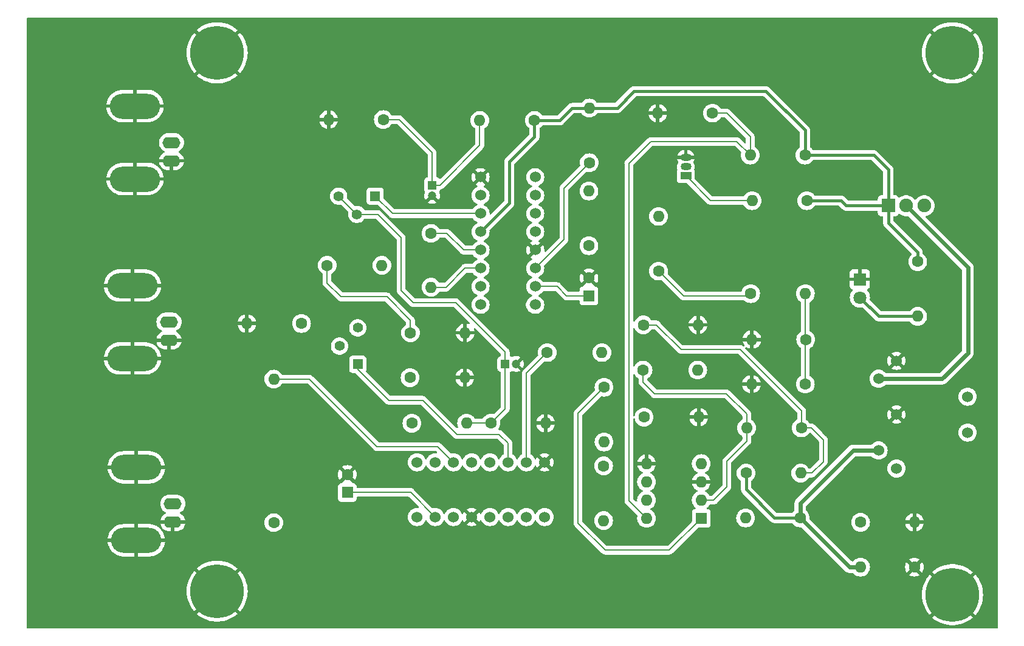
<source format=gtl>
%TF.GenerationSoftware,KiCad,Pcbnew,7.0.11-7.0.11~ubuntu22.04.1*%
%TF.CreationDate,2025-04-22T14:20:39+02:00*%
%TF.ProjectId,emulator-pcb,656d756c-6174-46f7-922d-7063622e6b69,v02*%
%TF.SameCoordinates,Original*%
%TF.FileFunction,Copper,L1,Top*%
%TF.FilePolarity,Positive*%
%FSLAX46Y46*%
G04 Gerber Fmt 4.6, Leading zero omitted, Abs format (unit mm)*
G04 Created by KiCad (PCBNEW 7.0.11-7.0.11~ubuntu22.04.1) date 2025-04-22 14:20:39*
%MOMM*%
%LPD*%
G01*
G04 APERTURE LIST*
%TA.AperFunction,ComponentPad*%
%ADD10C,1.600000*%
%TD*%
%TA.AperFunction,ComponentPad*%
%ADD11O,1.600000X1.600000*%
%TD*%
%TA.AperFunction,ComponentPad*%
%ADD12R,1.400000X1.400000*%
%TD*%
%TA.AperFunction,ComponentPad*%
%ADD13C,1.400000*%
%TD*%
%TA.AperFunction,ComponentPad*%
%ADD14C,1.524000*%
%TD*%
%TA.AperFunction,ComponentPad*%
%ADD15R,1.900000X1.900000*%
%TD*%
%TA.AperFunction,ComponentPad*%
%ADD16C,1.900000*%
%TD*%
%TA.AperFunction,ComponentPad*%
%ADD17O,2.500000X1.600000*%
%TD*%
%TA.AperFunction,ComponentPad*%
%ADD18O,7.000000X3.500000*%
%TD*%
%TA.AperFunction,ComponentPad*%
%ADD19R,1.800000X1.800000*%
%TD*%
%TA.AperFunction,ComponentPad*%
%ADD20C,1.800000*%
%TD*%
%TA.AperFunction,ComponentPad*%
%ADD21R,1.200000X1.200000*%
%TD*%
%TA.AperFunction,ComponentPad*%
%ADD22C,1.200000*%
%TD*%
%TA.AperFunction,ComponentPad*%
%ADD23R,1.600000X1.600000*%
%TD*%
%TA.AperFunction,ComponentPad*%
%ADD24C,7.500000*%
%TD*%
%TA.AperFunction,ComponentPad*%
%ADD25R,1.500000X1.050000*%
%TD*%
%TA.AperFunction,ComponentPad*%
%ADD26O,1.500000X1.050000*%
%TD*%
%TA.AperFunction,WasherPad*%
%ADD27C,1.524000*%
%TD*%
%TA.AperFunction,Conductor*%
%ADD28C,0.400000*%
%TD*%
%TA.AperFunction,Conductor*%
%ADD29C,0.200000*%
%TD*%
%TA.AperFunction,Conductor*%
%ADD30C,0.600000*%
%TD*%
G04 APERTURE END LIST*
D10*
%TO.P,R22,1*%
%TO.N,-12V*%
X179250000Y-133900000D03*
D11*
%TO.P,R22,2*%
%TO.N,-6V*%
X171630000Y-133900000D03*
%TD*%
D12*
%TO.P,RV1,1,1*%
%TO.N,Net-(U2-MO)*%
X117600000Y-112490000D03*
D13*
%TO.P,RV1,2,2*%
%TO.N,Net-(C4-Pad1)*%
X115060000Y-109950000D03*
%TO.P,RV1,3,3*%
X117600000Y-107410000D03*
%TD*%
D14*
%TO.P,U3,1,AMSI*%
%TO.N,GND*%
X134700000Y-86420000D03*
%TO.P,U3,2,STO*%
%TO.N,Vy*%
X134700000Y-88960000D03*
%TO.P,U3,3,MO*%
%TO.N,Net-(U3-MO)*%
X134700000Y-91500000D03*
%TO.P,U3,4,Vcc*%
%TO.N,+12V*%
X134700000Y-94040000D03*
%TO.P,U3,5,TC1*%
%TO.N,Net-(U3-TC1)*%
X134700000Y-96580000D03*
%TO.P,U3,6,TC2*%
%TO.N,Net-(U3-TC2)*%
X134700000Y-99120000D03*
%TO.P,U3,7,TR1*%
%TO.N,Net-(U3-TR1)*%
X134700000Y-101660000D03*
%TO.P,U3,8,TR2*%
%TO.N,unconnected-(U3-TR2-Pad8)*%
X134700000Y-104200000D03*
%TO.P,U3,9,FSKI*%
%TO.N,unconnected-(U3-FSKI-Pad9)*%
X142320000Y-104200000D03*
%TO.P,U3,10,BIAS*%
%TO.N,Net-(U3-BIAS)*%
X142320000Y-101660000D03*
%TO.P,U3,11,SYNCO*%
%TO.N,Net-(U3-SYNCO)*%
X142320000Y-99120000D03*
%TO.P,U3,12,GND*%
%TO.N,GND*%
X142320000Y-96580000D03*
%TO.P,U3,13,WAVEA1*%
%TO.N,Net-(U3-WAVEA1)*%
X142320000Y-94040000D03*
%TO.P,U3,14,WAVEA2*%
%TO.N,Net-(U3-WAVEA2)*%
X142320000Y-91500000D03*
%TO.P,U3,15,SYMA1*%
%TO.N,unconnected-(U3-SYMA1-Pad15)*%
X142320000Y-88960000D03*
%TO.P,U3,16,SYMA2*%
%TO.N,unconnected-(U3-SYMA2-Pad16)*%
X142320000Y-86420000D03*
%TD*%
D10*
%TO.P,R20,1*%
%TO.N,Net-(U3-SYNCO)*%
X149850000Y-84410000D03*
D11*
%TO.P,R20,2*%
%TO.N,+12V*%
X149850000Y-76790000D03*
%TD*%
D15*
%TO.P,S1,1*%
%TO.N,+12V*%
X191500000Y-90400000D03*
D16*
%TO.P,S1,2*%
%TO.N,Net-(C9-Pad1)*%
X194000000Y-90400000D03*
%TO.P,S1,3*%
%TO.N,unconnected-(S1-Pad3)*%
X196500000Y-90400000D03*
%TD*%
D17*
%TO.P,J3,1,In*%
%TO.N,Vp*%
X91650000Y-81600000D03*
D18*
%TO.P,J3,2,Ext*%
%TO.N,GND*%
X86570000Y-86680000D03*
D17*
X91650000Y-84140000D03*
D18*
X86570000Y-76520000D03*
%TD*%
D10*
%TO.P,C7,1*%
%TO.N,+12V*%
X179950000Y-115250000D03*
D11*
%TO.P,C7,2*%
%TO.N,GND*%
X172450000Y-115250000D03*
%TD*%
D10*
%TO.P,C10,1*%
%TO.N,GND*%
X195150000Y-140750000D03*
D11*
%TO.P,C10,2*%
%TO.N,-12V*%
X187650000Y-140750000D03*
%TD*%
D10*
%TO.P,R21,1*%
%TO.N,-6V*%
X157480000Y-119850000D03*
D11*
%TO.P,R21,2*%
%TO.N,GND*%
X165100000Y-119850000D03*
%TD*%
D10*
%TO.P,R7,1*%
%TO.N,Net-(R5-Pad2)*%
X151900000Y-115690000D03*
D11*
%TO.P,R7,2*%
%TO.N,Net-(U1B--)*%
X151900000Y-123310000D03*
%TD*%
D10*
%TO.P,R1,1*%
%TO.N,-1V*%
X179400000Y-121350000D03*
D11*
%TO.P,R1,2*%
%TO.N,Net-(U1A--)*%
X171780000Y-121350000D03*
%TD*%
D10*
%TO.P,C5,1*%
%TO.N,Net-(U3-TC1)*%
X127800000Y-94250000D03*
D11*
%TO.P,C5,2*%
%TO.N,Net-(U3-TC2)*%
X127800000Y-101750000D03*
%TD*%
D10*
%TO.P,R10,1*%
%TO.N,V_sq*%
X172340000Y-102650000D03*
D11*
%TO.P,R10,2*%
%TO.N,+12V*%
X179960000Y-102650000D03*
%TD*%
D10*
%TO.P,R2,1*%
%TO.N,V_saw*%
X143990000Y-110850000D03*
D11*
%TO.P,R2,2*%
%TO.N,Net-(U1A--)*%
X151610000Y-110850000D03*
%TD*%
D10*
%TO.P,R23,1*%
%TO.N,+6V*%
X167010000Y-77500000D03*
D11*
%TO.P,R23,2*%
%TO.N,GND*%
X159390000Y-77500000D03*
%TD*%
D10*
%TO.P,R5,1*%
%TO.N,Net-(U1A--)*%
X157340000Y-113300000D03*
D11*
%TO.P,R5,2*%
%TO.N,Net-(R5-Pad2)*%
X164960000Y-113300000D03*
%TD*%
D10*
%TO.P,R17,1*%
%TO.N,+12V*%
X125130000Y-120700000D03*
D11*
%TO.P,R17,2*%
%TO.N,Net-(C8-Pad1)*%
X132750000Y-120700000D03*
%TD*%
D19*
%TO.P,D1,1,K*%
%TO.N,GND*%
X187550000Y-100650000D03*
D20*
%TO.P,D1,2,A*%
%TO.N,Net-(D1-A)*%
X187550000Y-103190000D03*
%TD*%
D10*
%TO.P,R25,1*%
%TO.N,V_sq*%
X159500000Y-99510000D03*
D11*
%TO.P,R25,2*%
%TO.N,Net-(Q1-B)*%
X159500000Y-91890000D03*
%TD*%
D12*
%TO.P,RV2,1,1*%
%TO.N,Net-(U3-MO)*%
X120013000Y-89069000D03*
D13*
%TO.P,RV2,2,2*%
%TO.N,Net-(C8-Pad1)*%
X117473000Y-91609000D03*
%TO.P,RV2,3,3*%
X114933000Y-89069000D03*
%TD*%
D21*
%TO.P,C8,1*%
%TO.N,Net-(C8-Pad1)*%
X138150000Y-112450000D03*
D22*
%TO.P,C8,2*%
%TO.N,GND*%
X139650000Y-112450000D03*
%TD*%
D10*
%TO.P,C1,1*%
%TO.N,Net-(U2-TC1)*%
X105900000Y-134550000D03*
D11*
%TO.P,C1,2*%
%TO.N,Net-(U2-TC2)*%
X105900000Y-114550000D03*
%TD*%
D10*
%TO.P,R8,1*%
%TO.N,Net-(C4-Pad1)*%
X121150000Y-78400000D03*
D11*
%TO.P,R8,2*%
%TO.N,GND*%
X113530000Y-78400000D03*
%TD*%
D10*
%TO.P,R24,1*%
%TO.N,+12V*%
X179900000Y-83350000D03*
D11*
%TO.P,R24,2*%
%TO.N,+6V*%
X172280000Y-83350000D03*
%TD*%
D10*
%TO.P,C9,1*%
%TO.N,Net-(C9-Pad1)*%
X187650000Y-134500000D03*
D11*
%TO.P,C9,2*%
%TO.N,GND*%
X195150000Y-134500000D03*
%TD*%
D23*
%TO.P,C2,1*%
%TO.N,Net-(U2-BIAS)*%
X116150000Y-130350000D03*
D10*
%TO.P,C2,2*%
%TO.N,GND*%
X116150000Y-127850000D03*
%TD*%
D14*
%TO.P,U2,1,AMSI*%
%TO.N,GND*%
X143620000Y-126150000D03*
%TO.P,U2,2,STO*%
%TO.N,V_saw*%
X141080000Y-126150000D03*
%TO.P,U2,3,MO*%
%TO.N,Net-(U2-MO)*%
X138540000Y-126150000D03*
%TO.P,U2,4,Vcc*%
%TO.N,+12V*%
X136000000Y-126150000D03*
%TO.P,U2,5,TC1*%
%TO.N,Net-(U2-TC1)*%
X133460000Y-126150000D03*
%TO.P,U2,6,TC2*%
%TO.N,Net-(U2-TC2)*%
X130920000Y-126150000D03*
%TO.P,U2,7,TR1*%
%TO.N,Net-(U2-TR1)*%
X128380000Y-126150000D03*
%TO.P,U2,8,TR2*%
%TO.N,Net-(U2-TR2)*%
X125840000Y-126150000D03*
%TO.P,U2,9,FSKI*%
%TO.N,V_sq*%
X125840000Y-133770000D03*
%TO.P,U2,10,BIAS*%
%TO.N,Net-(U2-BIAS)*%
X128380000Y-133770000D03*
%TO.P,U2,11,SYNCO*%
%TO.N,V_sq*%
X130920000Y-133770000D03*
%TO.P,U2,12,GND*%
%TO.N,GND*%
X133460000Y-133770000D03*
%TO.P,U2,13,WAVEA1*%
%TO.N,unconnected-(U2-WAVEA1-Pad13)*%
X136000000Y-133770000D03*
%TO.P,U2,14,WAVEA2*%
%TO.N,unconnected-(U2-WAVEA2-Pad14)*%
X138540000Y-133770000D03*
%TO.P,U2,15,SYMA1*%
%TO.N,unconnected-(U2-SYMA1-Pad15)*%
X141080000Y-133770000D03*
%TO.P,U2,16,SYMA2*%
%TO.N,unconnected-(U2-SYMA2-Pad16)*%
X143620000Y-133770000D03*
%TD*%
D10*
%TO.P,R4,1*%
%TO.N,Net-(U2-TR2)*%
X109760000Y-106800000D03*
D11*
%TO.P,R4,2*%
%TO.N,GND*%
X102140000Y-106800000D03*
%TD*%
D10*
%TO.P,R27,1*%
%TO.N,+12V*%
X195600000Y-98190000D03*
D11*
%TO.P,R27,2*%
%TO.N,Net-(D1-A)*%
X195600000Y-105810000D03*
%TD*%
D10*
%TO.P,C3,1*%
%TO.N,+12V*%
X180000000Y-109050000D03*
D11*
%TO.P,C3,2*%
%TO.N,GND*%
X172500000Y-109050000D03*
%TD*%
D10*
%TO.P,R26,1*%
%TO.N,+12V*%
X180160000Y-89700000D03*
D11*
%TO.P,R26,2*%
%TO.N,Vp*%
X172540000Y-89700000D03*
%TD*%
D17*
%TO.P,J2,1,In*%
%TO.N,Vx*%
X91830000Y-131930000D03*
D18*
%TO.P,J2,2,Ext*%
%TO.N,GND*%
X86750000Y-137010000D03*
D17*
X91830000Y-134470000D03*
D18*
X86750000Y-126850000D03*
%TD*%
D24*
%TO.P,Mount3,1*%
%TO.N,GND*%
X200450000Y-144600000D03*
%TD*%
D10*
%TO.P,R19,1*%
%TO.N,Net-(U3-WAVEA1)*%
X149800000Y-95970000D03*
D11*
%TO.P,R19,2*%
%TO.N,Net-(U3-WAVEA2)*%
X149800000Y-88350000D03*
%TD*%
D21*
%TO.P,C4,1*%
%TO.N,Net-(C4-Pad1)*%
X127950000Y-87527401D03*
D22*
%TO.P,C4,2*%
%TO.N,GND*%
X127950000Y-89027401D03*
%TD*%
D24*
%TO.P,Mount1,1*%
%TO.N,GND*%
X98000000Y-69100000D03*
%TD*%
D10*
%TO.P,R9,1*%
%TO.N,Net-(U1B--)*%
X151850000Y-126640000D03*
D11*
%TO.P,R9,2*%
%TO.N,Vx*%
X151850000Y-134260000D03*
%TD*%
D10*
%TO.P,R16,1*%
%TO.N,Net-(R15-Pad1)*%
X113330000Y-98700000D03*
D11*
%TO.P,R16,2*%
%TO.N,Net-(U3-TR1)*%
X120950000Y-98700000D03*
%TD*%
D17*
%TO.P,J1,1,In*%
%TO.N,Vy*%
X91300000Y-106600000D03*
D18*
%TO.P,J1,2,Ext*%
%TO.N,GND*%
X86220000Y-111680000D03*
D17*
X91300000Y-109140000D03*
D18*
X86220000Y-101520000D03*
%TD*%
D10*
%TO.P,R13,1*%
%TO.N,-12V*%
X171690000Y-127650000D03*
D11*
%TO.P,R13,2*%
%TO.N,-1V*%
X179310000Y-127650000D03*
%TD*%
D10*
%TO.P,R3,1*%
%TO.N,Net-(U2-TR1)*%
X124880000Y-114350000D03*
D11*
%TO.P,R3,2*%
%TO.N,GND*%
X132500000Y-114350000D03*
%TD*%
D23*
%TO.P,U1,1*%
%TO.N,Net-(R5-Pad2)*%
X165450000Y-133950000D03*
D11*
%TO.P,U1,2,-*%
%TO.N,Net-(U1A--)*%
X165450000Y-131410000D03*
%TO.P,U1,3,+*%
%TO.N,GND*%
X165450000Y-128870000D03*
%TO.P,U1,4,V-*%
%TO.N,-6V*%
X165450000Y-126330000D03*
%TO.P,U1,5,+*%
%TO.N,GND*%
X157830000Y-126330000D03*
%TO.P,U1,6,-*%
%TO.N,Net-(U1B--)*%
X157830000Y-128870000D03*
%TO.P,U1,7*%
%TO.N,Vx*%
X157830000Y-131410000D03*
%TO.P,U1,8,V+*%
%TO.N,+6V*%
X157830000Y-133950000D03*
%TD*%
D25*
%TO.P,Q1,1,C*%
%TO.N,Vp*%
X163300000Y-86240000D03*
D26*
%TO.P,Q1,2,B*%
%TO.N,Net-(Q1-B)*%
X163300000Y-84970000D03*
%TO.P,Q1,3,E*%
%TO.N,GND*%
X163300000Y-83700000D03*
%TD*%
D24*
%TO.P,Mount2,1*%
%TO.N,GND*%
X200450000Y-69100000D03*
%TD*%
D10*
%TO.P,R6,1*%
%TO.N,+12V*%
X142210000Y-78500000D03*
D11*
%TO.P,R6,2*%
%TO.N,Net-(C4-Pad1)*%
X134590000Y-78500000D03*
%TD*%
D10*
%TO.P,R15,1*%
%TO.N,Net-(R15-Pad1)*%
X124940000Y-108100000D03*
D11*
%TO.P,R15,2*%
%TO.N,GND*%
X132560000Y-108100000D03*
%TD*%
D10*
%TO.P,R14,1*%
%TO.N,-1V*%
X157380000Y-107000000D03*
D11*
%TO.P,R14,2*%
%TO.N,GND*%
X165000000Y-107000000D03*
%TD*%
D27*
%TO.P,J4,*%
%TO.N,*%
X202550000Y-117000000D03*
X202550000Y-122000000D03*
D14*
%TO.P,J4,1*%
%TO.N,GND*%
X192649994Y-111999990D03*
%TO.P,J4,2*%
X192649994Y-119500000D03*
%TO.P,J4,3*%
%TO.N,unconnected-(J4-Pad3)*%
X192649994Y-127000010D03*
%TO.P,J4,4*%
%TO.N,Net-(C9-Pad1)*%
X190149994Y-114500010D03*
%TO.P,J4,5*%
%TO.N,-12V*%
X190149994Y-124499990D03*
%TD*%
D10*
%TO.P,R18,1*%
%TO.N,Net-(C8-Pad1)*%
X136140000Y-120700000D03*
D11*
%TO.P,R18,2*%
%TO.N,GND*%
X143760000Y-120700000D03*
%TD*%
D23*
%TO.P,C6,1*%
%TO.N,Net-(U3-BIAS)*%
X149800000Y-102960000D03*
D10*
%TO.P,C6,2*%
%TO.N,GND*%
X149800000Y-100460000D03*
%TD*%
D24*
%TO.P,Mount4,1*%
%TO.N,GND*%
X98000000Y-144100000D03*
%TD*%
D28*
%TO.N,-12V*%
X179250000Y-133900000D02*
X175650000Y-133900000D01*
X175650000Y-133900000D02*
X171690000Y-129940000D01*
X171690000Y-129940000D02*
X171690000Y-127650000D01*
%TO.N,+12V*%
X142210000Y-78500000D02*
X145750000Y-78500000D01*
X145750000Y-78500000D02*
X147460000Y-76790000D01*
X147460000Y-76790000D02*
X149850000Y-76790000D01*
D29*
%TO.N,Vp*%
X172540000Y-89700000D02*
X166760000Y-89700000D01*
X166760000Y-89700000D02*
X163300000Y-86240000D01*
D28*
%TO.N,+12V*%
X149850000Y-76790000D02*
X153760000Y-76790000D01*
X153760000Y-76790000D02*
X156100000Y-74450000D01*
X174450000Y-74450000D02*
X179900000Y-79900000D01*
X156100000Y-74450000D02*
X174450000Y-74450000D01*
X179900000Y-79900000D02*
X179900000Y-83350000D01*
X138700000Y-90040000D02*
X138700000Y-84300000D01*
X142210000Y-80790000D02*
X142210000Y-78500000D01*
X134700000Y-94040000D02*
X138700000Y-90040000D01*
X138700000Y-84300000D02*
X142210000Y-80790000D01*
D29*
%TO.N,Net-(U3-SYNCO)*%
X149850000Y-84410000D02*
X146300000Y-87960000D01*
X146300000Y-87960000D02*
X146300000Y-95140000D01*
X146300000Y-95140000D02*
X142602842Y-98837158D01*
%TO.N,Net-(U2-TC2)*%
X120250000Y-123950000D02*
X128720000Y-123950000D01*
X110850000Y-114550000D02*
X120250000Y-123950000D01*
X128720000Y-123950000D02*
X130920000Y-126150000D01*
X105900000Y-114550000D02*
X110850000Y-114550000D01*
%TO.N,Net-(U2-BIAS)*%
X124960000Y-130350000D02*
X128380000Y-133770000D01*
X116150000Y-130350000D02*
X124960000Y-130350000D01*
%TO.N,+12V*%
X179950000Y-109100000D02*
X180000000Y-109050000D01*
X179960000Y-102650000D02*
X179960000Y-109010000D01*
X179960000Y-109010000D02*
X180000000Y-109050000D01*
X179950000Y-115250000D02*
X179950000Y-109100000D01*
%TO.N,Net-(C4-Pad1)*%
X121150000Y-78400000D02*
X123350000Y-78400000D01*
X129072599Y-87527401D02*
X134590000Y-82010000D01*
X123350000Y-78400000D02*
X127950000Y-83000000D01*
X134590000Y-82010000D02*
X134590000Y-78500000D01*
X127950000Y-87527401D02*
X129072599Y-87527401D01*
X127950000Y-83000000D02*
X127950000Y-87527401D01*
%TO.N,Net-(U3-TC1)*%
X127800000Y-94250000D02*
X130000000Y-94250000D01*
X132330000Y-96580000D02*
X134700000Y-96580000D01*
X130000000Y-94250000D02*
X132330000Y-96580000D01*
%TO.N,Net-(U3-TC2)*%
X132530000Y-99120000D02*
X134700000Y-99120000D01*
X127800000Y-101750000D02*
X129900000Y-101750000D01*
X129900000Y-101750000D02*
X132530000Y-99120000D01*
%TO.N,Net-(U3-BIAS)*%
X145360000Y-101660000D02*
X146660000Y-102960000D01*
X146660000Y-102960000D02*
X149800000Y-102960000D01*
X142320000Y-101660000D02*
X145360000Y-101660000D01*
%TO.N,Net-(C8-Pad1)*%
X138150000Y-112450000D02*
X138150000Y-118690000D01*
X117473000Y-91609000D02*
X114933000Y-89069000D01*
X120400000Y-91600000D02*
X120391000Y-91609000D01*
X120391000Y-91609000D02*
X117473000Y-91609000D01*
X138150000Y-118690000D02*
X136140000Y-120700000D01*
X131250000Y-103900000D02*
X125300000Y-103900000D01*
X123650000Y-94850000D02*
X120400000Y-91600000D01*
X136140000Y-120700000D02*
X132750000Y-120700000D01*
X138150000Y-112450000D02*
X138150000Y-110800000D01*
X125300000Y-103900000D02*
X123650000Y-102250000D01*
X123650000Y-102250000D02*
X123650000Y-94850000D01*
X138150000Y-110800000D02*
X131250000Y-103900000D01*
D28*
%TO.N,Net-(D1-A)*%
X195600000Y-105810000D02*
X190170000Y-105810000D01*
X190170000Y-105810000D02*
X187550000Y-103190000D01*
D30*
%TO.N,-12V*%
X179250000Y-131850000D02*
X186600010Y-124499990D01*
X179250000Y-133900000D02*
X179250000Y-131850000D01*
X186100000Y-140750000D02*
X179250000Y-133900000D01*
X187650000Y-140750000D02*
X186100000Y-140750000D01*
X186600010Y-124499990D02*
X190149994Y-124499990D01*
D29*
%TO.N,-1V*%
X179400000Y-118950000D02*
X170900000Y-110450000D01*
X182450000Y-126050000D02*
X182450000Y-123000000D01*
X180800000Y-121350000D02*
X179400000Y-121350000D01*
X179310000Y-127650000D02*
X180850000Y-127650000D01*
X159200000Y-107000000D02*
X157380000Y-107000000D01*
X182450000Y-123000000D02*
X180800000Y-121350000D01*
X179400000Y-121350000D02*
X179400000Y-118950000D01*
X170900000Y-110450000D02*
X162650000Y-110450000D01*
X180850000Y-127650000D02*
X182450000Y-126050000D01*
X162650000Y-110450000D02*
X159200000Y-107000000D01*
%TO.N,Net-(U1A--)*%
X168950000Y-116600000D02*
X158950000Y-116600000D01*
X157340000Y-114990000D02*
X157340000Y-113300000D01*
X158950000Y-116600000D02*
X157340000Y-114990000D01*
X167190000Y-131410000D02*
X169000000Y-129600000D01*
X169000000Y-129600000D02*
X169000000Y-126000000D01*
X171780000Y-123220000D02*
X171780000Y-121350000D01*
X169000000Y-126000000D02*
X171780000Y-123220000D01*
X171780000Y-121350000D02*
X171780000Y-119430000D01*
X171780000Y-119430000D02*
X168950000Y-116600000D01*
X165450000Y-131410000D02*
X167190000Y-131410000D01*
%TO.N,V_saw*%
X141080000Y-126150000D02*
X141080000Y-113760000D01*
X141080000Y-113760000D02*
X143990000Y-110850000D01*
%TO.N,Net-(R5-Pad2)*%
X165450000Y-133950000D02*
X161000000Y-138400000D01*
X152050000Y-138400000D02*
X148250000Y-134600000D01*
X161000000Y-138400000D02*
X152050000Y-138400000D01*
X148250000Y-134600000D02*
X148250000Y-119340000D01*
X148250000Y-119340000D02*
X151900000Y-115690000D01*
%TO.N,V_sq*%
X171990000Y-103000000D02*
X172340000Y-102650000D01*
X159500000Y-99510000D02*
X162990000Y-103000000D01*
X162990000Y-103000000D02*
X171990000Y-103000000D01*
D28*
%TO.N,+12V*%
X195600000Y-98190000D02*
X195600000Y-96900000D01*
X184950000Y-89700000D02*
X185650000Y-90400000D01*
X180160000Y-89700000D02*
X184950000Y-89700000D01*
X191500000Y-92800000D02*
X191500000Y-90400000D01*
X189500000Y-83350000D02*
X191500000Y-85350000D01*
X191500000Y-85350000D02*
X191500000Y-90400000D01*
X195600000Y-96900000D02*
X191500000Y-92800000D01*
X185650000Y-90400000D02*
X191500000Y-90400000D01*
X179900000Y-83350000D02*
X189500000Y-83350000D01*
D29*
%TO.N,Net-(R15-Pad1)*%
X121650000Y-103100000D02*
X124940000Y-106390000D01*
X124940000Y-106390000D02*
X124940000Y-108100000D01*
X115250000Y-103100000D02*
X121650000Y-103100000D01*
X113330000Y-101180000D02*
X115250000Y-103100000D01*
X113330000Y-98700000D02*
X113330000Y-101180000D01*
%TO.N,unconnected-(U3-FSKI-Pad9)*%
X142320000Y-104200000D02*
X141560000Y-104200000D01*
%TO.N,+6V*%
X172280000Y-80780000D02*
X172280000Y-83350000D01*
X169000000Y-77500000D02*
X172280000Y-80780000D01*
X167010000Y-77500000D02*
X169000000Y-77500000D01*
X155350000Y-131470000D02*
X157830000Y-133950000D01*
X155350000Y-84500000D02*
X155350000Y-131470000D01*
X172280000Y-83350000D02*
X170380000Y-81450000D01*
X158400000Y-81450000D02*
X155350000Y-84500000D01*
X170380000Y-81450000D02*
X158400000Y-81450000D01*
%TO.N,Net-(U2-MO)*%
X137300000Y-122250000D02*
X138540000Y-123490000D01*
X117600000Y-113200000D02*
X121900000Y-117500000D01*
X131400000Y-122250000D02*
X137300000Y-122250000D01*
X138540000Y-123490000D02*
X138540000Y-126150000D01*
X117600000Y-112490000D02*
X117600000Y-113200000D01*
X126650000Y-117500000D02*
X131400000Y-122250000D01*
X121900000Y-117500000D02*
X126650000Y-117500000D01*
%TO.N,Net-(U3-MO)*%
X134700000Y-91500000D02*
X122444000Y-91500000D01*
X122444000Y-91500000D02*
X120013000Y-89069000D01*
D30*
%TO.N,Net-(C9-Pad1)*%
X198999990Y-114500010D02*
X202600000Y-110900000D01*
X190149994Y-114500010D02*
X198999990Y-114500010D01*
X202600000Y-99000000D02*
X194000000Y-90400000D01*
X202600000Y-110900000D02*
X202600000Y-99000000D01*
%TD*%
%TA.AperFunction,Conductor*%
%TO.N,GND*%
G36*
X139351262Y-112477493D02*
G01*
X139350642Y-112476358D01*
X139350866Y-112473221D01*
X139351262Y-112477493D01*
G37*
%TD.AperFunction*%
%TA.AperFunction,Conductor*%
G36*
X206717539Y-64220185D02*
G01*
X206763294Y-64272989D01*
X206774500Y-64324500D01*
X206774500Y-149175500D01*
X206754815Y-149242539D01*
X206702011Y-149288294D01*
X206650500Y-149299500D01*
X71574500Y-149299500D01*
X71507461Y-149279815D01*
X71461706Y-149227011D01*
X71450500Y-149175500D01*
X71450500Y-144100000D01*
X93745181Y-144100000D01*
X93764447Y-144504450D01*
X93822071Y-144905231D01*
X93917531Y-145298722D01*
X93917534Y-145298733D01*
X94049956Y-145681340D01*
X94049966Y-145681365D01*
X94218168Y-146049675D01*
X94420621Y-146400335D01*
X94420627Y-146400343D01*
X94655485Y-146730154D01*
X94822985Y-146923460D01*
X96313104Y-145433341D01*
X96425031Y-145570918D01*
X96639990Y-145771676D01*
X96664543Y-145789007D01*
X95174928Y-147278622D01*
X95213676Y-147315568D01*
X95213695Y-147315585D01*
X95531968Y-147565877D01*
X95872594Y-147784782D01*
X96232485Y-147970319D01*
X96608383Y-148120806D01*
X96608395Y-148120810D01*
X96996882Y-148234880D01*
X96996899Y-148234884D01*
X97394460Y-148311508D01*
X97394472Y-148311510D01*
X97797554Y-148350000D01*
X98202446Y-148350000D01*
X98605527Y-148311510D01*
X98605539Y-148311508D01*
X99003100Y-148234884D01*
X99003117Y-148234880D01*
X99391604Y-148120810D01*
X99391616Y-148120806D01*
X99767507Y-147970322D01*
X99767511Y-147970320D01*
X100127406Y-147784782D01*
X100468031Y-147565877D01*
X100786314Y-147315578D01*
X100825069Y-147278622D01*
X99335455Y-145789008D01*
X99360010Y-145771676D01*
X99574969Y-145570918D01*
X99686895Y-145433342D01*
X101177012Y-146923459D01*
X101344512Y-146730156D01*
X101344523Y-146730143D01*
X101579372Y-146400343D01*
X101579378Y-146400335D01*
X101781831Y-146049675D01*
X101950033Y-145681365D01*
X101950043Y-145681340D01*
X102082465Y-145298733D01*
X102082468Y-145298722D01*
X102177928Y-144905231D01*
X102221814Y-144600000D01*
X196195181Y-144600000D01*
X196214447Y-145004450D01*
X196272071Y-145405231D01*
X196367531Y-145798722D01*
X196367534Y-145798733D01*
X196499956Y-146181340D01*
X196499966Y-146181365D01*
X196668168Y-146549675D01*
X196870621Y-146900335D01*
X196870627Y-146900343D01*
X197105485Y-147230154D01*
X197272985Y-147423460D01*
X198763104Y-145933341D01*
X198875031Y-146070918D01*
X199089990Y-146271676D01*
X199114543Y-146289007D01*
X197624928Y-147778622D01*
X197663676Y-147815568D01*
X197663695Y-147815585D01*
X197981968Y-148065877D01*
X198322594Y-148284782D01*
X198682485Y-148470319D01*
X199058383Y-148620806D01*
X199058395Y-148620810D01*
X199446882Y-148734880D01*
X199446899Y-148734884D01*
X199844460Y-148811508D01*
X199844472Y-148811510D01*
X200247554Y-148850000D01*
X200652446Y-148850000D01*
X201055527Y-148811510D01*
X201055539Y-148811508D01*
X201453100Y-148734884D01*
X201453117Y-148734880D01*
X201841604Y-148620810D01*
X201841616Y-148620806D01*
X202217507Y-148470322D01*
X202217511Y-148470320D01*
X202577406Y-148284782D01*
X202918031Y-148065877D01*
X203236314Y-147815578D01*
X203275069Y-147778622D01*
X201785455Y-146289008D01*
X201810010Y-146271676D01*
X202024969Y-146070918D01*
X202136895Y-145933342D01*
X203627012Y-147423459D01*
X203794512Y-147230156D01*
X203794523Y-147230143D01*
X204029372Y-146900343D01*
X204029378Y-146900335D01*
X204231831Y-146549675D01*
X204400033Y-146181365D01*
X204400043Y-146181340D01*
X204532465Y-145798733D01*
X204532468Y-145798722D01*
X204627928Y-145405231D01*
X204685552Y-145004450D01*
X204704818Y-144600000D01*
X204685552Y-144195549D01*
X204627928Y-143794768D01*
X204532468Y-143401277D01*
X204532465Y-143401266D01*
X204400043Y-143018659D01*
X204400033Y-143018634D01*
X204231831Y-142650324D01*
X204029378Y-142299664D01*
X204029372Y-142299656D01*
X203794523Y-141969856D01*
X203794512Y-141969843D01*
X203627013Y-141776538D01*
X202136894Y-143266656D01*
X202024969Y-143129082D01*
X201810010Y-142928324D01*
X201785455Y-142910991D01*
X203275070Y-141421376D01*
X203236323Y-141384431D01*
X203236304Y-141384414D01*
X202918031Y-141134122D01*
X202577406Y-140915217D01*
X202217511Y-140729679D01*
X202217507Y-140729677D01*
X201841616Y-140579193D01*
X201841604Y-140579189D01*
X201453117Y-140465119D01*
X201453100Y-140465115D01*
X201055539Y-140388491D01*
X201055527Y-140388489D01*
X200652446Y-140350000D01*
X200247554Y-140350000D01*
X199844472Y-140388489D01*
X199844460Y-140388491D01*
X199446899Y-140465115D01*
X199446882Y-140465119D01*
X199058395Y-140579189D01*
X199058383Y-140579193D01*
X198682485Y-140729680D01*
X198322594Y-140915217D01*
X197981968Y-141134122D01*
X197663685Y-141384421D01*
X197663673Y-141384432D01*
X197624929Y-141421375D01*
X197624929Y-141421376D01*
X199114544Y-142910991D01*
X199089990Y-142928324D01*
X198875031Y-143129082D01*
X198763104Y-143266657D01*
X197272986Y-141776539D01*
X197105485Y-141969845D01*
X196870627Y-142299656D01*
X196870621Y-142299664D01*
X196668168Y-142650324D01*
X196499966Y-143018634D01*
X196499956Y-143018659D01*
X196367534Y-143401266D01*
X196367531Y-143401277D01*
X196272071Y-143794768D01*
X196214447Y-144195549D01*
X196195181Y-144600000D01*
X102221814Y-144600000D01*
X102235552Y-144504450D01*
X102254818Y-144100000D01*
X102235552Y-143695549D01*
X102177928Y-143294768D01*
X102082468Y-142901277D01*
X102082465Y-142901266D01*
X101950043Y-142518659D01*
X101950033Y-142518634D01*
X101781831Y-142150324D01*
X101579378Y-141799664D01*
X101579372Y-141799656D01*
X101344523Y-141469856D01*
X101344512Y-141469843D01*
X101177013Y-141276538D01*
X99686894Y-142766656D01*
X99574969Y-142629082D01*
X99360010Y-142428324D01*
X99335455Y-142410991D01*
X100825070Y-140921376D01*
X100786323Y-140884431D01*
X100786304Y-140884414D01*
X100468031Y-140634122D01*
X100127406Y-140415217D01*
X99767511Y-140229679D01*
X99767507Y-140229677D01*
X99391616Y-140079193D01*
X99391604Y-140079189D01*
X99003117Y-139965119D01*
X99003100Y-139965115D01*
X98605539Y-139888491D01*
X98605527Y-139888489D01*
X98202446Y-139850000D01*
X97797554Y-139850000D01*
X97394472Y-139888489D01*
X97394460Y-139888491D01*
X96996899Y-139965115D01*
X96996882Y-139965119D01*
X96608395Y-140079189D01*
X96608383Y-140079193D01*
X96232485Y-140229680D01*
X95872594Y-140415217D01*
X95531968Y-140634122D01*
X95213685Y-140884421D01*
X95213673Y-140884432D01*
X95174929Y-140921375D01*
X95174929Y-140921376D01*
X96664544Y-142410991D01*
X96639990Y-142428324D01*
X96425031Y-142629082D01*
X96313104Y-142766657D01*
X94822986Y-141276539D01*
X94655485Y-141469845D01*
X94420627Y-141799656D01*
X94420621Y-141799664D01*
X94218168Y-142150324D01*
X94049966Y-142518634D01*
X94049956Y-142518659D01*
X93917534Y-142901266D01*
X93917531Y-142901277D01*
X93822071Y-143294768D01*
X93764447Y-143695549D01*
X93745181Y-144100000D01*
X71450500Y-144100000D01*
X71450500Y-136760000D01*
X82760385Y-136760000D01*
X85776589Y-136760000D01*
X85751466Y-136857030D01*
X85741114Y-137061165D01*
X85771574Y-137260000D01*
X82763793Y-137260000D01*
X82776375Y-137385076D01*
X82776376Y-137385079D01*
X82846208Y-137678107D01*
X82846210Y-137678116D01*
X82954474Y-137959216D01*
X82954481Y-137959231D01*
X83099248Y-138223395D01*
X83099252Y-138223401D01*
X83277935Y-138465911D01*
X83487355Y-138682451D01*
X83487362Y-138682457D01*
X83723768Y-138869145D01*
X83982948Y-139022657D01*
X83982966Y-139022666D01*
X84260283Y-139140260D01*
X84260300Y-139140265D01*
X84550826Y-139219848D01*
X84849384Y-139260000D01*
X86500000Y-139260000D01*
X86500000Y-137984625D01*
X86647801Y-138015000D01*
X86800967Y-138015000D01*
X86953348Y-137999504D01*
X87000000Y-137984867D01*
X87000000Y-139260000D01*
X88575236Y-139260000D01*
X88800564Y-139244915D01*
X88800573Y-139244913D01*
X89095758Y-139184916D01*
X89095773Y-139184912D01*
X89380343Y-139086098D01*
X89380346Y-139086096D01*
X89649198Y-138950240D01*
X89897564Y-138779745D01*
X90120971Y-138577685D01*
X90315464Y-138347638D01*
X90477554Y-138093728D01*
X90477555Y-138093726D01*
X90604351Y-137820485D01*
X90604356Y-137820471D01*
X90693605Y-137532765D01*
X90739615Y-137260000D01*
X87723411Y-137260000D01*
X87748534Y-137162970D01*
X87758886Y-136958835D01*
X87728426Y-136760000D01*
X90736207Y-136760000D01*
X90736207Y-136759999D01*
X90723624Y-136634923D01*
X90723623Y-136634920D01*
X90653791Y-136341892D01*
X90653789Y-136341883D01*
X90545525Y-136060783D01*
X90545518Y-136060768D01*
X90400751Y-135796604D01*
X90400747Y-135796598D01*
X90222064Y-135554088D01*
X90012644Y-135337548D01*
X90012637Y-135337542D01*
X89776231Y-135150854D01*
X89517051Y-134997342D01*
X89517033Y-134997333D01*
X89239716Y-134879739D01*
X89239699Y-134879734D01*
X88949173Y-134800151D01*
X88650617Y-134760000D01*
X87000000Y-134760000D01*
X87000000Y-136035374D01*
X86852199Y-136005000D01*
X86699033Y-136005000D01*
X86546652Y-136020496D01*
X86500000Y-136035132D01*
X86500000Y-134760000D01*
X84924764Y-134760000D01*
X84699435Y-134775084D01*
X84699426Y-134775086D01*
X84404241Y-134835083D01*
X84404226Y-134835087D01*
X84119656Y-134933901D01*
X84119653Y-134933903D01*
X83850801Y-135069759D01*
X83602435Y-135240254D01*
X83379028Y-135442314D01*
X83184535Y-135672361D01*
X83022445Y-135926271D01*
X83022444Y-135926273D01*
X82895648Y-136199514D01*
X82895643Y-136199528D01*
X82806394Y-136487234D01*
X82760385Y-136760000D01*
X71450500Y-136760000D01*
X71450500Y-131930001D01*
X90074532Y-131930001D01*
X90094364Y-132156686D01*
X90094366Y-132156697D01*
X90153258Y-132376488D01*
X90153261Y-132376497D01*
X90249431Y-132582732D01*
X90249432Y-132582734D01*
X90379954Y-132769141D01*
X90540858Y-132930045D01*
X90577036Y-132955377D01*
X90727266Y-133060568D01*
X90785865Y-133087893D01*
X90838305Y-133134065D01*
X90857457Y-133201258D01*
X90837242Y-133268139D01*
X90785867Y-133312657D01*
X90727515Y-133339867D01*
X90541179Y-133470342D01*
X90380342Y-133631179D01*
X90249865Y-133817517D01*
X90153734Y-134023673D01*
X90153730Y-134023682D01*
X90101127Y-134219999D01*
X90101128Y-134220000D01*
X91460497Y-134220000D01*
X91411083Y-134305587D01*
X91381232Y-134436370D01*
X91391257Y-134570140D01*
X91440266Y-134695013D01*
X91460193Y-134720000D01*
X90101128Y-134720000D01*
X90153730Y-134916317D01*
X90153734Y-134916326D01*
X90249865Y-135122482D01*
X90380342Y-135308820D01*
X90541179Y-135469657D01*
X90727517Y-135600134D01*
X90933673Y-135696265D01*
X90933682Y-135696269D01*
X91153389Y-135755139D01*
X91153400Y-135755141D01*
X91323233Y-135769999D01*
X91323236Y-135770000D01*
X91580000Y-135770000D01*
X91580000Y-134838137D01*
X91634741Y-134875459D01*
X91762927Y-134915000D01*
X91863346Y-134915000D01*
X91962647Y-134900033D01*
X92080000Y-134843518D01*
X92080000Y-135770000D01*
X92336764Y-135770000D01*
X92336766Y-135769999D01*
X92506599Y-135755141D01*
X92506610Y-135755139D01*
X92726317Y-135696269D01*
X92726326Y-135696265D01*
X92932482Y-135600134D01*
X93118820Y-135469657D01*
X93279657Y-135308820D01*
X93410134Y-135122482D01*
X93506265Y-134916326D01*
X93506269Y-134916317D01*
X93558872Y-134720000D01*
X92199503Y-134720000D01*
X92248917Y-134634413D01*
X92268184Y-134550001D01*
X104594532Y-134550001D01*
X104614364Y-134776686D01*
X104614366Y-134776697D01*
X104673258Y-134996488D01*
X104673261Y-134996497D01*
X104769431Y-135202732D01*
X104769432Y-135202734D01*
X104899954Y-135389141D01*
X105060858Y-135550045D01*
X105060861Y-135550047D01*
X105247266Y-135680568D01*
X105453504Y-135776739D01*
X105453509Y-135776740D01*
X105453511Y-135776741D01*
X105486697Y-135785633D01*
X105673308Y-135835635D01*
X105835230Y-135849801D01*
X105899998Y-135855468D01*
X105900000Y-135855468D01*
X105900002Y-135855468D01*
X105956673Y-135850509D01*
X106126692Y-135835635D01*
X106346496Y-135776739D01*
X106552734Y-135680568D01*
X106739139Y-135550047D01*
X106900047Y-135389139D01*
X107030568Y-135202734D01*
X107126739Y-134996496D01*
X107185635Y-134776692D01*
X107205468Y-134550000D01*
X107201796Y-134508034D01*
X107192665Y-134403658D01*
X107185635Y-134323308D01*
X107126739Y-134103504D01*
X107030568Y-133897266D01*
X106900047Y-133710861D01*
X106900045Y-133710858D01*
X106739141Y-133549954D01*
X106552734Y-133419432D01*
X106552732Y-133419431D01*
X106346497Y-133323261D01*
X106346488Y-133323258D01*
X106126697Y-133264366D01*
X106126693Y-133264365D01*
X106126692Y-133264365D01*
X106126691Y-133264364D01*
X106126686Y-133264364D01*
X105900002Y-133244532D01*
X105899998Y-133244532D01*
X105673313Y-133264364D01*
X105673302Y-133264366D01*
X105453511Y-133323258D01*
X105453502Y-133323261D01*
X105247267Y-133419431D01*
X105247265Y-133419432D01*
X105060858Y-133549954D01*
X104899954Y-133710858D01*
X104769432Y-133897265D01*
X104769431Y-133897267D01*
X104673261Y-134103502D01*
X104673258Y-134103511D01*
X104614366Y-134323302D01*
X104614364Y-134323313D01*
X104594532Y-134549998D01*
X104594532Y-134550001D01*
X92268184Y-134550001D01*
X92278768Y-134503630D01*
X92268743Y-134369860D01*
X92219734Y-134244987D01*
X92199807Y-134220000D01*
X93558872Y-134220000D01*
X93558872Y-134219999D01*
X93506269Y-134023682D01*
X93506265Y-134023673D01*
X93410134Y-133817517D01*
X93279657Y-133631179D01*
X93118820Y-133470342D01*
X92932482Y-133339865D01*
X92874133Y-133312657D01*
X92821694Y-133266484D01*
X92802542Y-133199291D01*
X92822758Y-133132410D01*
X92874129Y-133087895D01*
X92932734Y-133060568D01*
X93119139Y-132930047D01*
X93280047Y-132769139D01*
X93410568Y-132582734D01*
X93506739Y-132376496D01*
X93565635Y-132156692D01*
X93585468Y-131930000D01*
X93585310Y-131928199D01*
X93566719Y-131715699D01*
X93565635Y-131703308D01*
X93513181Y-131507546D01*
X93506741Y-131483511D01*
X93506738Y-131483502D01*
X93464224Y-131392331D01*
X93410568Y-131277266D01*
X93280047Y-131090861D01*
X93280045Y-131090858D01*
X93119141Y-130929954D01*
X92932734Y-130799432D01*
X92932732Y-130799431D01*
X92726497Y-130703261D01*
X92726488Y-130703258D01*
X92506697Y-130644366D01*
X92506687Y-130644364D01*
X92336785Y-130629500D01*
X92336784Y-130629500D01*
X91323216Y-130629500D01*
X91323215Y-130629500D01*
X91153312Y-130644364D01*
X91153302Y-130644366D01*
X90933511Y-130703258D01*
X90933502Y-130703261D01*
X90727267Y-130799431D01*
X90727265Y-130799432D01*
X90540858Y-130929954D01*
X90379954Y-131090858D01*
X90249432Y-131277265D01*
X90249431Y-131277267D01*
X90153261Y-131483502D01*
X90153258Y-131483511D01*
X90094366Y-131703302D01*
X90094364Y-131703313D01*
X90074532Y-131929998D01*
X90074532Y-131930001D01*
X71450500Y-131930001D01*
X71450500Y-126600000D01*
X82760385Y-126600000D01*
X85776589Y-126600000D01*
X85751466Y-126697030D01*
X85741114Y-126901165D01*
X85771574Y-127100000D01*
X82763793Y-127100000D01*
X82776375Y-127225076D01*
X82776376Y-127225079D01*
X82846208Y-127518107D01*
X82846210Y-127518116D01*
X82954474Y-127799216D01*
X82954481Y-127799231D01*
X83099248Y-128063395D01*
X83099252Y-128063401D01*
X83277935Y-128305911D01*
X83487355Y-128522451D01*
X83487362Y-128522457D01*
X83723768Y-128709145D01*
X83982948Y-128862657D01*
X83982966Y-128862666D01*
X84260283Y-128980260D01*
X84260300Y-128980265D01*
X84550826Y-129059848D01*
X84849384Y-129100000D01*
X86500000Y-129100000D01*
X86500000Y-127824625D01*
X86647801Y-127855000D01*
X86800967Y-127855000D01*
X86953348Y-127839504D01*
X87000000Y-127824867D01*
X87000000Y-129100000D01*
X88575236Y-129100000D01*
X88800564Y-129084915D01*
X88800573Y-129084913D01*
X89095758Y-129024916D01*
X89095773Y-129024912D01*
X89380343Y-128926098D01*
X89380346Y-128926096D01*
X89649198Y-128790240D01*
X89897564Y-128619745D01*
X90120971Y-128417685D01*
X90315464Y-128187638D01*
X90477554Y-127933728D01*
X90477555Y-127933726D01*
X90516407Y-127850002D01*
X114845034Y-127850002D01*
X114864858Y-128076599D01*
X114864860Y-128076610D01*
X114923730Y-128296317D01*
X114923735Y-128296331D01*
X115019863Y-128502478D01*
X115070974Y-128575472D01*
X115752046Y-127894400D01*
X115764835Y-127975148D01*
X115822359Y-128088045D01*
X115911955Y-128177641D01*
X116024852Y-128235165D01*
X116105599Y-128247953D01*
X115419352Y-128934199D01*
X115409506Y-128983194D01*
X115360890Y-129033377D01*
X115305367Y-129048049D01*
X115305423Y-129049099D01*
X115305429Y-129049146D01*
X115305426Y-129049146D01*
X115305436Y-129049324D01*
X115302123Y-129049501D01*
X115242516Y-129055908D01*
X115107671Y-129106202D01*
X115107664Y-129106206D01*
X114992455Y-129192452D01*
X114992452Y-129192455D01*
X114906206Y-129307664D01*
X114906202Y-129307671D01*
X114855908Y-129442517D01*
X114849501Y-129502116D01*
X114849501Y-129502123D01*
X114849500Y-129502135D01*
X114849500Y-131197870D01*
X114849501Y-131197876D01*
X114855908Y-131257483D01*
X114906202Y-131392328D01*
X114906206Y-131392335D01*
X114992452Y-131507544D01*
X114992455Y-131507547D01*
X115107664Y-131593793D01*
X115107671Y-131593797D01*
X115242517Y-131644091D01*
X115242516Y-131644091D01*
X115249444Y-131644835D01*
X115302127Y-131650500D01*
X116997872Y-131650499D01*
X117057483Y-131644091D01*
X117192331Y-131593796D01*
X117307546Y-131507546D01*
X117393796Y-131392331D01*
X117444091Y-131257483D01*
X117450500Y-131197873D01*
X117450500Y-131074500D01*
X117470185Y-131007461D01*
X117522989Y-130961706D01*
X117574500Y-130950500D01*
X124659903Y-130950500D01*
X124726942Y-130970185D01*
X124747584Y-130986819D01*
X126063138Y-132302373D01*
X126096623Y-132363696D01*
X126091639Y-132433388D01*
X126049767Y-132489321D01*
X125984303Y-132513738D01*
X125964650Y-132513582D01*
X125840002Y-132502677D01*
X125839998Y-132502677D01*
X125619937Y-132521929D01*
X125619929Y-132521930D01*
X125406554Y-132579104D01*
X125406548Y-132579107D01*
X125206340Y-132672465D01*
X125206338Y-132672466D01*
X125025377Y-132799175D01*
X124869175Y-132955377D01*
X124742466Y-133136338D01*
X124742465Y-133136340D01*
X124649107Y-133336548D01*
X124649104Y-133336554D01*
X124591930Y-133549929D01*
X124591929Y-133549937D01*
X124572677Y-133769997D01*
X124572677Y-133770002D01*
X124591929Y-133990062D01*
X124591930Y-133990070D01*
X124649104Y-134203445D01*
X124649105Y-134203447D01*
X124649106Y-134203450D01*
X124732910Y-134383169D01*
X124742466Y-134403662D01*
X124742468Y-134403666D01*
X124869170Y-134584615D01*
X124869175Y-134584621D01*
X125025378Y-134740824D01*
X125025384Y-134740829D01*
X125206333Y-134867531D01*
X125206335Y-134867532D01*
X125206338Y-134867534D01*
X125406550Y-134960894D01*
X125619932Y-135018070D01*
X125777123Y-135031822D01*
X125839998Y-135037323D01*
X125840000Y-135037323D01*
X125840002Y-135037323D01*
X125895017Y-135032509D01*
X126060068Y-135018070D01*
X126273450Y-134960894D01*
X126473662Y-134867534D01*
X126654620Y-134740826D01*
X126810826Y-134584620D01*
X126937534Y-134403662D01*
X126997618Y-134274811D01*
X127043790Y-134222371D01*
X127110983Y-134203219D01*
X127177865Y-134223435D01*
X127222382Y-134274811D01*
X127282464Y-134403658D01*
X127282468Y-134403666D01*
X127409170Y-134584615D01*
X127409175Y-134584621D01*
X127565378Y-134740824D01*
X127565384Y-134740829D01*
X127746333Y-134867531D01*
X127746335Y-134867532D01*
X127746338Y-134867534D01*
X127946550Y-134960894D01*
X128159932Y-135018070D01*
X128317123Y-135031822D01*
X128379998Y-135037323D01*
X128380000Y-135037323D01*
X128380002Y-135037323D01*
X128435017Y-135032509D01*
X128600068Y-135018070D01*
X128813450Y-134960894D01*
X129013662Y-134867534D01*
X129194620Y-134740826D01*
X129350826Y-134584620D01*
X129477534Y-134403662D01*
X129537618Y-134274811D01*
X129583790Y-134222371D01*
X129650983Y-134203219D01*
X129717865Y-134223435D01*
X129762382Y-134274811D01*
X129822464Y-134403658D01*
X129822468Y-134403666D01*
X129949170Y-134584615D01*
X129949175Y-134584621D01*
X130105378Y-134740824D01*
X130105384Y-134740829D01*
X130286333Y-134867531D01*
X130286335Y-134867532D01*
X130286338Y-134867534D01*
X130486550Y-134960894D01*
X130699932Y-135018070D01*
X130857123Y-135031822D01*
X130919998Y-135037323D01*
X130920000Y-135037323D01*
X130920002Y-135037323D01*
X130975017Y-135032509D01*
X131140068Y-135018070D01*
X131353450Y-134960894D01*
X131553662Y-134867534D01*
X131734620Y-134740826D01*
X131890826Y-134584620D01*
X132017534Y-134403662D01*
X132077894Y-134274218D01*
X132124066Y-134221779D01*
X132191259Y-134202627D01*
X132258141Y-134222843D01*
X132302658Y-134274219D01*
X132362898Y-134403405D01*
X132362901Y-134403411D01*
X132408258Y-134468187D01*
X132408259Y-134468188D01*
X133075096Y-133801350D01*
X133075051Y-133801898D01*
X133106266Y-133925162D01*
X133175813Y-134031612D01*
X133276157Y-134109713D01*
X133396422Y-134151000D01*
X133432553Y-134151000D01*
X132761810Y-134821740D01*
X132826590Y-134867099D01*
X132826592Y-134867100D01*
X133026715Y-134960419D01*
X133026729Y-134960424D01*
X133240013Y-135017573D01*
X133240023Y-135017575D01*
X133459999Y-135036821D01*
X133460001Y-135036821D01*
X133679976Y-135017575D01*
X133679986Y-135017573D01*
X133893270Y-134960424D01*
X133893284Y-134960419D01*
X134093407Y-134867100D01*
X134093417Y-134867094D01*
X134158188Y-134821741D01*
X133487448Y-134151000D01*
X133491569Y-134151000D01*
X133585421Y-134135339D01*
X133697251Y-134074820D01*
X133783371Y-133981269D01*
X133834448Y-133864823D01*
X133840105Y-133796552D01*
X134511741Y-134468188D01*
X134557094Y-134403417D01*
X134557095Y-134403416D01*
X134617340Y-134274219D01*
X134663512Y-134221780D01*
X134730706Y-134202627D01*
X134797587Y-134222842D01*
X134842105Y-134274218D01*
X134902466Y-134403662D01*
X134902468Y-134403666D01*
X135029170Y-134584615D01*
X135029175Y-134584621D01*
X135185378Y-134740824D01*
X135185384Y-134740829D01*
X135366333Y-134867531D01*
X135366335Y-134867532D01*
X135366338Y-134867534D01*
X135566550Y-134960894D01*
X135779932Y-135018070D01*
X135937123Y-135031822D01*
X135999998Y-135037323D01*
X136000000Y-135037323D01*
X136000002Y-135037323D01*
X136055017Y-135032509D01*
X136220068Y-135018070D01*
X136433450Y-134960894D01*
X136633662Y-134867534D01*
X136814620Y-134740826D01*
X136970826Y-134584620D01*
X137097534Y-134403662D01*
X137157618Y-134274811D01*
X137203790Y-134222371D01*
X137270983Y-134203219D01*
X137337865Y-134223435D01*
X137382382Y-134274811D01*
X137442464Y-134403658D01*
X137442468Y-134403666D01*
X137569170Y-134584615D01*
X137569175Y-134584621D01*
X137725378Y-134740824D01*
X137725384Y-134740829D01*
X137906333Y-134867531D01*
X137906335Y-134867532D01*
X137906338Y-134867534D01*
X138106550Y-134960894D01*
X138319932Y-135018070D01*
X138477123Y-135031822D01*
X138539998Y-135037323D01*
X138540000Y-135037323D01*
X138540002Y-135037323D01*
X138595017Y-135032509D01*
X138760068Y-135018070D01*
X138973450Y-134960894D01*
X139173662Y-134867534D01*
X139354620Y-134740826D01*
X139510826Y-134584620D01*
X139637534Y-134403662D01*
X139697618Y-134274811D01*
X139743790Y-134222371D01*
X139810983Y-134203219D01*
X139877865Y-134223435D01*
X139922382Y-134274811D01*
X139982464Y-134403658D01*
X139982468Y-134403666D01*
X140109170Y-134584615D01*
X140109175Y-134584621D01*
X140265378Y-134740824D01*
X140265384Y-134740829D01*
X140446333Y-134867531D01*
X140446335Y-134867532D01*
X140446338Y-134867534D01*
X140646550Y-134960894D01*
X140859932Y-135018070D01*
X141017123Y-135031822D01*
X141079998Y-135037323D01*
X141080000Y-135037323D01*
X141080002Y-135037323D01*
X141135017Y-135032509D01*
X141300068Y-135018070D01*
X141513450Y-134960894D01*
X141713662Y-134867534D01*
X141894620Y-134740826D01*
X142050826Y-134584620D01*
X142177534Y-134403662D01*
X142237618Y-134274811D01*
X142283790Y-134222371D01*
X142350983Y-134203219D01*
X142417865Y-134223435D01*
X142462382Y-134274811D01*
X142522464Y-134403658D01*
X142522468Y-134403666D01*
X142649170Y-134584615D01*
X142649175Y-134584621D01*
X142805378Y-134740824D01*
X142805384Y-134740829D01*
X142986333Y-134867531D01*
X142986335Y-134867532D01*
X142986338Y-134867534D01*
X143186550Y-134960894D01*
X143399932Y-135018070D01*
X143557123Y-135031822D01*
X143619998Y-135037323D01*
X143620000Y-135037323D01*
X143620002Y-135037323D01*
X143675017Y-135032509D01*
X143840068Y-135018070D01*
X144053450Y-134960894D01*
X144253662Y-134867534D01*
X144434620Y-134740826D01*
X144575446Y-134600000D01*
X147644318Y-134600000D01*
X147649500Y-134639360D01*
X147649500Y-134639361D01*
X147664955Y-134756760D01*
X147664956Y-134756762D01*
X147710659Y-134867100D01*
X147725464Y-134902841D01*
X147813882Y-135018070D01*
X147821719Y-135028283D01*
X147846769Y-135047504D01*
X147858964Y-135058199D01*
X151591799Y-138791034D01*
X151602493Y-138803228D01*
X151621715Y-138828279D01*
X151621716Y-138828280D01*
X151621718Y-138828282D01*
X151747159Y-138924536D01*
X151809214Y-138950240D01*
X151893238Y-138985044D01*
X152049999Y-139005683D01*
X152050000Y-139005683D01*
X152050001Y-139005683D01*
X152081308Y-139001561D01*
X152097494Y-139000500D01*
X160952513Y-139000500D01*
X160968697Y-139001560D01*
X161000000Y-139005682D01*
X161000001Y-139005682D01*
X161052254Y-138998802D01*
X161156762Y-138985044D01*
X161302841Y-138924536D01*
X161428282Y-138828282D01*
X161447509Y-138803223D01*
X161458190Y-138791043D01*
X164962416Y-135286818D01*
X165023739Y-135253333D01*
X165050097Y-135250499D01*
X166297871Y-135250499D01*
X166297872Y-135250499D01*
X166357483Y-135244091D01*
X166492331Y-135193796D01*
X166607546Y-135107546D01*
X166693796Y-134992331D01*
X166744091Y-134857483D01*
X166750500Y-134797873D01*
X166750499Y-133900001D01*
X170324532Y-133900001D01*
X170344364Y-134126686D01*
X170344366Y-134126697D01*
X170403258Y-134346488D01*
X170403261Y-134346497D01*
X170499431Y-134552732D01*
X170499432Y-134552734D01*
X170629954Y-134739141D01*
X170790858Y-134900045D01*
X170790861Y-134900047D01*
X170977266Y-135030568D01*
X171183504Y-135126739D01*
X171403308Y-135185635D01*
X171565230Y-135199801D01*
X171629998Y-135205468D01*
X171630000Y-135205468D01*
X171630002Y-135205468D01*
X171686673Y-135200509D01*
X171856692Y-135185635D01*
X172076496Y-135126739D01*
X172282734Y-135030568D01*
X172469139Y-134900047D01*
X172630047Y-134739139D01*
X172760568Y-134552734D01*
X172856739Y-134346496D01*
X172915635Y-134126692D01*
X172935468Y-133900000D01*
X172915635Y-133673308D01*
X172856739Y-133453504D01*
X172760568Y-133247266D01*
X172630047Y-133060861D01*
X172630045Y-133060858D01*
X172469141Y-132899954D01*
X172282734Y-132769432D01*
X172282732Y-132769431D01*
X172076497Y-132673261D01*
X172076488Y-132673258D01*
X171856697Y-132614366D01*
X171856693Y-132614365D01*
X171856692Y-132614365D01*
X171856691Y-132614364D01*
X171856686Y-132614364D01*
X171630002Y-132594532D01*
X171629998Y-132594532D01*
X171403313Y-132614364D01*
X171403302Y-132614366D01*
X171183511Y-132673258D01*
X171183502Y-132673261D01*
X170977267Y-132769431D01*
X170977265Y-132769432D01*
X170790858Y-132899954D01*
X170629954Y-133060858D01*
X170499432Y-133247265D01*
X170499431Y-133247267D01*
X170403261Y-133453502D01*
X170403258Y-133453511D01*
X170344366Y-133673302D01*
X170344364Y-133673313D01*
X170324532Y-133899998D01*
X170324532Y-133900001D01*
X166750499Y-133900001D01*
X166750499Y-133102128D01*
X166744091Y-133042517D01*
X166718672Y-132974366D01*
X166693797Y-132907671D01*
X166693793Y-132907664D01*
X166607547Y-132792455D01*
X166607544Y-132792452D01*
X166492335Y-132706206D01*
X166492328Y-132706202D01*
X166357482Y-132655908D01*
X166357483Y-132655908D01*
X166322404Y-132652137D01*
X166257853Y-132625399D01*
X166218005Y-132568006D01*
X166215512Y-132498181D01*
X166251165Y-132438092D01*
X166264539Y-132427272D01*
X166289140Y-132410046D01*
X166450045Y-132249141D01*
X166450047Y-132249139D01*
X166580118Y-132063375D01*
X166634693Y-132019752D01*
X166681692Y-132010500D01*
X167142513Y-132010500D01*
X167158697Y-132011560D01*
X167190000Y-132015682D01*
X167190001Y-132015682D01*
X167242254Y-132008802D01*
X167346762Y-131995044D01*
X167492841Y-131934536D01*
X167540088Y-131898282D01*
X167618282Y-131838282D01*
X167637509Y-131813223D01*
X167648190Y-131801043D01*
X169391043Y-130058190D01*
X169403223Y-130047509D01*
X169428282Y-130028282D01*
X169524536Y-129902841D01*
X169585044Y-129756762D01*
X169591314Y-129709139D01*
X169605683Y-129600000D01*
X169601561Y-129568689D01*
X169600500Y-129552504D01*
X169600500Y-127650001D01*
X170384532Y-127650001D01*
X170404364Y-127876686D01*
X170404366Y-127876697D01*
X170463258Y-128096488D01*
X170463261Y-128096497D01*
X170559431Y-128302732D01*
X170559432Y-128302734D01*
X170689954Y-128489141D01*
X170850857Y-128650044D01*
X170850860Y-128650046D01*
X170850861Y-128650047D01*
X170936623Y-128710097D01*
X170980248Y-128764673D01*
X170989500Y-128811672D01*
X170989500Y-129915078D01*
X170989274Y-129922566D01*
X170985642Y-129982603D01*
X170985642Y-129982605D01*
X170996483Y-130041770D01*
X170997610Y-130049171D01*
X171004859Y-130108871D01*
X171004860Y-130108874D01*
X171008451Y-130118343D01*
X171014474Y-130139946D01*
X171016304Y-130149930D01*
X171040991Y-130204782D01*
X171043854Y-130211694D01*
X171065182Y-130267930D01*
X171065183Y-130267931D01*
X171070936Y-130276266D01*
X171081961Y-130295813D01*
X171086120Y-130305055D01*
X171086124Y-130305060D01*
X171123215Y-130352403D01*
X171127655Y-130358438D01*
X171161812Y-130407924D01*
X171161816Y-130407929D01*
X171206828Y-130447805D01*
X171212283Y-130452940D01*
X175137058Y-134377715D01*
X175142178Y-134383153D01*
X175182071Y-134428183D01*
X175231573Y-134462352D01*
X175237591Y-134466780D01*
X175284944Y-134503878D01*
X175284947Y-134503880D01*
X175284946Y-134503880D01*
X175294177Y-134508034D01*
X175313731Y-134519062D01*
X175322070Y-134524818D01*
X175378331Y-134546154D01*
X175385208Y-134549003D01*
X175406563Y-134558615D01*
X175440063Y-134573693D01*
X175440066Y-134573693D01*
X175440069Y-134573695D01*
X175450034Y-134575521D01*
X175471656Y-134581548D01*
X175474777Y-134582731D01*
X175481128Y-134585140D01*
X175538689Y-134592128D01*
X175540815Y-134592387D01*
X175548222Y-134593514D01*
X175607394Y-134604358D01*
X175667433Y-134600725D01*
X175674921Y-134600500D01*
X178088327Y-134600500D01*
X178155366Y-134620185D01*
X178189902Y-134653377D01*
X178249954Y-134739141D01*
X178410858Y-134900045D01*
X178410861Y-134900047D01*
X178597266Y-135030568D01*
X178803504Y-135126739D01*
X179023308Y-135185635D01*
X179185230Y-135199801D01*
X179249998Y-135205468D01*
X179249999Y-135205468D01*
X179249999Y-135205467D01*
X179250000Y-135205468D01*
X179351839Y-135196557D01*
X179420336Y-135210323D01*
X179450326Y-135232404D01*
X185597739Y-141379817D01*
X185605067Y-141384421D01*
X185630147Y-141400180D01*
X185641477Y-141408218D01*
X185671413Y-141432092D01*
X185705915Y-141448707D01*
X185718067Y-141455423D01*
X185741015Y-141469843D01*
X185750474Y-141475787D01*
X185750475Y-141475787D01*
X185750478Y-141475789D01*
X185786597Y-141488427D01*
X185799443Y-141493747D01*
X185833939Y-141510360D01*
X185871255Y-141518877D01*
X185884613Y-141522725D01*
X185920741Y-141535367D01*
X185920742Y-141535367D01*
X185920745Y-141535368D01*
X185958790Y-141539654D01*
X185972479Y-141541980D01*
X186009806Y-141550500D01*
X186055046Y-141550500D01*
X186559951Y-141550500D01*
X186626990Y-141570185D01*
X186647632Y-141586819D01*
X186810858Y-141750045D01*
X186810861Y-141750047D01*
X186997266Y-141880568D01*
X187203504Y-141976739D01*
X187423308Y-142035635D01*
X187585230Y-142049801D01*
X187649998Y-142055468D01*
X187650000Y-142055468D01*
X187650002Y-142055468D01*
X187706673Y-142050509D01*
X187876692Y-142035635D01*
X188096496Y-141976739D01*
X188302734Y-141880568D01*
X188489139Y-141750047D01*
X188650047Y-141589139D01*
X188780568Y-141402734D01*
X188876739Y-141196496D01*
X188935635Y-140976692D01*
X188955468Y-140750002D01*
X193845034Y-140750002D01*
X193864858Y-140976599D01*
X193864860Y-140976610D01*
X193923730Y-141196317D01*
X193923735Y-141196331D01*
X194019863Y-141402478D01*
X194070974Y-141475472D01*
X194752046Y-140794400D01*
X194764835Y-140875148D01*
X194822359Y-140988045D01*
X194911955Y-141077641D01*
X195024852Y-141135165D01*
X195105599Y-141147953D01*
X194424526Y-141829025D01*
X194497513Y-141880132D01*
X194497521Y-141880136D01*
X194703668Y-141976264D01*
X194703682Y-141976269D01*
X194923389Y-142035139D01*
X194923400Y-142035141D01*
X195149998Y-142054966D01*
X195150002Y-142054966D01*
X195376599Y-142035141D01*
X195376610Y-142035139D01*
X195596317Y-141976269D01*
X195596331Y-141976264D01*
X195802478Y-141880136D01*
X195875471Y-141829024D01*
X195194400Y-141147953D01*
X195275148Y-141135165D01*
X195388045Y-141077641D01*
X195477641Y-140988045D01*
X195535165Y-140875148D01*
X195547953Y-140794400D01*
X196229024Y-141475471D01*
X196280136Y-141402478D01*
X196376264Y-141196331D01*
X196376269Y-141196317D01*
X196435139Y-140976610D01*
X196435141Y-140976599D01*
X196454966Y-140750002D01*
X196454966Y-140749997D01*
X196435141Y-140523400D01*
X196435139Y-140523389D01*
X196376269Y-140303682D01*
X196376264Y-140303668D01*
X196280136Y-140097521D01*
X196280132Y-140097513D01*
X196229025Y-140024526D01*
X195547953Y-140705598D01*
X195535165Y-140624852D01*
X195477641Y-140511955D01*
X195388045Y-140422359D01*
X195275148Y-140364835D01*
X195194401Y-140352046D01*
X195875472Y-139670974D01*
X195802478Y-139619863D01*
X195596331Y-139523735D01*
X195596317Y-139523730D01*
X195376610Y-139464860D01*
X195376599Y-139464858D01*
X195150002Y-139445034D01*
X195149998Y-139445034D01*
X194923400Y-139464858D01*
X194923389Y-139464860D01*
X194703682Y-139523730D01*
X194703673Y-139523734D01*
X194497516Y-139619866D01*
X194497512Y-139619868D01*
X194424526Y-139670973D01*
X194424526Y-139670974D01*
X195105599Y-140352046D01*
X195024852Y-140364835D01*
X194911955Y-140422359D01*
X194822359Y-140511955D01*
X194764835Y-140624852D01*
X194752046Y-140705598D01*
X194070974Y-140024526D01*
X194070973Y-140024526D01*
X194019868Y-140097512D01*
X194019866Y-140097516D01*
X193923734Y-140303673D01*
X193923730Y-140303682D01*
X193864860Y-140523389D01*
X193864858Y-140523400D01*
X193845034Y-140749997D01*
X193845034Y-140750002D01*
X188955468Y-140750002D01*
X188955468Y-140750000D01*
X188935635Y-140523308D01*
X188876739Y-140303504D01*
X188780568Y-140097266D01*
X188663319Y-139929815D01*
X188650045Y-139910858D01*
X188489141Y-139749954D01*
X188302734Y-139619432D01*
X188302732Y-139619431D01*
X188096497Y-139523261D01*
X188096488Y-139523258D01*
X187876697Y-139464366D01*
X187876693Y-139464365D01*
X187876692Y-139464365D01*
X187876691Y-139464364D01*
X187876686Y-139464364D01*
X187650002Y-139444532D01*
X187649998Y-139444532D01*
X187423313Y-139464364D01*
X187423302Y-139464366D01*
X187203511Y-139523258D01*
X187203502Y-139523261D01*
X186997267Y-139619431D01*
X186997265Y-139619432D01*
X186810858Y-139749954D01*
X186647632Y-139913181D01*
X186586309Y-139946666D01*
X186559951Y-139949500D01*
X186482940Y-139949500D01*
X186415901Y-139929815D01*
X186395259Y-139913181D01*
X180982078Y-134500000D01*
X186344532Y-134500000D01*
X186345235Y-134508034D01*
X186364364Y-134726686D01*
X186364366Y-134726697D01*
X186423258Y-134946488D01*
X186423261Y-134946497D01*
X186519431Y-135152732D01*
X186519432Y-135152734D01*
X186649954Y-135339141D01*
X186810858Y-135500045D01*
X186810861Y-135500047D01*
X186997266Y-135630568D01*
X187203504Y-135726739D01*
X187423308Y-135785635D01*
X187585230Y-135799801D01*
X187649998Y-135805468D01*
X187650000Y-135805468D01*
X187650002Y-135805468D01*
X187706673Y-135800509D01*
X187876692Y-135785635D01*
X188096496Y-135726739D01*
X188302734Y-135630568D01*
X188489139Y-135500047D01*
X188650047Y-135339139D01*
X188780568Y-135152734D01*
X188876739Y-134946496D01*
X188935635Y-134726692D01*
X188955468Y-134500000D01*
X188935635Y-134273308D01*
X188929389Y-134249999D01*
X193871127Y-134249999D01*
X193871128Y-134250000D01*
X194834314Y-134250000D01*
X194822359Y-134261955D01*
X194764835Y-134374852D01*
X194745014Y-134500000D01*
X194764835Y-134625148D01*
X194822359Y-134738045D01*
X194834314Y-134750000D01*
X193871128Y-134750000D01*
X193923730Y-134946317D01*
X193923734Y-134946326D01*
X194019865Y-135152482D01*
X194150342Y-135338820D01*
X194311179Y-135499657D01*
X194497517Y-135630134D01*
X194703673Y-135726265D01*
X194703682Y-135726269D01*
X194899999Y-135778872D01*
X194900000Y-135778871D01*
X194900000Y-134815686D01*
X194911955Y-134827641D01*
X195024852Y-134885165D01*
X195118519Y-134900000D01*
X195181481Y-134900000D01*
X195275148Y-134885165D01*
X195388045Y-134827641D01*
X195400000Y-134815686D01*
X195400000Y-135778872D01*
X195596317Y-135726269D01*
X195596326Y-135726265D01*
X195802482Y-135630134D01*
X195988820Y-135499657D01*
X196149657Y-135338820D01*
X196280134Y-135152482D01*
X196376265Y-134946326D01*
X196376269Y-134946317D01*
X196428872Y-134750000D01*
X195465686Y-134750000D01*
X195477641Y-134738045D01*
X195535165Y-134625148D01*
X195554986Y-134500000D01*
X195535165Y-134374852D01*
X195477641Y-134261955D01*
X195465686Y-134250000D01*
X196428872Y-134250000D01*
X196428872Y-134249999D01*
X196376269Y-134053682D01*
X196376265Y-134053673D01*
X196280134Y-133847517D01*
X196149657Y-133661179D01*
X195988820Y-133500342D01*
X195802482Y-133369865D01*
X195596328Y-133273734D01*
X195400000Y-133221127D01*
X195400000Y-134184314D01*
X195388045Y-134172359D01*
X195275148Y-134114835D01*
X195181481Y-134100000D01*
X195118519Y-134100000D01*
X195024852Y-134114835D01*
X194911955Y-134172359D01*
X194900000Y-134184314D01*
X194900000Y-133221127D01*
X194703671Y-133273734D01*
X194497517Y-133369865D01*
X194311179Y-133500342D01*
X194150342Y-133661179D01*
X194019865Y-133847517D01*
X193923734Y-134053673D01*
X193923730Y-134053682D01*
X193871127Y-134249999D01*
X188929389Y-134249999D01*
X188876739Y-134053504D01*
X188780568Y-133847266D01*
X188650047Y-133660861D01*
X188650045Y-133660858D01*
X188489141Y-133499954D01*
X188302734Y-133369432D01*
X188302732Y-133369431D01*
X188096497Y-133273261D01*
X188096488Y-133273258D01*
X187876697Y-133214366D01*
X187876693Y-133214365D01*
X187876692Y-133214365D01*
X187876691Y-133214364D01*
X187876686Y-133214364D01*
X187650002Y-133194532D01*
X187649998Y-133194532D01*
X187423313Y-133214364D01*
X187423302Y-133214366D01*
X187203511Y-133273258D01*
X187203502Y-133273261D01*
X186997267Y-133369431D01*
X186997265Y-133369432D01*
X186810858Y-133499954D01*
X186649954Y-133660858D01*
X186519432Y-133847265D01*
X186519431Y-133847267D01*
X186423261Y-134053502D01*
X186423258Y-134053511D01*
X186364366Y-134273302D01*
X186364364Y-134273313D01*
X186347437Y-134466791D01*
X186344532Y-134500000D01*
X180982078Y-134500000D01*
X180582404Y-134100326D01*
X180548919Y-134039003D01*
X180546557Y-134001842D01*
X180555468Y-133900000D01*
X180535635Y-133673308D01*
X180476739Y-133453504D01*
X180380568Y-133247266D01*
X180250047Y-133060861D01*
X180250045Y-133060858D01*
X180086819Y-132897632D01*
X180053334Y-132836309D01*
X180050500Y-132809951D01*
X180050500Y-132232940D01*
X180070185Y-132165901D01*
X180086819Y-132145259D01*
X185232066Y-127000012D01*
X191382671Y-127000012D01*
X191401923Y-127220072D01*
X191401924Y-127220080D01*
X191459098Y-127433455D01*
X191459099Y-127433457D01*
X191459100Y-127433460D01*
X191498576Y-127518116D01*
X191552460Y-127633672D01*
X191552462Y-127633676D01*
X191679164Y-127814625D01*
X191679169Y-127814631D01*
X191835372Y-127970834D01*
X191835378Y-127970839D01*
X192016327Y-128097541D01*
X192016329Y-128097542D01*
X192016332Y-128097544D01*
X192216544Y-128190904D01*
X192429926Y-128248080D01*
X192563341Y-128259752D01*
X192649992Y-128267333D01*
X192649994Y-128267333D01*
X192649996Y-128267333D01*
X192705011Y-128262519D01*
X192870062Y-128248080D01*
X193083444Y-128190904D01*
X193283656Y-128097544D01*
X193464614Y-127970836D01*
X193620820Y-127814630D01*
X193747528Y-127633672D01*
X193840888Y-127433460D01*
X193898064Y-127220078D01*
X193913235Y-127046666D01*
X193917317Y-127000012D01*
X193917317Y-127000007D01*
X193905653Y-126866686D01*
X193898064Y-126779942D01*
X193840888Y-126566560D01*
X193747528Y-126366349D01*
X193635784Y-126206761D01*
X193620821Y-126185391D01*
X193553532Y-126118102D01*
X193464614Y-126029184D01*
X193464610Y-126029181D01*
X193464609Y-126029180D01*
X193283660Y-125902478D01*
X193283656Y-125902476D01*
X193243352Y-125883682D01*
X193083444Y-125809116D01*
X193083441Y-125809115D01*
X193083439Y-125809114D01*
X192870064Y-125751940D01*
X192870056Y-125751939D01*
X192649996Y-125732687D01*
X192649992Y-125732687D01*
X192429931Y-125751939D01*
X192429923Y-125751940D01*
X192216548Y-125809114D01*
X192216542Y-125809117D01*
X192016334Y-125902475D01*
X192016332Y-125902476D01*
X191835371Y-126029185D01*
X191679169Y-126185387D01*
X191552460Y-126366348D01*
X191552459Y-126366350D01*
X191459101Y-126566558D01*
X191459098Y-126566564D01*
X191401924Y-126779939D01*
X191401923Y-126779947D01*
X191382671Y-127000007D01*
X191382671Y-127000012D01*
X185232066Y-127000012D01*
X186895269Y-125336809D01*
X186956592Y-125303324D01*
X186982950Y-125300490D01*
X189113686Y-125300490D01*
X189180725Y-125320175D01*
X189201367Y-125336809D01*
X189335372Y-125470814D01*
X189335378Y-125470819D01*
X189516327Y-125597521D01*
X189516329Y-125597522D01*
X189516332Y-125597524D01*
X189716544Y-125690884D01*
X189929926Y-125748060D01*
X190087117Y-125761812D01*
X190149992Y-125767313D01*
X190149994Y-125767313D01*
X190149996Y-125767313D01*
X190205011Y-125762499D01*
X190370062Y-125748060D01*
X190583444Y-125690884D01*
X190783656Y-125597524D01*
X190964614Y-125470816D01*
X191120820Y-125314610D01*
X191247528Y-125133652D01*
X191340888Y-124933440D01*
X191398064Y-124720058D01*
X191417317Y-124499990D01*
X191398064Y-124279922D01*
X191340888Y-124066540D01*
X191247528Y-123866329D01*
X191152846Y-123731108D01*
X191120821Y-123685371D01*
X191083730Y-123648280D01*
X190964614Y-123529164D01*
X190964610Y-123529161D01*
X190964609Y-123529160D01*
X190783660Y-123402458D01*
X190783656Y-123402456D01*
X190783654Y-123402455D01*
X190583444Y-123309096D01*
X190583441Y-123309095D01*
X190583439Y-123309094D01*
X190370064Y-123251920D01*
X190370056Y-123251919D01*
X190149996Y-123232667D01*
X190149992Y-123232667D01*
X189929931Y-123251919D01*
X189929923Y-123251920D01*
X189716548Y-123309094D01*
X189716542Y-123309097D01*
X189516334Y-123402455D01*
X189516332Y-123402456D01*
X189335375Y-123529162D01*
X189268371Y-123596166D01*
X189201365Y-123663172D01*
X189140045Y-123696656D01*
X189113686Y-123699490D01*
X186690204Y-123699490D01*
X186509816Y-123699490D01*
X186502344Y-123701195D01*
X186472488Y-123708008D01*
X186458791Y-123710335D01*
X186420753Y-123714622D01*
X186384631Y-123727261D01*
X186371279Y-123731108D01*
X186333945Y-123739631D01*
X186299450Y-123756241D01*
X186286615Y-123761558D01*
X186250490Y-123774200D01*
X186250486Y-123774202D01*
X186218077Y-123794565D01*
X186205913Y-123801287D01*
X186171424Y-123817897D01*
X186141496Y-123841763D01*
X186130163Y-123849805D01*
X186097744Y-123870176D01*
X186097742Y-123870178D01*
X186065759Y-123902163D01*
X186065758Y-123902164D01*
X178620186Y-131347735D01*
X178620183Y-131347739D01*
X178599816Y-131380152D01*
X178591772Y-131391488D01*
X178567910Y-131421410D01*
X178551300Y-131455900D01*
X178544577Y-131468064D01*
X178524212Y-131500476D01*
X178524208Y-131500483D01*
X178511565Y-131536613D01*
X178506247Y-131549452D01*
X178489639Y-131583939D01*
X178481118Y-131621269D01*
X178477271Y-131634622D01*
X178464632Y-131670743D01*
X178460345Y-131708781D01*
X178458018Y-131722478D01*
X178449500Y-131759807D01*
X178449500Y-132809951D01*
X178429815Y-132876990D01*
X178413181Y-132897632D01*
X178249954Y-133060858D01*
X178189902Y-133146623D01*
X178135325Y-133190248D01*
X178088327Y-133199500D01*
X175991519Y-133199500D01*
X175924480Y-133179815D01*
X175903838Y-133163181D01*
X172426819Y-129686162D01*
X172393334Y-129624839D01*
X172390500Y-129598481D01*
X172390500Y-128811672D01*
X172410185Y-128744633D01*
X172443375Y-128710098D01*
X172529139Y-128650047D01*
X172690047Y-128489139D01*
X172820568Y-128302734D01*
X172916739Y-128096496D01*
X172975635Y-127876692D01*
X172995468Y-127650000D01*
X172994878Y-127643261D01*
X172989726Y-127584365D01*
X172975635Y-127423308D01*
X172916739Y-127203504D01*
X172820568Y-126997266D01*
X172690047Y-126810861D01*
X172690045Y-126810858D01*
X172529141Y-126649954D01*
X172342734Y-126519432D01*
X172342732Y-126519431D01*
X172136497Y-126423261D01*
X172136488Y-126423258D01*
X171916697Y-126364366D01*
X171916693Y-126364365D01*
X171916692Y-126364365D01*
X171916691Y-126364364D01*
X171916686Y-126364364D01*
X171690002Y-126344532D01*
X171689998Y-126344532D01*
X171463313Y-126364364D01*
X171463302Y-126364366D01*
X171243511Y-126423258D01*
X171243502Y-126423261D01*
X171037267Y-126519431D01*
X171037265Y-126519432D01*
X170850858Y-126649954D01*
X170689954Y-126810858D01*
X170559432Y-126997265D01*
X170559431Y-126997267D01*
X170463261Y-127203502D01*
X170463258Y-127203511D01*
X170404366Y-127423302D01*
X170404364Y-127423313D01*
X170384532Y-127649998D01*
X170384532Y-127650001D01*
X169600500Y-127650001D01*
X169600500Y-126300096D01*
X169620185Y-126233057D01*
X169636814Y-126212420D01*
X172171044Y-123678189D01*
X172183222Y-123667510D01*
X172208282Y-123648282D01*
X172304536Y-123522841D01*
X172365044Y-123376762D01*
X172380500Y-123259361D01*
X172385682Y-123220000D01*
X172381561Y-123188697D01*
X172380500Y-123172512D01*
X172380500Y-122581692D01*
X172400185Y-122514653D01*
X172433374Y-122480119D01*
X172619139Y-122350047D01*
X172780047Y-122189139D01*
X172910568Y-122002734D01*
X173006739Y-121796496D01*
X173065635Y-121576692D01*
X173085468Y-121350000D01*
X173065635Y-121123308D01*
X173006739Y-120903504D01*
X172910568Y-120697266D01*
X172780047Y-120510861D01*
X172780045Y-120510858D01*
X172619140Y-120349953D01*
X172433377Y-120219881D01*
X172389752Y-120165304D01*
X172380500Y-120118306D01*
X172380500Y-119477487D01*
X172381561Y-119461301D01*
X172385682Y-119430000D01*
X172385682Y-119429998D01*
X172365044Y-119273239D01*
X172365044Y-119273238D01*
X172304536Y-119127159D01*
X172273556Y-119086785D01*
X172273555Y-119086783D01*
X172215542Y-119011179D01*
X172208282Y-119001718D01*
X172196715Y-118992842D01*
X172183228Y-118982493D01*
X172171034Y-118971799D01*
X169408199Y-116208964D01*
X169397503Y-116196767D01*
X169378286Y-116171722D01*
X169378283Y-116171720D01*
X169378282Y-116171718D01*
X169252841Y-116075464D01*
X169106762Y-116014956D01*
X169106760Y-116014955D01*
X168989361Y-115999500D01*
X168950000Y-115994318D01*
X168918697Y-115998439D01*
X168902513Y-115999500D01*
X159250097Y-115999500D01*
X159183058Y-115979815D01*
X159162416Y-115963181D01*
X158199234Y-114999999D01*
X171171127Y-114999999D01*
X171171128Y-115000000D01*
X172134314Y-115000000D01*
X172122359Y-115011955D01*
X172064835Y-115124852D01*
X172045014Y-115250000D01*
X172064835Y-115375148D01*
X172122359Y-115488045D01*
X172134314Y-115500000D01*
X171171128Y-115500000D01*
X171223730Y-115696317D01*
X171223734Y-115696326D01*
X171319865Y-115902482D01*
X171450342Y-116088820D01*
X171611179Y-116249657D01*
X171797517Y-116380134D01*
X172003673Y-116476265D01*
X172003682Y-116476269D01*
X172199999Y-116528872D01*
X172200000Y-116528871D01*
X172200000Y-115565686D01*
X172211955Y-115577641D01*
X172324852Y-115635165D01*
X172418519Y-115650000D01*
X172481481Y-115650000D01*
X172575148Y-115635165D01*
X172688045Y-115577641D01*
X172700000Y-115565686D01*
X172700000Y-116528872D01*
X172896317Y-116476269D01*
X172896326Y-116476265D01*
X173102482Y-116380134D01*
X173288820Y-116249657D01*
X173449657Y-116088820D01*
X173580134Y-115902482D01*
X173676265Y-115696326D01*
X173676269Y-115696317D01*
X173728872Y-115500000D01*
X172765686Y-115500000D01*
X172777641Y-115488045D01*
X172835165Y-115375148D01*
X172854986Y-115250000D01*
X172835165Y-115124852D01*
X172777641Y-115011955D01*
X172765686Y-115000000D01*
X173728872Y-115000000D01*
X173728872Y-114999999D01*
X173676269Y-114803682D01*
X173676265Y-114803673D01*
X173580134Y-114597517D01*
X173449657Y-114411179D01*
X173288820Y-114250342D01*
X173102482Y-114119865D01*
X172896328Y-114023734D01*
X172700000Y-113971127D01*
X172700000Y-114934314D01*
X172688045Y-114922359D01*
X172575148Y-114864835D01*
X172481481Y-114850000D01*
X172418519Y-114850000D01*
X172324852Y-114864835D01*
X172211955Y-114922359D01*
X172200000Y-114934314D01*
X172200000Y-113971127D01*
X172003671Y-114023734D01*
X171797517Y-114119865D01*
X171611179Y-114250342D01*
X171450342Y-114411179D01*
X171319865Y-114597517D01*
X171223734Y-114803673D01*
X171223730Y-114803682D01*
X171171127Y-114999999D01*
X158199234Y-114999999D01*
X157976819Y-114777584D01*
X157943334Y-114716261D01*
X157940500Y-114689903D01*
X157940500Y-114531692D01*
X157960185Y-114464653D01*
X157993374Y-114430119D01*
X158179139Y-114300047D01*
X158340047Y-114139139D01*
X158470568Y-113952734D01*
X158566739Y-113746496D01*
X158625635Y-113526692D01*
X158644670Y-113309117D01*
X158645468Y-113300001D01*
X163654532Y-113300001D01*
X163674364Y-113526686D01*
X163674366Y-113526697D01*
X163733258Y-113746488D01*
X163733261Y-113746497D01*
X163829431Y-113952732D01*
X163829432Y-113952734D01*
X163959954Y-114139141D01*
X164120858Y-114300045D01*
X164120861Y-114300047D01*
X164307266Y-114430568D01*
X164513504Y-114526739D01*
X164733308Y-114585635D01*
X164895230Y-114599801D01*
X164959998Y-114605468D01*
X164960000Y-114605468D01*
X164960002Y-114605468D01*
X165022499Y-114600000D01*
X165186692Y-114585635D01*
X165406496Y-114526739D01*
X165612734Y-114430568D01*
X165799139Y-114300047D01*
X165960047Y-114139139D01*
X166090568Y-113952734D01*
X166186739Y-113746496D01*
X166245635Y-113526692D01*
X166264670Y-113309117D01*
X166265468Y-113300001D01*
X166265468Y-113299998D01*
X166251112Y-113135911D01*
X166245635Y-113073308D01*
X166186739Y-112853504D01*
X166090568Y-112647266D01*
X165960047Y-112460861D01*
X165960045Y-112460858D01*
X165799141Y-112299954D01*
X165612734Y-112169432D01*
X165612732Y-112169431D01*
X165406497Y-112073261D01*
X165406488Y-112073258D01*
X165186697Y-112014366D01*
X165186693Y-112014365D01*
X165186692Y-112014365D01*
X165186691Y-112014364D01*
X165186686Y-112014364D01*
X164960002Y-111994532D01*
X164959998Y-111994532D01*
X164733313Y-112014364D01*
X164733302Y-112014366D01*
X164513511Y-112073258D01*
X164513502Y-112073261D01*
X164307267Y-112169431D01*
X164307265Y-112169432D01*
X164120858Y-112299954D01*
X163959954Y-112460858D01*
X163829432Y-112647265D01*
X163829431Y-112647267D01*
X163733261Y-112853502D01*
X163733258Y-112853511D01*
X163674366Y-113073302D01*
X163674364Y-113073313D01*
X163654532Y-113299998D01*
X163654532Y-113300001D01*
X158645468Y-113300001D01*
X158645468Y-113299998D01*
X158631112Y-113135911D01*
X158625635Y-113073308D01*
X158566739Y-112853504D01*
X158470568Y-112647266D01*
X158340047Y-112460861D01*
X158340045Y-112460858D01*
X158179141Y-112299954D01*
X157992734Y-112169432D01*
X157992732Y-112169431D01*
X157786497Y-112073261D01*
X157786488Y-112073258D01*
X157566697Y-112014366D01*
X157566693Y-112014365D01*
X157566692Y-112014365D01*
X157566691Y-112014364D01*
X157566686Y-112014364D01*
X157340002Y-111994532D01*
X157339998Y-111994532D01*
X157113313Y-112014364D01*
X157113302Y-112014366D01*
X156893511Y-112073258D01*
X156893502Y-112073261D01*
X156687267Y-112169431D01*
X156687265Y-112169432D01*
X156500858Y-112299954D01*
X156339954Y-112460858D01*
X156211820Y-112643855D01*
X156209432Y-112647266D01*
X156187718Y-112693833D01*
X156186882Y-112695625D01*
X156140709Y-112748064D01*
X156073515Y-112767215D01*
X156006634Y-112746999D01*
X155961300Y-112693833D01*
X155950500Y-112643219D01*
X155950500Y-107571000D01*
X155970185Y-107503961D01*
X156022989Y-107458206D01*
X156092147Y-107448262D01*
X156155703Y-107477287D01*
X156186880Y-107518593D01*
X156225075Y-107600500D01*
X156249431Y-107652732D01*
X156249432Y-107652734D01*
X156379954Y-107839141D01*
X156540858Y-108000045D01*
X156578310Y-108026269D01*
X156727266Y-108130568D01*
X156933504Y-108226739D01*
X157153308Y-108285635D01*
X157315230Y-108299801D01*
X157379998Y-108305468D01*
X157380000Y-108305468D01*
X157380002Y-108305468D01*
X157436673Y-108300509D01*
X157606692Y-108285635D01*
X157826496Y-108226739D01*
X158032734Y-108130568D01*
X158219139Y-108000047D01*
X158380047Y-107839139D01*
X158510118Y-107653375D01*
X158564693Y-107609752D01*
X158611692Y-107600500D01*
X158899903Y-107600500D01*
X158966942Y-107620185D01*
X158987584Y-107636819D01*
X162191799Y-110841034D01*
X162202493Y-110853228D01*
X162221715Y-110878279D01*
X162221716Y-110878280D01*
X162221718Y-110878282D01*
X162347159Y-110974536D01*
X162493238Y-111035044D01*
X162540188Y-111041225D01*
X162649999Y-111055682D01*
X162650000Y-111055682D01*
X162681302Y-111051560D01*
X162697487Y-111050500D01*
X170599903Y-111050500D01*
X170666942Y-111070185D01*
X170687584Y-111086819D01*
X178763181Y-119162416D01*
X178796666Y-119223739D01*
X178799500Y-119250097D01*
X178799500Y-120118306D01*
X178779815Y-120185345D01*
X178746623Y-120219881D01*
X178560859Y-120349953D01*
X178399954Y-120510858D01*
X178269432Y-120697265D01*
X178269431Y-120697267D01*
X178173261Y-120903502D01*
X178173258Y-120903511D01*
X178114366Y-121123302D01*
X178114364Y-121123313D01*
X178094532Y-121349998D01*
X178094532Y-121350001D01*
X178114364Y-121576686D01*
X178114366Y-121576697D01*
X178173258Y-121796488D01*
X178173261Y-121796497D01*
X178269431Y-122002732D01*
X178269432Y-122002734D01*
X178399954Y-122189141D01*
X178560858Y-122350045D01*
X178560861Y-122350047D01*
X178747266Y-122480568D01*
X178953504Y-122576739D01*
X179173308Y-122635635D01*
X179335230Y-122649801D01*
X179399998Y-122655468D01*
X179400000Y-122655468D01*
X179400002Y-122655468D01*
X179456673Y-122650509D01*
X179626692Y-122635635D01*
X179846496Y-122576739D01*
X180052734Y-122480568D01*
X180239139Y-122350047D01*
X180400047Y-122189139D01*
X180475842Y-122080890D01*
X180530418Y-122037266D01*
X180599916Y-122030072D01*
X180662271Y-122061594D01*
X180665098Y-122064333D01*
X181813181Y-123212416D01*
X181846666Y-123273739D01*
X181849500Y-123300097D01*
X181849500Y-125749903D01*
X181829815Y-125816942D01*
X181813181Y-125837584D01*
X180637584Y-127013181D01*
X180576261Y-127046666D01*
X180549903Y-127049500D01*
X180541692Y-127049500D01*
X180474653Y-127029815D01*
X180440119Y-126996625D01*
X180310047Y-126810861D01*
X180310045Y-126810858D01*
X180149141Y-126649954D01*
X179962734Y-126519432D01*
X179962732Y-126519431D01*
X179756497Y-126423261D01*
X179756488Y-126423258D01*
X179536697Y-126364366D01*
X179536693Y-126364365D01*
X179536692Y-126364365D01*
X179536691Y-126364364D01*
X179536686Y-126364364D01*
X179310002Y-126344532D01*
X179309998Y-126344532D01*
X179083313Y-126364364D01*
X179083302Y-126364366D01*
X178863511Y-126423258D01*
X178863502Y-126423261D01*
X178657267Y-126519431D01*
X178657265Y-126519432D01*
X178470858Y-126649954D01*
X178309954Y-126810858D01*
X178179432Y-126997265D01*
X178179431Y-126997267D01*
X178083261Y-127203502D01*
X178083258Y-127203511D01*
X178024366Y-127423302D01*
X178024364Y-127423313D01*
X178004532Y-127649998D01*
X178004532Y-127650001D01*
X178024364Y-127876686D01*
X178024366Y-127876697D01*
X178083258Y-128096488D01*
X178083261Y-128096497D01*
X178179431Y-128302732D01*
X178179432Y-128302734D01*
X178309954Y-128489141D01*
X178470858Y-128650045D01*
X178470861Y-128650047D01*
X178657266Y-128780568D01*
X178863504Y-128876739D01*
X179083308Y-128935635D01*
X179245230Y-128949801D01*
X179309998Y-128955468D01*
X179310000Y-128955468D01*
X179310002Y-128955468D01*
X179366673Y-128950509D01*
X179536692Y-128935635D01*
X179756496Y-128876739D01*
X179962734Y-128780568D01*
X180149139Y-128650047D01*
X180310047Y-128489139D01*
X180440118Y-128303375D01*
X180494693Y-128259752D01*
X180541692Y-128250500D01*
X180802513Y-128250500D01*
X180818697Y-128251560D01*
X180850000Y-128255682D01*
X180850001Y-128255682D01*
X180907751Y-128248079D01*
X181006762Y-128235044D01*
X181152841Y-128174536D01*
X181201150Y-128137467D01*
X181278282Y-128078282D01*
X181297509Y-128053223D01*
X181308190Y-128041043D01*
X182841043Y-126508190D01*
X182853223Y-126497509D01*
X182878282Y-126478282D01*
X182974536Y-126352841D01*
X183035044Y-126206762D01*
X183044618Y-126134043D01*
X183051733Y-126079999D01*
X183055682Y-126050001D01*
X183055682Y-126049998D01*
X183051561Y-126018697D01*
X183050500Y-126002512D01*
X183050500Y-123047487D01*
X183051561Y-123031301D01*
X183055682Y-122999999D01*
X183055682Y-122999998D01*
X183041923Y-122895492D01*
X183035044Y-122843238D01*
X182974536Y-122697159D01*
X182974535Y-122697158D01*
X182974535Y-122697157D01*
X182935883Y-122646785D01*
X182878282Y-122571718D01*
X182878280Y-122571716D01*
X182878279Y-122571715D01*
X182853228Y-122552493D01*
X182841034Y-122541799D01*
X182299237Y-122000002D01*
X201282677Y-122000002D01*
X201301929Y-122220062D01*
X201301930Y-122220070D01*
X201359104Y-122433445D01*
X201359105Y-122433447D01*
X201359106Y-122433450D01*
X201428232Y-122581692D01*
X201452466Y-122633662D01*
X201452468Y-122633666D01*
X201579170Y-122814615D01*
X201579175Y-122814621D01*
X201735378Y-122970824D01*
X201735384Y-122970829D01*
X201916333Y-123097531D01*
X201916335Y-123097532D01*
X201916338Y-123097534D01*
X202116550Y-123190894D01*
X202329932Y-123248070D01*
X202487123Y-123261822D01*
X202549998Y-123267323D01*
X202550000Y-123267323D01*
X202550002Y-123267323D01*
X202605017Y-123262509D01*
X202770068Y-123248070D01*
X202983450Y-123190894D01*
X203183662Y-123097534D01*
X203364620Y-122970826D01*
X203520826Y-122814620D01*
X203647534Y-122633662D01*
X203740894Y-122433450D01*
X203798070Y-122220068D01*
X203815191Y-122024365D01*
X203817323Y-122000002D01*
X203817323Y-121999997D01*
X203801726Y-121821722D01*
X203798070Y-121779932D01*
X203740894Y-121566550D01*
X203647534Y-121366339D01*
X203520826Y-121185380D01*
X203364620Y-121029174D01*
X203364616Y-121029171D01*
X203364615Y-121029170D01*
X203183666Y-120902468D01*
X203183662Y-120902466D01*
X203183660Y-120902465D01*
X202983450Y-120809106D01*
X202983447Y-120809105D01*
X202983445Y-120809104D01*
X202770070Y-120751930D01*
X202770062Y-120751929D01*
X202550002Y-120732677D01*
X202549998Y-120732677D01*
X202329937Y-120751929D01*
X202329929Y-120751930D01*
X202116554Y-120809104D01*
X202116548Y-120809107D01*
X201916340Y-120902465D01*
X201916338Y-120902466D01*
X201735377Y-121029175D01*
X201579175Y-121185377D01*
X201452466Y-121366338D01*
X201452465Y-121366340D01*
X201359107Y-121566548D01*
X201359104Y-121566554D01*
X201301930Y-121779929D01*
X201301929Y-121779937D01*
X201282677Y-121999997D01*
X201282677Y-122000002D01*
X182299237Y-122000002D01*
X181258199Y-120958964D01*
X181247504Y-120946769D01*
X181228283Y-120921719D01*
X181204542Y-120903502D01*
X181102841Y-120825464D01*
X181102078Y-120825148D01*
X180956762Y-120764956D01*
X180956760Y-120764955D01*
X180839361Y-120749500D01*
X180800000Y-120744318D01*
X180768697Y-120748439D01*
X180752513Y-120749500D01*
X180631692Y-120749500D01*
X180564653Y-120729815D01*
X180530119Y-120696625D01*
X180400047Y-120510861D01*
X180400045Y-120510858D01*
X180239140Y-120349953D01*
X180053377Y-120219881D01*
X180009752Y-120165304D01*
X180000500Y-120118306D01*
X180000500Y-119500000D01*
X191383173Y-119500000D01*
X191402418Y-119719976D01*
X191402420Y-119719986D01*
X191459569Y-119933270D01*
X191459574Y-119933284D01*
X191552892Y-120133405D01*
X191552895Y-120133411D01*
X191598252Y-120198187D01*
X191598253Y-120198188D01*
X192265090Y-119531350D01*
X192265045Y-119531898D01*
X192296260Y-119655162D01*
X192365807Y-119761612D01*
X192466151Y-119839713D01*
X192586416Y-119881000D01*
X192622547Y-119881000D01*
X191951804Y-120551740D01*
X192016584Y-120597099D01*
X192016586Y-120597100D01*
X192216709Y-120690419D01*
X192216723Y-120690424D01*
X192430007Y-120747573D01*
X192430017Y-120747575D01*
X192649993Y-120766821D01*
X192649995Y-120766821D01*
X192869970Y-120747575D01*
X192869980Y-120747573D01*
X193083264Y-120690424D01*
X193083278Y-120690419D01*
X193283401Y-120597100D01*
X193283411Y-120597094D01*
X193348182Y-120551741D01*
X192677442Y-119881000D01*
X192681563Y-119881000D01*
X192775415Y-119865339D01*
X192887245Y-119804820D01*
X192973365Y-119711269D01*
X193024442Y-119594823D01*
X193030099Y-119526552D01*
X193701735Y-120198188D01*
X193747088Y-120133417D01*
X193747094Y-120133407D01*
X193840413Y-119933284D01*
X193840418Y-119933270D01*
X193897567Y-119719986D01*
X193897569Y-119719976D01*
X193916815Y-119500000D01*
X193916815Y-119499999D01*
X193897569Y-119280023D01*
X193897567Y-119280013D01*
X193840418Y-119066729D01*
X193840414Y-119066720D01*
X193747090Y-118866586D01*
X193701735Y-118801811D01*
X193701734Y-118801810D01*
X193034897Y-119468648D01*
X193034943Y-119468102D01*
X193003728Y-119344838D01*
X192934181Y-119238388D01*
X192833837Y-119160287D01*
X192713572Y-119119000D01*
X192677442Y-119119000D01*
X193348182Y-118448259D01*
X193348181Y-118448258D01*
X193283405Y-118402901D01*
X193283399Y-118402898D01*
X193083278Y-118309580D01*
X193083264Y-118309575D01*
X192869980Y-118252426D01*
X192869970Y-118252424D01*
X192649995Y-118233179D01*
X192649993Y-118233179D01*
X192430017Y-118252424D01*
X192430007Y-118252426D01*
X192216723Y-118309575D01*
X192216714Y-118309579D01*
X192016584Y-118402901D01*
X191951805Y-118448258D01*
X192622547Y-119119000D01*
X192618425Y-119119000D01*
X192524573Y-119134661D01*
X192412743Y-119195180D01*
X192326623Y-119288731D01*
X192275546Y-119405177D01*
X192269888Y-119473447D01*
X191598252Y-118801811D01*
X191552895Y-118866590D01*
X191459573Y-119066720D01*
X191459569Y-119066729D01*
X191402420Y-119280013D01*
X191402418Y-119280023D01*
X191383173Y-119499999D01*
X191383173Y-119500000D01*
X180000500Y-119500000D01*
X180000500Y-118997487D01*
X180001561Y-118981301D01*
X180005682Y-118949999D01*
X180005682Y-118949998D01*
X179986173Y-118801811D01*
X179985044Y-118793238D01*
X179924536Y-118647159D01*
X179888493Y-118600187D01*
X179852451Y-118553216D01*
X179852450Y-118553215D01*
X179838761Y-118535375D01*
X179828281Y-118521716D01*
X179803229Y-118502494D01*
X179791034Y-118491799D01*
X178299237Y-117000002D01*
X201282677Y-117000002D01*
X201301929Y-117220062D01*
X201301930Y-117220070D01*
X201359104Y-117433445D01*
X201359105Y-117433447D01*
X201359106Y-117433450D01*
X201452466Y-117633662D01*
X201452468Y-117633666D01*
X201579170Y-117814615D01*
X201579174Y-117814620D01*
X201735380Y-117970826D01*
X201735382Y-117970827D01*
X201735384Y-117970829D01*
X201916333Y-118097531D01*
X201916335Y-118097532D01*
X201916338Y-118097534D01*
X202116550Y-118190894D01*
X202329932Y-118248070D01*
X202487123Y-118261822D01*
X202549998Y-118267323D01*
X202550000Y-118267323D01*
X202550002Y-118267323D01*
X202605017Y-118262509D01*
X202770068Y-118248070D01*
X202983450Y-118190894D01*
X203183662Y-118097534D01*
X203364620Y-117970826D01*
X203520826Y-117814620D01*
X203647534Y-117633662D01*
X203740894Y-117433450D01*
X203798070Y-117220068D01*
X203817323Y-117000000D01*
X203815191Y-116975635D01*
X203798070Y-116779937D01*
X203798070Y-116779932D01*
X203740894Y-116566550D01*
X203647534Y-116366339D01*
X203520826Y-116185380D01*
X203364620Y-116029174D01*
X203364616Y-116029171D01*
X203364615Y-116029170D01*
X203183666Y-115902468D01*
X203183662Y-115902466D01*
X203183660Y-115902465D01*
X202983450Y-115809106D01*
X202983447Y-115809105D01*
X202983445Y-115809104D01*
X202770070Y-115751930D01*
X202770062Y-115751929D01*
X202550002Y-115732677D01*
X202549998Y-115732677D01*
X202329937Y-115751929D01*
X202329929Y-115751930D01*
X202116554Y-115809104D01*
X202116548Y-115809107D01*
X201916340Y-115902465D01*
X201916338Y-115902466D01*
X201735377Y-116029175D01*
X201579175Y-116185377D01*
X201452466Y-116366338D01*
X201452465Y-116366340D01*
X201359107Y-116566548D01*
X201359104Y-116566554D01*
X201301930Y-116779929D01*
X201301929Y-116779937D01*
X201282677Y-116999997D01*
X201282677Y-117000002D01*
X178299237Y-117000002D01*
X176549236Y-115250001D01*
X178644532Y-115250001D01*
X178664364Y-115476686D01*
X178664366Y-115476697D01*
X178723258Y-115696488D01*
X178723261Y-115696497D01*
X178819431Y-115902732D01*
X178819432Y-115902734D01*
X178949954Y-116089141D01*
X179110858Y-116250045D01*
X179110861Y-116250047D01*
X179297266Y-116380568D01*
X179503504Y-116476739D01*
X179723308Y-116535635D01*
X179885230Y-116549801D01*
X179949998Y-116555468D01*
X179950000Y-116555468D01*
X179950002Y-116555468D01*
X180006673Y-116550509D01*
X180176692Y-116535635D01*
X180396496Y-116476739D01*
X180602734Y-116380568D01*
X180789139Y-116250047D01*
X180950047Y-116089139D01*
X181080568Y-115902734D01*
X181176739Y-115696496D01*
X181235635Y-115476692D01*
X181255468Y-115250000D01*
X181254899Y-115243502D01*
X181246763Y-115150500D01*
X181235635Y-115023308D01*
X181176739Y-114803504D01*
X181080568Y-114597266D01*
X180950047Y-114410861D01*
X180950045Y-114410858D01*
X180789140Y-114249953D01*
X180603377Y-114119881D01*
X180559752Y-114065304D01*
X180550500Y-114018306D01*
X180550500Y-111999990D01*
X191383173Y-111999990D01*
X191402418Y-112219966D01*
X191402420Y-112219976D01*
X191459569Y-112433260D01*
X191459574Y-112433274D01*
X191552892Y-112633395D01*
X191552895Y-112633401D01*
X191598252Y-112698177D01*
X191598253Y-112698178D01*
X192265090Y-112031340D01*
X192265045Y-112031888D01*
X192296260Y-112155152D01*
X192365807Y-112261602D01*
X192466151Y-112339703D01*
X192586416Y-112380990D01*
X192622547Y-112380990D01*
X191951804Y-113051730D01*
X192016584Y-113097089D01*
X192016586Y-113097090D01*
X192216709Y-113190409D01*
X192216723Y-113190414D01*
X192430007Y-113247563D01*
X192430017Y-113247565D01*
X192649993Y-113266811D01*
X192649995Y-113266811D01*
X192869970Y-113247565D01*
X192869980Y-113247563D01*
X193083264Y-113190414D01*
X193083278Y-113190409D01*
X193283401Y-113097090D01*
X193283411Y-113097084D01*
X193348182Y-113051731D01*
X192677442Y-112380990D01*
X192681563Y-112380990D01*
X192775415Y-112365329D01*
X192887245Y-112304810D01*
X192973365Y-112211259D01*
X193024442Y-112094813D01*
X193030099Y-112026542D01*
X193701735Y-112698178D01*
X193747088Y-112633407D01*
X193747094Y-112633397D01*
X193840413Y-112433274D01*
X193840418Y-112433260D01*
X193897567Y-112219976D01*
X193897569Y-112219966D01*
X193916815Y-111999990D01*
X193916815Y-111999989D01*
X193897569Y-111780013D01*
X193897567Y-111780003D01*
X193840418Y-111566719D01*
X193840414Y-111566710D01*
X193747090Y-111366576D01*
X193701735Y-111301801D01*
X193701734Y-111301800D01*
X193034897Y-111968638D01*
X193034943Y-111968092D01*
X193003728Y-111844828D01*
X192934181Y-111738378D01*
X192833837Y-111660277D01*
X192713572Y-111618990D01*
X192677442Y-111618990D01*
X193348182Y-110948249D01*
X193348181Y-110948248D01*
X193283405Y-110902891D01*
X193283399Y-110902888D01*
X193083278Y-110809570D01*
X193083264Y-110809565D01*
X192869980Y-110752416D01*
X192869970Y-110752414D01*
X192649995Y-110733169D01*
X192649993Y-110733169D01*
X192430017Y-110752414D01*
X192430007Y-110752416D01*
X192216723Y-110809565D01*
X192216714Y-110809569D01*
X192016584Y-110902891D01*
X191951805Y-110948248D01*
X192622547Y-111618990D01*
X192618425Y-111618990D01*
X192524573Y-111634651D01*
X192412743Y-111695170D01*
X192326623Y-111788721D01*
X192275546Y-111905167D01*
X192269888Y-111973437D01*
X191598252Y-111301801D01*
X191552895Y-111366580D01*
X191459573Y-111566710D01*
X191459569Y-111566719D01*
X191402420Y-111780003D01*
X191402418Y-111780013D01*
X191383173Y-111999989D01*
X191383173Y-111999990D01*
X180550500Y-111999990D01*
X180550500Y-110307236D01*
X180570185Y-110240197D01*
X180622096Y-110194854D01*
X180652734Y-110180568D01*
X180839139Y-110050047D01*
X181000047Y-109889139D01*
X181130568Y-109702734D01*
X181226739Y-109496496D01*
X181285635Y-109276692D01*
X181305468Y-109050000D01*
X181285635Y-108823308D01*
X181226739Y-108603504D01*
X181130568Y-108397266D01*
X181000047Y-108210861D01*
X181000045Y-108210858D01*
X180839141Y-108049954D01*
X180668638Y-107930568D01*
X180652734Y-107919432D01*
X180652733Y-107919431D01*
X180652731Y-107919430D01*
X180652730Y-107919429D01*
X180632093Y-107909806D01*
X180579655Y-107863632D01*
X180560500Y-107797425D01*
X180560500Y-103881692D01*
X180580185Y-103814653D01*
X180613374Y-103780119D01*
X180799139Y-103650047D01*
X180960047Y-103489139D01*
X181090568Y-103302734D01*
X181143134Y-103190006D01*
X186144700Y-103190006D01*
X186163864Y-103421297D01*
X186163866Y-103421308D01*
X186220842Y-103646300D01*
X186314075Y-103858848D01*
X186441016Y-104053147D01*
X186441019Y-104053151D01*
X186441021Y-104053153D01*
X186598216Y-104223913D01*
X186598219Y-104223915D01*
X186598222Y-104223918D01*
X186781365Y-104366464D01*
X186781371Y-104366468D01*
X186781374Y-104366470D01*
X186985497Y-104476936D01*
X187099487Y-104516068D01*
X187205015Y-104552297D01*
X187205017Y-104552297D01*
X187205019Y-104552298D01*
X187433951Y-104590500D01*
X187433952Y-104590500D01*
X187666048Y-104590500D01*
X187666049Y-104590500D01*
X187854874Y-104558990D01*
X187924235Y-104567372D01*
X187962961Y-104593618D01*
X189657051Y-106287707D01*
X189662171Y-106293145D01*
X189702071Y-106338183D01*
X189724267Y-106353504D01*
X189751574Y-106372352D01*
X189757603Y-106376788D01*
X189804944Y-106413878D01*
X189804946Y-106413879D01*
X189804949Y-106413881D01*
X189814177Y-106418034D01*
X189833731Y-106429062D01*
X189842070Y-106434818D01*
X189898331Y-106456154D01*
X189905208Y-106459003D01*
X189926563Y-106468615D01*
X189960063Y-106483693D01*
X189960066Y-106483693D01*
X189960069Y-106483695D01*
X189970034Y-106485521D01*
X189991656Y-106491548D01*
X189994777Y-106492731D01*
X190001128Y-106495140D01*
X190058689Y-106502128D01*
X190060815Y-106502387D01*
X190068222Y-106503514D01*
X190127394Y-106514358D01*
X190187433Y-106510725D01*
X190194921Y-106510500D01*
X194438327Y-106510500D01*
X194505366Y-106530185D01*
X194539902Y-106563377D01*
X194599954Y-106649141D01*
X194760858Y-106810045D01*
X194760861Y-106810047D01*
X194947266Y-106940568D01*
X195153504Y-107036739D01*
X195153509Y-107036740D01*
X195153511Y-107036741D01*
X195202995Y-107050000D01*
X195373308Y-107095635D01*
X195535230Y-107109801D01*
X195599998Y-107115468D01*
X195600000Y-107115468D01*
X195600002Y-107115468D01*
X195656673Y-107110509D01*
X195826692Y-107095635D01*
X196046496Y-107036739D01*
X196252734Y-106940568D01*
X196439139Y-106810047D01*
X196600047Y-106649139D01*
X196730568Y-106462734D01*
X196826739Y-106256496D01*
X196885635Y-106036692D01*
X196905468Y-105810000D01*
X196902253Y-105773258D01*
X196885635Y-105583313D01*
X196885635Y-105583308D01*
X196826739Y-105363504D01*
X196730568Y-105157266D01*
X196600047Y-104970861D01*
X196600045Y-104970858D01*
X196439141Y-104809954D01*
X196252734Y-104679432D01*
X196252732Y-104679431D01*
X196046497Y-104583261D01*
X196046488Y-104583258D01*
X195826697Y-104524366D01*
X195826693Y-104524365D01*
X195826692Y-104524365D01*
X195826691Y-104524364D01*
X195826686Y-104524364D01*
X195600002Y-104504532D01*
X195599998Y-104504532D01*
X195373313Y-104524364D01*
X195373302Y-104524366D01*
X195153511Y-104583258D01*
X195153502Y-104583261D01*
X194947267Y-104679431D01*
X194947265Y-104679432D01*
X194760858Y-104809954D01*
X194599954Y-104970858D01*
X194539902Y-105056623D01*
X194485325Y-105100248D01*
X194438327Y-105109500D01*
X190511518Y-105109500D01*
X190444479Y-105089815D01*
X190423837Y-105073181D01*
X188952781Y-103602124D01*
X188919296Y-103540801D01*
X188920257Y-103484001D01*
X188936132Y-103421313D01*
X188936135Y-103421297D01*
X188955300Y-103190006D01*
X188955300Y-103189993D01*
X188936135Y-102958702D01*
X188936133Y-102958691D01*
X188879157Y-102733699D01*
X188785924Y-102521151D01*
X188658981Y-102326849D01*
X188563832Y-102223489D01*
X188532910Y-102160835D01*
X188540770Y-102091409D01*
X188584918Y-102037253D01*
X188611730Y-102023325D01*
X188692084Y-101993355D01*
X188692093Y-101993350D01*
X188807187Y-101907190D01*
X188807190Y-101907187D01*
X188893350Y-101792093D01*
X188893354Y-101792086D01*
X188943596Y-101657379D01*
X188943598Y-101657372D01*
X188949999Y-101597844D01*
X188950000Y-101597827D01*
X188950000Y-100900000D01*
X187925278Y-100900000D01*
X187973625Y-100816260D01*
X188003810Y-100684008D01*
X187993673Y-100548735D01*
X187944113Y-100422459D01*
X187926203Y-100400000D01*
X188950000Y-100400000D01*
X188950000Y-99702172D01*
X188949999Y-99702155D01*
X188943598Y-99642627D01*
X188943596Y-99642620D01*
X188893354Y-99507913D01*
X188893350Y-99507906D01*
X188807190Y-99392812D01*
X188807187Y-99392809D01*
X188692093Y-99306649D01*
X188692086Y-99306645D01*
X188557379Y-99256403D01*
X188557372Y-99256401D01*
X188497844Y-99250000D01*
X187800000Y-99250000D01*
X187800000Y-100275810D01*
X187747453Y-100239984D01*
X187617827Y-100200000D01*
X187516276Y-100200000D01*
X187415862Y-100215135D01*
X187300000Y-100270931D01*
X187300000Y-99250000D01*
X186602155Y-99250000D01*
X186542627Y-99256401D01*
X186542620Y-99256403D01*
X186407913Y-99306645D01*
X186407906Y-99306649D01*
X186292812Y-99392809D01*
X186292809Y-99392812D01*
X186206649Y-99507906D01*
X186206645Y-99507913D01*
X186156403Y-99642620D01*
X186156401Y-99642627D01*
X186150000Y-99702155D01*
X186150000Y-100400000D01*
X187174722Y-100400000D01*
X187126375Y-100483740D01*
X187096190Y-100615992D01*
X187106327Y-100751265D01*
X187155887Y-100877541D01*
X187173797Y-100900000D01*
X186150000Y-100900000D01*
X186150000Y-101597844D01*
X186156401Y-101657372D01*
X186156403Y-101657379D01*
X186206645Y-101792086D01*
X186206649Y-101792093D01*
X186292809Y-101907187D01*
X186292812Y-101907190D01*
X186407906Y-101993350D01*
X186407913Y-101993354D01*
X186488270Y-102023325D01*
X186544204Y-102065196D01*
X186568621Y-102130660D01*
X186553770Y-102198933D01*
X186536168Y-102223489D01*
X186441021Y-102326847D01*
X186441019Y-102326848D01*
X186441016Y-102326853D01*
X186314075Y-102521151D01*
X186220842Y-102733699D01*
X186163866Y-102958691D01*
X186163864Y-102958702D01*
X186144700Y-103189993D01*
X186144700Y-103190006D01*
X181143134Y-103190006D01*
X181186739Y-103096496D01*
X181245635Y-102876692D01*
X181265468Y-102650000D01*
X181263790Y-102630826D01*
X181256968Y-102552841D01*
X181245635Y-102423308D01*
X181186739Y-102203504D01*
X181090568Y-101997266D01*
X180960047Y-101810861D01*
X180960045Y-101810858D01*
X180799141Y-101649954D01*
X180612734Y-101519432D01*
X180612732Y-101519431D01*
X180406497Y-101423261D01*
X180406488Y-101423258D01*
X180186697Y-101364366D01*
X180186693Y-101364365D01*
X180186692Y-101364365D01*
X180186691Y-101364364D01*
X180186686Y-101364364D01*
X179960002Y-101344532D01*
X179959998Y-101344532D01*
X179733313Y-101364364D01*
X179733302Y-101364366D01*
X179513511Y-101423258D01*
X179513502Y-101423261D01*
X179307267Y-101519431D01*
X179307265Y-101519432D01*
X179120858Y-101649954D01*
X178959954Y-101810858D01*
X178829432Y-101997265D01*
X178829431Y-101997267D01*
X178733261Y-102203502D01*
X178733258Y-102203511D01*
X178674366Y-102423302D01*
X178674364Y-102423313D01*
X178654532Y-102649998D01*
X178654532Y-102650001D01*
X178674364Y-102876686D01*
X178674366Y-102876697D01*
X178733258Y-103096488D01*
X178733261Y-103096497D01*
X178829431Y-103302732D01*
X178829432Y-103302734D01*
X178959954Y-103489141D01*
X179120858Y-103650045D01*
X179120861Y-103650047D01*
X179306624Y-103780118D01*
X179350248Y-103834693D01*
X179359500Y-103881692D01*
X179359500Y-107846314D01*
X179339815Y-107913353D01*
X179306623Y-107947889D01*
X179160859Y-108049953D01*
X178999954Y-108210858D01*
X178869432Y-108397265D01*
X178869431Y-108397267D01*
X178773261Y-108603502D01*
X178773258Y-108603511D01*
X178714366Y-108823302D01*
X178714364Y-108823313D01*
X178694532Y-109049998D01*
X178694532Y-109050001D01*
X178714364Y-109276686D01*
X178714366Y-109276697D01*
X178773258Y-109496488D01*
X178773261Y-109496497D01*
X178869431Y-109702732D01*
X178869432Y-109702734D01*
X178999954Y-109889141D01*
X179160855Y-110050042D01*
X179160858Y-110050044D01*
X179160861Y-110050047D01*
X179296626Y-110145109D01*
X179340248Y-110199683D01*
X179349500Y-110246682D01*
X179349500Y-114018306D01*
X179329815Y-114085345D01*
X179296623Y-114119881D01*
X179110859Y-114249953D01*
X178949954Y-114410858D01*
X178819432Y-114597265D01*
X178819431Y-114597267D01*
X178723261Y-114803502D01*
X178723258Y-114803511D01*
X178664366Y-115023302D01*
X178664364Y-115023313D01*
X178644532Y-115249998D01*
X178644532Y-115250001D01*
X176549236Y-115250001D01*
X171621706Y-110322471D01*
X171588221Y-110261148D01*
X171593205Y-110191456D01*
X171635077Y-110135523D01*
X171700541Y-110111106D01*
X171768814Y-110125958D01*
X171780511Y-110133215D01*
X171847517Y-110180134D01*
X172053673Y-110276265D01*
X172053682Y-110276269D01*
X172249999Y-110328872D01*
X172250000Y-110328871D01*
X172250000Y-109365686D01*
X172261955Y-109377641D01*
X172374852Y-109435165D01*
X172468519Y-109450000D01*
X172531481Y-109450000D01*
X172625148Y-109435165D01*
X172738045Y-109377641D01*
X172750000Y-109365686D01*
X172750000Y-110328872D01*
X172946317Y-110276269D01*
X172946326Y-110276265D01*
X173152482Y-110180134D01*
X173338820Y-110049657D01*
X173499657Y-109888820D01*
X173630134Y-109702482D01*
X173726265Y-109496326D01*
X173726269Y-109496317D01*
X173778872Y-109300000D01*
X172815686Y-109300000D01*
X172827641Y-109288045D01*
X172885165Y-109175148D01*
X172904986Y-109050000D01*
X172885165Y-108924852D01*
X172827641Y-108811955D01*
X172815686Y-108800000D01*
X173778872Y-108800000D01*
X173778872Y-108799999D01*
X173726269Y-108603682D01*
X173726265Y-108603673D01*
X173630134Y-108397517D01*
X173499657Y-108211179D01*
X173338820Y-108050342D01*
X173152482Y-107919865D01*
X172946328Y-107823734D01*
X172750000Y-107771127D01*
X172750000Y-108734314D01*
X172738045Y-108722359D01*
X172625148Y-108664835D01*
X172531481Y-108650000D01*
X172468519Y-108650000D01*
X172374852Y-108664835D01*
X172261955Y-108722359D01*
X172250000Y-108734314D01*
X172250000Y-107771127D01*
X172053671Y-107823734D01*
X171847517Y-107919865D01*
X171661179Y-108050342D01*
X171500342Y-108211179D01*
X171369865Y-108397517D01*
X171273734Y-108603673D01*
X171273730Y-108603682D01*
X171221127Y-108799999D01*
X171221128Y-108800000D01*
X172184314Y-108800000D01*
X172172359Y-108811955D01*
X172114835Y-108924852D01*
X172095014Y-109050000D01*
X172114835Y-109175148D01*
X172172359Y-109288045D01*
X172184314Y-109300000D01*
X171221128Y-109300000D01*
X171273730Y-109496317D01*
X171273734Y-109496326D01*
X171369866Y-109702482D01*
X171439145Y-109801423D01*
X171461472Y-109867630D01*
X171444462Y-109935397D01*
X171393514Y-109983210D01*
X171324804Y-109995888D01*
X171262083Y-109970922D01*
X171202842Y-109925464D01*
X171056762Y-109864956D01*
X171056760Y-109864955D01*
X170939361Y-109849500D01*
X170900000Y-109844318D01*
X170868697Y-109848439D01*
X170852513Y-109849500D01*
X162950097Y-109849500D01*
X162883058Y-109829815D01*
X162862416Y-109813181D01*
X159799234Y-106749999D01*
X163721127Y-106749999D01*
X163721128Y-106750000D01*
X164684314Y-106750000D01*
X164672359Y-106761955D01*
X164614835Y-106874852D01*
X164595014Y-107000000D01*
X164614835Y-107125148D01*
X164672359Y-107238045D01*
X164684314Y-107250000D01*
X163721128Y-107250000D01*
X163773730Y-107446317D01*
X163773734Y-107446326D01*
X163869865Y-107652482D01*
X164000342Y-107838820D01*
X164161179Y-107999657D01*
X164347517Y-108130134D01*
X164553673Y-108226265D01*
X164553682Y-108226269D01*
X164749999Y-108278872D01*
X164750000Y-108278871D01*
X164750000Y-107315686D01*
X164761955Y-107327641D01*
X164874852Y-107385165D01*
X164968519Y-107400000D01*
X165031481Y-107400000D01*
X165125148Y-107385165D01*
X165238045Y-107327641D01*
X165250000Y-107315686D01*
X165250000Y-108278872D01*
X165446317Y-108226269D01*
X165446326Y-108226265D01*
X165652482Y-108130134D01*
X165838820Y-107999657D01*
X165999657Y-107838820D01*
X166130134Y-107652482D01*
X166226265Y-107446326D01*
X166226269Y-107446317D01*
X166278872Y-107250000D01*
X165315686Y-107250000D01*
X165327641Y-107238045D01*
X165385165Y-107125148D01*
X165404986Y-107000000D01*
X165385165Y-106874852D01*
X165327641Y-106761955D01*
X165315686Y-106750000D01*
X166278872Y-106750000D01*
X166278872Y-106749999D01*
X166226269Y-106553682D01*
X166226265Y-106553673D01*
X166130134Y-106347517D01*
X165999657Y-106161179D01*
X165838820Y-106000342D01*
X165652482Y-105869865D01*
X165446328Y-105773734D01*
X165250000Y-105721127D01*
X165250000Y-106684314D01*
X165238045Y-106672359D01*
X165125148Y-106614835D01*
X165031481Y-106600000D01*
X164968519Y-106600000D01*
X164874852Y-106614835D01*
X164761955Y-106672359D01*
X164750000Y-106684314D01*
X164750000Y-105721127D01*
X164553671Y-105773734D01*
X164347517Y-105869865D01*
X164161179Y-106000342D01*
X164000342Y-106161179D01*
X163869865Y-106347517D01*
X163773734Y-106553673D01*
X163773730Y-106553682D01*
X163721127Y-106749999D01*
X159799234Y-106749999D01*
X159658199Y-106608964D01*
X159647504Y-106596769D01*
X159628283Y-106571719D01*
X159628282Y-106571718D01*
X159502841Y-106475464D01*
X159472103Y-106462732D01*
X159356762Y-106414956D01*
X159356760Y-106414955D01*
X159239361Y-106399500D01*
X159200000Y-106394318D01*
X159168697Y-106398439D01*
X159152513Y-106399500D01*
X158611692Y-106399500D01*
X158544653Y-106379815D01*
X158510119Y-106346625D01*
X158380047Y-106160861D01*
X158380045Y-106160858D01*
X158219141Y-105999954D01*
X158032734Y-105869432D01*
X158032732Y-105869431D01*
X157826497Y-105773261D01*
X157826488Y-105773258D01*
X157606697Y-105714366D01*
X157606693Y-105714365D01*
X157606692Y-105714365D01*
X157606691Y-105714364D01*
X157606686Y-105714364D01*
X157380002Y-105694532D01*
X157379998Y-105694532D01*
X157153313Y-105714364D01*
X157153302Y-105714366D01*
X156933511Y-105773258D01*
X156933502Y-105773261D01*
X156727267Y-105869431D01*
X156727265Y-105869432D01*
X156540858Y-105999954D01*
X156379954Y-106160858D01*
X156249432Y-106347265D01*
X156249431Y-106347267D01*
X156186882Y-106481404D01*
X156140709Y-106533843D01*
X156073516Y-106552995D01*
X156006635Y-106532779D01*
X155961300Y-106479614D01*
X155950500Y-106428999D01*
X155950500Y-99510001D01*
X158194532Y-99510001D01*
X158214364Y-99736686D01*
X158214366Y-99736697D01*
X158273258Y-99956488D01*
X158273261Y-99956497D01*
X158369431Y-100162732D01*
X158369432Y-100162734D01*
X158499954Y-100349141D01*
X158660858Y-100510045D01*
X158660861Y-100510047D01*
X158847266Y-100640568D01*
X159053504Y-100736739D01*
X159273308Y-100795635D01*
X159435230Y-100809801D01*
X159499998Y-100815468D01*
X159500000Y-100815468D01*
X159500002Y-100815468D01*
X159556673Y-100810509D01*
X159726692Y-100795635D01*
X159822932Y-100769847D01*
X159892781Y-100771510D01*
X159942706Y-100801941D01*
X162531799Y-103391034D01*
X162542493Y-103403228D01*
X162561715Y-103428279D01*
X162561716Y-103428280D01*
X162561718Y-103428282D01*
X162618325Y-103471718D01*
X162687157Y-103524535D01*
X162687158Y-103524535D01*
X162687159Y-103524536D01*
X162833238Y-103585044D01*
X162911619Y-103595363D01*
X162989999Y-103605682D01*
X162990000Y-103605682D01*
X163021302Y-103601560D01*
X163037487Y-103600500D01*
X171399951Y-103600500D01*
X171466990Y-103620185D01*
X171487632Y-103636819D01*
X171500858Y-103650045D01*
X171500861Y-103650047D01*
X171687266Y-103780568D01*
X171893504Y-103876739D01*
X172113308Y-103935635D01*
X172275230Y-103949801D01*
X172339998Y-103955468D01*
X172340000Y-103955468D01*
X172340002Y-103955468D01*
X172396673Y-103950509D01*
X172566692Y-103935635D01*
X172786496Y-103876739D01*
X172992734Y-103780568D01*
X173179139Y-103650047D01*
X173340047Y-103489139D01*
X173470568Y-103302734D01*
X173566739Y-103096496D01*
X173625635Y-102876692D01*
X173645468Y-102650000D01*
X173643790Y-102630826D01*
X173636968Y-102552841D01*
X173625635Y-102423308D01*
X173566739Y-102203504D01*
X173470568Y-101997266D01*
X173340047Y-101810861D01*
X173340045Y-101810858D01*
X173179141Y-101649954D01*
X172992734Y-101519432D01*
X172992732Y-101519431D01*
X172786497Y-101423261D01*
X172786488Y-101423258D01*
X172566697Y-101364366D01*
X172566693Y-101364365D01*
X172566692Y-101364365D01*
X172566691Y-101364364D01*
X172566686Y-101364364D01*
X172340002Y-101344532D01*
X172339998Y-101344532D01*
X172113313Y-101364364D01*
X172113302Y-101364366D01*
X171893511Y-101423258D01*
X171893502Y-101423261D01*
X171687267Y-101519431D01*
X171687265Y-101519432D01*
X171500858Y-101649954D01*
X171339954Y-101810858D01*
X171209432Y-101997265D01*
X171209431Y-101997267D01*
X171113261Y-102203502D01*
X171113259Y-102203508D01*
X171085370Y-102307594D01*
X171049005Y-102367254D01*
X170986158Y-102397783D01*
X170965595Y-102399500D01*
X163290097Y-102399500D01*
X163223058Y-102379815D01*
X163202416Y-102363181D01*
X160791941Y-99952706D01*
X160758456Y-99891383D01*
X160759847Y-99832931D01*
X160785635Y-99736692D01*
X160805468Y-99510000D01*
X160805285Y-99507913D01*
X160795215Y-99392809D01*
X160785635Y-99283308D01*
X160726739Y-99063504D01*
X160630568Y-98857266D01*
X160511035Y-98686554D01*
X160500045Y-98670858D01*
X160339141Y-98509954D01*
X160152734Y-98379432D01*
X160152732Y-98379431D01*
X159946497Y-98283261D01*
X159946488Y-98283258D01*
X159726697Y-98224366D01*
X159726693Y-98224365D01*
X159726692Y-98224365D01*
X159726691Y-98224364D01*
X159726686Y-98224364D01*
X159500002Y-98204532D01*
X159499998Y-98204532D01*
X159273313Y-98224364D01*
X159273302Y-98224366D01*
X159053511Y-98283258D01*
X159053502Y-98283261D01*
X158847267Y-98379431D01*
X158847265Y-98379432D01*
X158660858Y-98509954D01*
X158499954Y-98670858D01*
X158369432Y-98857265D01*
X158369431Y-98857267D01*
X158273261Y-99063502D01*
X158273258Y-99063511D01*
X158214366Y-99283302D01*
X158214364Y-99283313D01*
X158194532Y-99509998D01*
X158194532Y-99510001D01*
X155950500Y-99510001D01*
X155950500Y-91890001D01*
X158194532Y-91890001D01*
X158214364Y-92116686D01*
X158214366Y-92116697D01*
X158273258Y-92336488D01*
X158273261Y-92336497D01*
X158369431Y-92542732D01*
X158369432Y-92542734D01*
X158499954Y-92729141D01*
X158660858Y-92890045D01*
X158660861Y-92890047D01*
X158847266Y-93020568D01*
X159053504Y-93116739D01*
X159053509Y-93116740D01*
X159053511Y-93116741D01*
X159095273Y-93127931D01*
X159273308Y-93175635D01*
X159435230Y-93189801D01*
X159499998Y-93195468D01*
X159500000Y-93195468D01*
X159500002Y-93195468D01*
X159556673Y-93190509D01*
X159726692Y-93175635D01*
X159946496Y-93116739D01*
X160152734Y-93020568D01*
X160339139Y-92890047D01*
X160500047Y-92729139D01*
X160630568Y-92542734D01*
X160726739Y-92336496D01*
X160785635Y-92116692D01*
X160805468Y-91890000D01*
X160801451Y-91844091D01*
X160798551Y-91810934D01*
X160785635Y-91663308D01*
X160726739Y-91443504D01*
X160630568Y-91237266D01*
X160524049Y-91085140D01*
X160500045Y-91050858D01*
X160339141Y-90889954D01*
X160152734Y-90759432D01*
X160152732Y-90759431D01*
X159946497Y-90663261D01*
X159946488Y-90663258D01*
X159726697Y-90604366D01*
X159726693Y-90604365D01*
X159726692Y-90604365D01*
X159726691Y-90604364D01*
X159726686Y-90604364D01*
X159500002Y-90584532D01*
X159499998Y-90584532D01*
X159273313Y-90604364D01*
X159273302Y-90604366D01*
X159053511Y-90663258D01*
X159053502Y-90663261D01*
X158847267Y-90759431D01*
X158847265Y-90759432D01*
X158660858Y-90889954D01*
X158499954Y-91050858D01*
X158369432Y-91237265D01*
X158369431Y-91237267D01*
X158273261Y-91443502D01*
X158273258Y-91443511D01*
X158214366Y-91663302D01*
X158214364Y-91663313D01*
X158194532Y-91889998D01*
X158194532Y-91890001D01*
X155950500Y-91890001D01*
X155950500Y-84970000D01*
X162044538Y-84970000D01*
X162064337Y-85171031D01*
X162086640Y-85244553D01*
X162116309Y-85342361D01*
X162123306Y-85365424D01*
X162123929Y-85435291D01*
X162109530Y-85464386D01*
X162110452Y-85464890D01*
X162106202Y-85472671D01*
X162055908Y-85607517D01*
X162049711Y-85665161D01*
X162049501Y-85667123D01*
X162049500Y-85667135D01*
X162049500Y-86812870D01*
X162049501Y-86812876D01*
X162055908Y-86872483D01*
X162106202Y-87007328D01*
X162106206Y-87007335D01*
X162192452Y-87122544D01*
X162192455Y-87122547D01*
X162307664Y-87208793D01*
X162307671Y-87208797D01*
X162442517Y-87259091D01*
X162442516Y-87259091D01*
X162449444Y-87259835D01*
X162502127Y-87265500D01*
X163424902Y-87265499D01*
X163491941Y-87285183D01*
X163512583Y-87301818D01*
X166301799Y-90091034D01*
X166312493Y-90103228D01*
X166331042Y-90127401D01*
X166331718Y-90128282D01*
X166357737Y-90148247D01*
X166435700Y-90208070D01*
X166435701Y-90208071D01*
X166457157Y-90224535D01*
X166457158Y-90224535D01*
X166457159Y-90224536D01*
X166603238Y-90285044D01*
X166681619Y-90295363D01*
X166759999Y-90305682D01*
X166760000Y-90305682D01*
X166791302Y-90301560D01*
X166807487Y-90300500D01*
X171308308Y-90300500D01*
X171375347Y-90320185D01*
X171409880Y-90353374D01*
X171474948Y-90446301D01*
X171539954Y-90539141D01*
X171700858Y-90700045D01*
X171700861Y-90700047D01*
X171887266Y-90830568D01*
X172093504Y-90926739D01*
X172093509Y-90926740D01*
X172093511Y-90926741D01*
X172146415Y-90940916D01*
X172313308Y-90985635D01*
X172475230Y-90999801D01*
X172539998Y-91005468D01*
X172540000Y-91005468D01*
X172540002Y-91005468D01*
X172596673Y-91000509D01*
X172766692Y-90985635D01*
X172986496Y-90926739D01*
X173192734Y-90830568D01*
X173379139Y-90700047D01*
X173540047Y-90539139D01*
X173670568Y-90352734D01*
X173766739Y-90146496D01*
X173825635Y-89926692D01*
X173845468Y-89700000D01*
X173825635Y-89473308D01*
X173766739Y-89253504D01*
X173670568Y-89047266D01*
X173540047Y-88860861D01*
X173540045Y-88860858D01*
X173379141Y-88699954D01*
X173192734Y-88569432D01*
X173192732Y-88569431D01*
X172986497Y-88473261D01*
X172986488Y-88473258D01*
X172766697Y-88414366D01*
X172766693Y-88414365D01*
X172766692Y-88414365D01*
X172766691Y-88414364D01*
X172766686Y-88414364D01*
X172540002Y-88394532D01*
X172539998Y-88394532D01*
X172313313Y-88414364D01*
X172313302Y-88414366D01*
X172093511Y-88473258D01*
X172093502Y-88473261D01*
X171887267Y-88569431D01*
X171887265Y-88569432D01*
X171700858Y-88699954D01*
X171539954Y-88860858D01*
X171485734Y-88938294D01*
X171409881Y-89046624D01*
X171355307Y-89090248D01*
X171308308Y-89099500D01*
X167060097Y-89099500D01*
X166993058Y-89079815D01*
X166972416Y-89063181D01*
X164586818Y-86677583D01*
X164553333Y-86616260D01*
X164550499Y-86589902D01*
X164550499Y-85667129D01*
X164550498Y-85667123D01*
X164550497Y-85667116D01*
X164544091Y-85607517D01*
X164543294Y-85605381D01*
X164493797Y-85472671D01*
X164489546Y-85464886D01*
X164491621Y-85463752D01*
X164471671Y-85410274D01*
X164476694Y-85365423D01*
X164477021Y-85364344D01*
X164477023Y-85364341D01*
X164535662Y-85171033D01*
X164555462Y-84970000D01*
X164535662Y-84768967D01*
X164477023Y-84575659D01*
X164477021Y-84575656D01*
X164477021Y-84575654D01*
X164379348Y-84392921D01*
X164365106Y-84324518D01*
X164379348Y-84276014D01*
X164476557Y-84094151D01*
X164520285Y-83950000D01*
X163637315Y-83950000D01*
X163625162Y-83949403D01*
X163609471Y-83947857D01*
X163583854Y-83945334D01*
X163618278Y-83907941D01*
X163668551Y-83793330D01*
X163678886Y-83668605D01*
X163648163Y-83547281D01*
X163584606Y-83450000D01*
X164520285Y-83450000D01*
X164476557Y-83305846D01*
X164381384Y-83127790D01*
X164381379Y-83127784D01*
X164253292Y-82971707D01*
X164097215Y-82843620D01*
X164097209Y-82843615D01*
X163919154Y-82748443D01*
X163725932Y-82689829D01*
X163575358Y-82675000D01*
X163550000Y-82675000D01*
X163550000Y-83419382D01*
X163480948Y-83365637D01*
X163362576Y-83325000D01*
X163268927Y-83325000D01*
X163176554Y-83340414D01*
X163066486Y-83399981D01*
X163050000Y-83417889D01*
X163050000Y-82675000D01*
X163024642Y-82675000D01*
X162874067Y-82689829D01*
X162680845Y-82748443D01*
X162502790Y-82843615D01*
X162502784Y-82843620D01*
X162346707Y-82971707D01*
X162218620Y-83127784D01*
X162218615Y-83127790D01*
X162123442Y-83305846D01*
X162079715Y-83450000D01*
X163020440Y-83450000D01*
X162981722Y-83492059D01*
X162931449Y-83606670D01*
X162921114Y-83731395D01*
X162951837Y-83852719D01*
X163012575Y-83945686D01*
X162990528Y-83947857D01*
X162974838Y-83949403D01*
X162962685Y-83950000D01*
X162079715Y-83950000D01*
X162123442Y-84094153D01*
X162220651Y-84276016D01*
X162234893Y-84344418D01*
X162220651Y-84392922D01*
X162122978Y-84575654D01*
X162064337Y-84768968D01*
X162044538Y-84970000D01*
X155950500Y-84970000D01*
X155950500Y-84800097D01*
X155970185Y-84733058D01*
X155986819Y-84712416D01*
X158612416Y-82086819D01*
X158673739Y-82053334D01*
X158700097Y-82050500D01*
X170079903Y-82050500D01*
X170146942Y-82070185D01*
X170167584Y-82086819D01*
X170988058Y-82907293D01*
X171021543Y-82968616D01*
X171020152Y-83027067D01*
X170994366Y-83123302D01*
X170994364Y-83123313D01*
X170974532Y-83349998D01*
X170974532Y-83350001D01*
X170994364Y-83576686D01*
X170994366Y-83576697D01*
X171053258Y-83796488D01*
X171053261Y-83796497D01*
X171149431Y-84002732D01*
X171149432Y-84002734D01*
X171279954Y-84189141D01*
X171440858Y-84350045D01*
X171440861Y-84350047D01*
X171627266Y-84480568D01*
X171833504Y-84576739D01*
X171833509Y-84576740D01*
X171833511Y-84576741D01*
X171869250Y-84586317D01*
X172053308Y-84635635D01*
X172215230Y-84649801D01*
X172279998Y-84655468D01*
X172280000Y-84655468D01*
X172280002Y-84655468D01*
X172336673Y-84650509D01*
X172506692Y-84635635D01*
X172726496Y-84576739D01*
X172932734Y-84480568D01*
X173119139Y-84350047D01*
X173280047Y-84189139D01*
X173410568Y-84002734D01*
X173506739Y-83796496D01*
X173565635Y-83576692D01*
X173585468Y-83350000D01*
X173565635Y-83123308D01*
X173506739Y-82903504D01*
X173410568Y-82697266D01*
X173280047Y-82510861D01*
X173280045Y-82510858D01*
X173119140Y-82349953D01*
X172933377Y-82219881D01*
X172889752Y-82165304D01*
X172880500Y-82118306D01*
X172880500Y-80827487D01*
X172881561Y-80811301D01*
X172885682Y-80780000D01*
X172885682Y-80779998D01*
X172865044Y-80623239D01*
X172865044Y-80623238D01*
X172804536Y-80477159D01*
X172804535Y-80477158D01*
X172804535Y-80477157D01*
X172729987Y-80380003D01*
X172729970Y-80379983D01*
X172708281Y-80351717D01*
X172683233Y-80332497D01*
X172671039Y-80321803D01*
X169458199Y-77108964D01*
X169447504Y-77096769D01*
X169428283Y-77071719D01*
X169428282Y-77071718D01*
X169302841Y-76975464D01*
X169156762Y-76914956D01*
X169156760Y-76914955D01*
X169039361Y-76899500D01*
X169000000Y-76894318D01*
X168968697Y-76898439D01*
X168952513Y-76899500D01*
X168241692Y-76899500D01*
X168174653Y-76879815D01*
X168140119Y-76846625D01*
X168010047Y-76660861D01*
X168010045Y-76660858D01*
X167849141Y-76499954D01*
X167662734Y-76369432D01*
X167662732Y-76369431D01*
X167456497Y-76273261D01*
X167456488Y-76273258D01*
X167236697Y-76214366D01*
X167236693Y-76214365D01*
X167236692Y-76214365D01*
X167236691Y-76214364D01*
X167236686Y-76214364D01*
X167010002Y-76194532D01*
X167009998Y-76194532D01*
X166783313Y-76214364D01*
X166783302Y-76214366D01*
X166563511Y-76273258D01*
X166563502Y-76273261D01*
X166357267Y-76369431D01*
X166357265Y-76369432D01*
X166170858Y-76499954D01*
X166009954Y-76660858D01*
X165879432Y-76847265D01*
X165879431Y-76847267D01*
X165783261Y-77053502D01*
X165783258Y-77053511D01*
X165724366Y-77273302D01*
X165724364Y-77273313D01*
X165704532Y-77499998D01*
X165704532Y-77500001D01*
X165724364Y-77726686D01*
X165724366Y-77726697D01*
X165783258Y-77946488D01*
X165783261Y-77946497D01*
X165879431Y-78152732D01*
X165879432Y-78152734D01*
X166009954Y-78339141D01*
X166170858Y-78500045D01*
X166170861Y-78500047D01*
X166357266Y-78630568D01*
X166563504Y-78726739D01*
X166783308Y-78785635D01*
X166945230Y-78799801D01*
X167009998Y-78805468D01*
X167010000Y-78805468D01*
X167010002Y-78805468D01*
X167072499Y-78800000D01*
X167236692Y-78785635D01*
X167456496Y-78726739D01*
X167662734Y-78630568D01*
X167849139Y-78500047D01*
X168010047Y-78339139D01*
X168140118Y-78153375D01*
X168194693Y-78109752D01*
X168241692Y-78100500D01*
X168699903Y-78100500D01*
X168766942Y-78120185D01*
X168787584Y-78136819D01*
X171643181Y-80992416D01*
X171676666Y-81053739D01*
X171679500Y-81080097D01*
X171679500Y-81600903D01*
X171659815Y-81667942D01*
X171607011Y-81713697D01*
X171537853Y-81723641D01*
X171474297Y-81694616D01*
X171467819Y-81688584D01*
X170838199Y-81058964D01*
X170827504Y-81046769D01*
X170808283Y-81021719D01*
X170779895Y-80999936D01*
X170682841Y-80925464D01*
X170610407Y-80895461D01*
X170536762Y-80864956D01*
X170536760Y-80864955D01*
X170419361Y-80849500D01*
X170380000Y-80844318D01*
X170348697Y-80848439D01*
X170332513Y-80849500D01*
X158447487Y-80849500D01*
X158431302Y-80848439D01*
X158400000Y-80844318D01*
X158360639Y-80849500D01*
X158243239Y-80864955D01*
X158243237Y-80864956D01*
X158097157Y-80925464D01*
X157971718Y-81021716D01*
X157952489Y-81046775D01*
X157941798Y-81058965D01*
X154958965Y-84041798D01*
X154946775Y-84052489D01*
X154921720Y-84071715D01*
X154910131Y-84086819D01*
X154872824Y-84135438D01*
X154872823Y-84135438D01*
X154825464Y-84197157D01*
X154764956Y-84343237D01*
X154764955Y-84343239D01*
X154744318Y-84499998D01*
X154744318Y-84499999D01*
X154748439Y-84531301D01*
X154749500Y-84547487D01*
X154749500Y-131422512D01*
X154748439Y-131438697D01*
X154744318Y-131469998D01*
X154744318Y-131470000D01*
X154749500Y-131509360D01*
X154749500Y-131509361D01*
X154764955Y-131626760D01*
X154764956Y-131626762D01*
X154796664Y-131703313D01*
X154825464Y-131772841D01*
X154921718Y-131898282D01*
X154921719Y-131898283D01*
X154946769Y-131917504D01*
X154958964Y-131928199D01*
X156538058Y-133507293D01*
X156571543Y-133568616D01*
X156570152Y-133627067D01*
X156544366Y-133723302D01*
X156544364Y-133723313D01*
X156524532Y-133949998D01*
X156524532Y-133950001D01*
X156544364Y-134176686D01*
X156544366Y-134176697D01*
X156603258Y-134396488D01*
X156603261Y-134396497D01*
X156699431Y-134602732D01*
X156699432Y-134602734D01*
X156829954Y-134789141D01*
X156990858Y-134950045D01*
X156990861Y-134950047D01*
X157177266Y-135080568D01*
X157383504Y-135176739D01*
X157603308Y-135235635D01*
X157765230Y-135249801D01*
X157829998Y-135255468D01*
X157830000Y-135255468D01*
X157830002Y-135255468D01*
X157886807Y-135250498D01*
X158056692Y-135235635D01*
X158276496Y-135176739D01*
X158482734Y-135080568D01*
X158669139Y-134950047D01*
X158830047Y-134789139D01*
X158960568Y-134602734D01*
X159056739Y-134396496D01*
X159115635Y-134176692D01*
X159135468Y-133950000D01*
X159131093Y-133899999D01*
X159119720Y-133769999D01*
X159115635Y-133723308D01*
X159056739Y-133503504D01*
X158960568Y-133297266D01*
X158855088Y-133146623D01*
X158830045Y-133110858D01*
X158669141Y-132949954D01*
X158482734Y-132819432D01*
X158482728Y-132819429D01*
X158424882Y-132792455D01*
X158424724Y-132792381D01*
X158372285Y-132746210D01*
X158353133Y-132679017D01*
X158373348Y-132612135D01*
X158424725Y-132567618D01*
X158441688Y-132559708D01*
X158482734Y-132540568D01*
X158669139Y-132410047D01*
X158830047Y-132249139D01*
X158960568Y-132062734D01*
X159056739Y-131856496D01*
X159115635Y-131636692D01*
X159134373Y-131422512D01*
X159135468Y-131410001D01*
X159135468Y-131409998D01*
X159122124Y-131257482D01*
X159115635Y-131183308D01*
X159056739Y-130963504D01*
X158960568Y-130757266D01*
X158830047Y-130570861D01*
X158830045Y-130570858D01*
X158669141Y-130409954D01*
X158482734Y-130279432D01*
X158482728Y-130279429D01*
X158424725Y-130252382D01*
X158372285Y-130206210D01*
X158353133Y-130139017D01*
X158373348Y-130072135D01*
X158424725Y-130027618D01*
X158425319Y-130027341D01*
X158482734Y-130000568D01*
X158669139Y-129870047D01*
X158830047Y-129709139D01*
X158960568Y-129522734D01*
X159056739Y-129316496D01*
X159115635Y-129096692D01*
X159135468Y-128870000D01*
X159134826Y-128862666D01*
X159126253Y-128764673D01*
X159115635Y-128643308D01*
X159056739Y-128423504D01*
X158960568Y-128217266D01*
X158830047Y-128030861D01*
X158830045Y-128030858D01*
X158669141Y-127869954D01*
X158482734Y-127739432D01*
X158482732Y-127739431D01*
X158425315Y-127712657D01*
X158424132Y-127712105D01*
X158371694Y-127665934D01*
X158352542Y-127598740D01*
X158372758Y-127531859D01*
X158424134Y-127487341D01*
X158482484Y-127460132D01*
X158668820Y-127329657D01*
X158829657Y-127168820D01*
X158960134Y-126982482D01*
X159056265Y-126776326D01*
X159056269Y-126776317D01*
X159108872Y-126580000D01*
X158145686Y-126580000D01*
X158157641Y-126568045D01*
X158215165Y-126455148D01*
X158234986Y-126330000D01*
X158215165Y-126204852D01*
X158157641Y-126091955D01*
X158145686Y-126080000D01*
X159108872Y-126080000D01*
X159108872Y-126079999D01*
X159056269Y-125883682D01*
X159056265Y-125883673D01*
X158960134Y-125677517D01*
X158829657Y-125491179D01*
X158668820Y-125330342D01*
X158482482Y-125199865D01*
X158276328Y-125103734D01*
X158080000Y-125051127D01*
X158080000Y-126014314D01*
X158068045Y-126002359D01*
X157955148Y-125944835D01*
X157861481Y-125930000D01*
X157798519Y-125930000D01*
X157704852Y-125944835D01*
X157591955Y-126002359D01*
X157580000Y-126014314D01*
X157580000Y-125051127D01*
X157383671Y-125103734D01*
X157177517Y-125199865D01*
X156991179Y-125330342D01*
X156830342Y-125491179D01*
X156699865Y-125677517D01*
X156603734Y-125883673D01*
X156603730Y-125883682D01*
X156551127Y-126079999D01*
X156551128Y-126080000D01*
X157514314Y-126080000D01*
X157502359Y-126091955D01*
X157444835Y-126204852D01*
X157425014Y-126330000D01*
X157444835Y-126455148D01*
X157502359Y-126568045D01*
X157514314Y-126580000D01*
X156551128Y-126580000D01*
X156603730Y-126776317D01*
X156603734Y-126776326D01*
X156699865Y-126982482D01*
X156830342Y-127168820D01*
X156991179Y-127329657D01*
X157177518Y-127460134D01*
X157177520Y-127460135D01*
X157235865Y-127487342D01*
X157288305Y-127533514D01*
X157307457Y-127600707D01*
X157287242Y-127667589D01*
X157235867Y-127712105D01*
X157234685Y-127712657D01*
X157177264Y-127739433D01*
X156990858Y-127869954D01*
X156829954Y-128030858D01*
X156699432Y-128217265D01*
X156699431Y-128217267D01*
X156603261Y-128423502D01*
X156603258Y-128423511D01*
X156544366Y-128643302D01*
X156544364Y-128643313D01*
X156524532Y-128869998D01*
X156524532Y-128870001D01*
X156544364Y-129096686D01*
X156544366Y-129096697D01*
X156603258Y-129316488D01*
X156603261Y-129316497D01*
X156699431Y-129522732D01*
X156699432Y-129522734D01*
X156829954Y-129709141D01*
X156990858Y-129870045D01*
X156990861Y-129870047D01*
X157177266Y-130000568D01*
X157234681Y-130027341D01*
X157235275Y-130027618D01*
X157287714Y-130073791D01*
X157306866Y-130140984D01*
X157286650Y-130207865D01*
X157235275Y-130252382D01*
X157177267Y-130279431D01*
X157177265Y-130279432D01*
X156990858Y-130409954D01*
X156829954Y-130570858D01*
X156699432Y-130757265D01*
X156699431Y-130757267D01*
X156603261Y-130963502D01*
X156603258Y-130963511D01*
X156544366Y-131183302D01*
X156544364Y-131183313D01*
X156524532Y-131409998D01*
X156524532Y-131410002D01*
X156531780Y-131492848D01*
X156518013Y-131561348D01*
X156469398Y-131611531D01*
X156401369Y-131627464D01*
X156335526Y-131604089D01*
X156320571Y-131591336D01*
X155986819Y-131257584D01*
X155953334Y-131196261D01*
X155950500Y-131169903D01*
X155950500Y-120108448D01*
X155970185Y-120041409D01*
X156022989Y-119995654D01*
X156092147Y-119985710D01*
X156155703Y-120014735D01*
X156193477Y-120073513D01*
X156194275Y-120076355D01*
X156194364Y-120076686D01*
X156194365Y-120076692D01*
X156202874Y-120108448D01*
X156253258Y-120296488D01*
X156253261Y-120296497D01*
X156349431Y-120502732D01*
X156349432Y-120502734D01*
X156479954Y-120689141D01*
X156640858Y-120850045D01*
X156640861Y-120850047D01*
X156827266Y-120980568D01*
X157033504Y-121076739D01*
X157253308Y-121135635D01*
X157415230Y-121149801D01*
X157479998Y-121155468D01*
X157480000Y-121155468D01*
X157480002Y-121155468D01*
X157536673Y-121150509D01*
X157706692Y-121135635D01*
X157926496Y-121076739D01*
X158132734Y-120980568D01*
X158319139Y-120850047D01*
X158480047Y-120689139D01*
X158610568Y-120502734D01*
X158706739Y-120296496D01*
X158765635Y-120076692D01*
X158785468Y-119850000D01*
X158765635Y-119623308D01*
X158759389Y-119599999D01*
X163821127Y-119599999D01*
X163821128Y-119600000D01*
X164784314Y-119600000D01*
X164772359Y-119611955D01*
X164714835Y-119724852D01*
X164695014Y-119850000D01*
X164714835Y-119975148D01*
X164772359Y-120088045D01*
X164784314Y-120100000D01*
X163821128Y-120100000D01*
X163873730Y-120296317D01*
X163873734Y-120296326D01*
X163969865Y-120502482D01*
X164100342Y-120688820D01*
X164261179Y-120849657D01*
X164447517Y-120980134D01*
X164653673Y-121076265D01*
X164653682Y-121076269D01*
X164849999Y-121128872D01*
X164850000Y-121128871D01*
X164850000Y-120165686D01*
X164861955Y-120177641D01*
X164974852Y-120235165D01*
X165068519Y-120250000D01*
X165131481Y-120250000D01*
X165225148Y-120235165D01*
X165338045Y-120177641D01*
X165350000Y-120165686D01*
X165350000Y-121128872D01*
X165546317Y-121076269D01*
X165546326Y-121076265D01*
X165752482Y-120980134D01*
X165938820Y-120849657D01*
X166099657Y-120688820D01*
X166230134Y-120502482D01*
X166326265Y-120296326D01*
X166326269Y-120296317D01*
X166378872Y-120100000D01*
X165415686Y-120100000D01*
X165427641Y-120088045D01*
X165485165Y-119975148D01*
X165504986Y-119850000D01*
X165485165Y-119724852D01*
X165427641Y-119611955D01*
X165415686Y-119600000D01*
X166378872Y-119600000D01*
X166378872Y-119599999D01*
X166326269Y-119403682D01*
X166326265Y-119403673D01*
X166230134Y-119197517D01*
X166099657Y-119011179D01*
X165938820Y-118850342D01*
X165752482Y-118719865D01*
X165546328Y-118623734D01*
X165350000Y-118571127D01*
X165350000Y-119534314D01*
X165338045Y-119522359D01*
X165225148Y-119464835D01*
X165131481Y-119450000D01*
X165068519Y-119450000D01*
X164974852Y-119464835D01*
X164861955Y-119522359D01*
X164850000Y-119534314D01*
X164850000Y-118571127D01*
X164653671Y-118623734D01*
X164447517Y-118719865D01*
X164261179Y-118850342D01*
X164100342Y-119011179D01*
X163969865Y-119197517D01*
X163873734Y-119403673D01*
X163873730Y-119403682D01*
X163821127Y-119599999D01*
X158759389Y-119599999D01*
X158719198Y-119450000D01*
X158706741Y-119403511D01*
X158706738Y-119403502D01*
X158645995Y-119273239D01*
X158610568Y-119197266D01*
X158480047Y-119010861D01*
X158480045Y-119010858D01*
X158319141Y-118849954D01*
X158132734Y-118719432D01*
X158132732Y-118719431D01*
X157926497Y-118623261D01*
X157926488Y-118623258D01*
X157706697Y-118564366D01*
X157706693Y-118564365D01*
X157706692Y-118564365D01*
X157706691Y-118564364D01*
X157706686Y-118564364D01*
X157480002Y-118544532D01*
X157479998Y-118544532D01*
X157253313Y-118564364D01*
X157253302Y-118564366D01*
X157033511Y-118623258D01*
X157033502Y-118623261D01*
X156827267Y-118719431D01*
X156827265Y-118719432D01*
X156640858Y-118849954D01*
X156479954Y-119010858D01*
X156349432Y-119197265D01*
X156349431Y-119197267D01*
X156253261Y-119403502D01*
X156253258Y-119403511D01*
X156194275Y-119623644D01*
X156157910Y-119683305D01*
X156095063Y-119713834D01*
X156025688Y-119705539D01*
X155971810Y-119661054D01*
X155950535Y-119594502D01*
X155950500Y-119591551D01*
X155950500Y-113956780D01*
X155970185Y-113889741D01*
X156022989Y-113843986D01*
X156092147Y-113834042D01*
X156155703Y-113863067D01*
X156186882Y-113904375D01*
X156209431Y-113952732D01*
X156209432Y-113952734D01*
X156339954Y-114139141D01*
X156500858Y-114300045D01*
X156500861Y-114300047D01*
X156686624Y-114430118D01*
X156730248Y-114484693D01*
X156739500Y-114531692D01*
X156739500Y-114942512D01*
X156738438Y-114958697D01*
X156734318Y-114990000D01*
X156737208Y-115011955D01*
X156739500Y-115029360D01*
X156739500Y-115029361D01*
X156754955Y-115146760D01*
X156754956Y-115146762D01*
X156815464Y-115292841D01*
X156911718Y-115418282D01*
X156911719Y-115418283D01*
X156936769Y-115437504D01*
X156948964Y-115448199D01*
X158491799Y-116991034D01*
X158502493Y-117003228D01*
X158521715Y-117028279D01*
X158521716Y-117028280D01*
X158521718Y-117028282D01*
X158578325Y-117071718D01*
X158647157Y-117124535D01*
X158647158Y-117124535D01*
X158647159Y-117124536D01*
X158793238Y-117185044D01*
X158871619Y-117195363D01*
X158949999Y-117205682D01*
X158950000Y-117205682D01*
X158981302Y-117201560D01*
X158997487Y-117200500D01*
X168649903Y-117200500D01*
X168716942Y-117220185D01*
X168737584Y-117236819D01*
X171143181Y-119642416D01*
X171176666Y-119703739D01*
X171179500Y-119730097D01*
X171179500Y-120118306D01*
X171159815Y-120185345D01*
X171126623Y-120219881D01*
X170940859Y-120349953D01*
X170779954Y-120510858D01*
X170649432Y-120697265D01*
X170649431Y-120697267D01*
X170553261Y-120903502D01*
X170553258Y-120903511D01*
X170494366Y-121123302D01*
X170494364Y-121123313D01*
X170474532Y-121349998D01*
X170474532Y-121350001D01*
X170494364Y-121576686D01*
X170494366Y-121576697D01*
X170553258Y-121796488D01*
X170553261Y-121796497D01*
X170649431Y-122002732D01*
X170649432Y-122002734D01*
X170779954Y-122189141D01*
X170940858Y-122350045D01*
X170940861Y-122350047D01*
X171126624Y-122480118D01*
X171170248Y-122534693D01*
X171179500Y-122581692D01*
X171179500Y-122919902D01*
X171159815Y-122986941D01*
X171143181Y-123007583D01*
X168608965Y-125541798D01*
X168596774Y-125552490D01*
X168571718Y-125571717D01*
X168547549Y-125603213D01*
X168547550Y-125603214D01*
X168475466Y-125697156D01*
X168475461Y-125697163D01*
X168414957Y-125843234D01*
X168414955Y-125843239D01*
X168394318Y-125999998D01*
X168394318Y-126000000D01*
X168398439Y-126031301D01*
X168399500Y-126047487D01*
X168399500Y-129299903D01*
X168379815Y-129366942D01*
X168363181Y-129387584D01*
X166977584Y-130773181D01*
X166916261Y-130806666D01*
X166889903Y-130809500D01*
X166681692Y-130809500D01*
X166614653Y-130789815D01*
X166580119Y-130756625D01*
X166450047Y-130570861D01*
X166450045Y-130570858D01*
X166289141Y-130409954D01*
X166102734Y-130279432D01*
X166102732Y-130279431D01*
X166044725Y-130252382D01*
X166044132Y-130252105D01*
X165991694Y-130205934D01*
X165972542Y-130138740D01*
X165992758Y-130071859D01*
X166044134Y-130027341D01*
X166102484Y-130000132D01*
X166288820Y-129869657D01*
X166449657Y-129708820D01*
X166580134Y-129522482D01*
X166676265Y-129316326D01*
X166676269Y-129316317D01*
X166728872Y-129120000D01*
X165765686Y-129120000D01*
X165777641Y-129108045D01*
X165835165Y-128995148D01*
X165854986Y-128870000D01*
X165835165Y-128744852D01*
X165777641Y-128631955D01*
X165765686Y-128620000D01*
X166728872Y-128620000D01*
X166728872Y-128619999D01*
X166676269Y-128423682D01*
X166676265Y-128423673D01*
X166580134Y-128217517D01*
X166449657Y-128031179D01*
X166288820Y-127870342D01*
X166102482Y-127739865D01*
X166044133Y-127712657D01*
X165991694Y-127666484D01*
X165972542Y-127599291D01*
X165992758Y-127532410D01*
X166044129Y-127487895D01*
X166102734Y-127460568D01*
X166289139Y-127330047D01*
X166450047Y-127169139D01*
X166580568Y-126982734D01*
X166676739Y-126776496D01*
X166735635Y-126556692D01*
X166755468Y-126330000D01*
X166735635Y-126103308D01*
X166676739Y-125883504D01*
X166580568Y-125677266D01*
X166482839Y-125537693D01*
X166450045Y-125490858D01*
X166289141Y-125329954D01*
X166102734Y-125199432D01*
X166102732Y-125199431D01*
X165896497Y-125103261D01*
X165896488Y-125103258D01*
X165676697Y-125044366D01*
X165676693Y-125044365D01*
X165676692Y-125044365D01*
X165676691Y-125044364D01*
X165676686Y-125044364D01*
X165450002Y-125024532D01*
X165449998Y-125024532D01*
X165223313Y-125044364D01*
X165223302Y-125044366D01*
X165003511Y-125103258D01*
X165003502Y-125103261D01*
X164797267Y-125199431D01*
X164797265Y-125199432D01*
X164610858Y-125329954D01*
X164449954Y-125490858D01*
X164319432Y-125677265D01*
X164319431Y-125677267D01*
X164223261Y-125883502D01*
X164223258Y-125883511D01*
X164164366Y-126103302D01*
X164164364Y-126103313D01*
X164144532Y-126329998D01*
X164144532Y-126330001D01*
X164164364Y-126556686D01*
X164164366Y-126556697D01*
X164223258Y-126776488D01*
X164223261Y-126776497D01*
X164319431Y-126982732D01*
X164319432Y-126982734D01*
X164449954Y-127169141D01*
X164610858Y-127330045D01*
X164610861Y-127330047D01*
X164797266Y-127460568D01*
X164855865Y-127487893D01*
X164908305Y-127534065D01*
X164927457Y-127601258D01*
X164907242Y-127668139D01*
X164855867Y-127712657D01*
X164797515Y-127739867D01*
X164611179Y-127870342D01*
X164450342Y-128031179D01*
X164319865Y-128217517D01*
X164223734Y-128423673D01*
X164223730Y-128423682D01*
X164171127Y-128619999D01*
X164171128Y-128620000D01*
X165134314Y-128620000D01*
X165122359Y-128631955D01*
X165064835Y-128744852D01*
X165045014Y-128870000D01*
X165064835Y-128995148D01*
X165122359Y-129108045D01*
X165134314Y-129120000D01*
X164171128Y-129120000D01*
X164223730Y-129316317D01*
X164223734Y-129316326D01*
X164319865Y-129522482D01*
X164450342Y-129708820D01*
X164611179Y-129869657D01*
X164797518Y-130000134D01*
X164797520Y-130000135D01*
X164855865Y-130027342D01*
X164908305Y-130073514D01*
X164927457Y-130140707D01*
X164907242Y-130207589D01*
X164855867Y-130252105D01*
X164797268Y-130279431D01*
X164797264Y-130279433D01*
X164610858Y-130409954D01*
X164449954Y-130570858D01*
X164319432Y-130757265D01*
X164319431Y-130757267D01*
X164223261Y-130963502D01*
X164223258Y-130963511D01*
X164164366Y-131183302D01*
X164164364Y-131183313D01*
X164144532Y-131409998D01*
X164144532Y-131410001D01*
X164164364Y-131636686D01*
X164164366Y-131636697D01*
X164223258Y-131856488D01*
X164223261Y-131856497D01*
X164319431Y-132062732D01*
X164319432Y-132062734D01*
X164449954Y-132249141D01*
X164610858Y-132410045D01*
X164635462Y-132427273D01*
X164679087Y-132481849D01*
X164686281Y-132551348D01*
X164654758Y-132613703D01*
X164594529Y-132649117D01*
X164577593Y-132652138D01*
X164542516Y-132655908D01*
X164407671Y-132706202D01*
X164407664Y-132706206D01*
X164292455Y-132792452D01*
X164292452Y-132792455D01*
X164206206Y-132907664D01*
X164206202Y-132907671D01*
X164155908Y-133042517D01*
X164152759Y-133071811D01*
X164149501Y-133102123D01*
X164149500Y-133102135D01*
X164149500Y-134349902D01*
X164129815Y-134416941D01*
X164113181Y-134437583D01*
X160787584Y-137763181D01*
X160726261Y-137796666D01*
X160699903Y-137799500D01*
X152350097Y-137799500D01*
X152283058Y-137779815D01*
X152262416Y-137763181D01*
X148886819Y-134387584D01*
X148853334Y-134326261D01*
X148850500Y-134299903D01*
X148850500Y-134260001D01*
X150544532Y-134260001D01*
X150564364Y-134486686D01*
X150564366Y-134486697D01*
X150623258Y-134706488D01*
X150623261Y-134706497D01*
X150719431Y-134912732D01*
X150719432Y-134912734D01*
X150849954Y-135099141D01*
X151010858Y-135260045D01*
X151010861Y-135260047D01*
X151197266Y-135390568D01*
X151403504Y-135486739D01*
X151623308Y-135545635D01*
X151785230Y-135559801D01*
X151849998Y-135565468D01*
X151850000Y-135565468D01*
X151850002Y-135565468D01*
X151906673Y-135560509D01*
X152076692Y-135545635D01*
X152296496Y-135486739D01*
X152502734Y-135390568D01*
X152689139Y-135260047D01*
X152850047Y-135099139D01*
X152980568Y-134912734D01*
X153076739Y-134706496D01*
X153135635Y-134486692D01*
X153155468Y-134260000D01*
X153151968Y-134220000D01*
X153144979Y-134140108D01*
X153135635Y-134033308D01*
X153076739Y-133813504D01*
X152980568Y-133607266D01*
X152850047Y-133420861D01*
X152850045Y-133420858D01*
X152689141Y-133259954D01*
X152502734Y-133129432D01*
X152502732Y-133129431D01*
X152296497Y-133033261D01*
X152296488Y-133033258D01*
X152076697Y-132974366D01*
X152076693Y-132974365D01*
X152076692Y-132974365D01*
X152076691Y-132974364D01*
X152076686Y-132974364D01*
X151850002Y-132954532D01*
X151849998Y-132954532D01*
X151623313Y-132974364D01*
X151623302Y-132974366D01*
X151403511Y-133033258D01*
X151403502Y-133033261D01*
X151197267Y-133129431D01*
X151197265Y-133129432D01*
X151010858Y-133259954D01*
X150849954Y-133420858D01*
X150719432Y-133607265D01*
X150719431Y-133607267D01*
X150623261Y-133813502D01*
X150623258Y-133813511D01*
X150564366Y-134033302D01*
X150564364Y-134033313D01*
X150544532Y-134259998D01*
X150544532Y-134260001D01*
X148850500Y-134260001D01*
X148850500Y-126640001D01*
X150544532Y-126640001D01*
X150564364Y-126866686D01*
X150564366Y-126866697D01*
X150623258Y-127086488D01*
X150623261Y-127086497D01*
X150719431Y-127292732D01*
X150719432Y-127292734D01*
X150849954Y-127479141D01*
X151010858Y-127640045D01*
X151010861Y-127640047D01*
X151197266Y-127770568D01*
X151403504Y-127866739D01*
X151403509Y-127866740D01*
X151403511Y-127866741D01*
X151440627Y-127876686D01*
X151623308Y-127925635D01*
X151785230Y-127939801D01*
X151849998Y-127945468D01*
X151850000Y-127945468D01*
X151850002Y-127945468D01*
X151906673Y-127940509D01*
X152076692Y-127925635D01*
X152296496Y-127866739D01*
X152502734Y-127770568D01*
X152689139Y-127640047D01*
X152850047Y-127479139D01*
X152980568Y-127292734D01*
X153076739Y-127086496D01*
X153135635Y-126866692D01*
X153155468Y-126640000D01*
X153151968Y-126600000D01*
X153148179Y-126556686D01*
X153135635Y-126413308D01*
X153081806Y-126212415D01*
X153076741Y-126193511D01*
X153076738Y-126193502D01*
X153058326Y-126154017D01*
X152980568Y-125987266D01*
X152879717Y-125843234D01*
X152850045Y-125800858D01*
X152689141Y-125639954D01*
X152502734Y-125509432D01*
X152502732Y-125509431D01*
X152296497Y-125413261D01*
X152296488Y-125413258D01*
X152076697Y-125354366D01*
X152076693Y-125354365D01*
X152076692Y-125354365D01*
X152076691Y-125354364D01*
X152076686Y-125354364D01*
X151850002Y-125334532D01*
X151849998Y-125334532D01*
X151623313Y-125354364D01*
X151623302Y-125354366D01*
X151403511Y-125413258D01*
X151403502Y-125413261D01*
X151197267Y-125509431D01*
X151197265Y-125509432D01*
X151010858Y-125639954D01*
X150849954Y-125800858D01*
X150719432Y-125987265D01*
X150719431Y-125987267D01*
X150623261Y-126193502D01*
X150623258Y-126193511D01*
X150564366Y-126413302D01*
X150564364Y-126413313D01*
X150544532Y-126639998D01*
X150544532Y-126640001D01*
X148850500Y-126640001D01*
X148850500Y-123310001D01*
X150594532Y-123310001D01*
X150614364Y-123536686D01*
X150614366Y-123536697D01*
X150673258Y-123756488D01*
X150673261Y-123756497D01*
X150769431Y-123962732D01*
X150769432Y-123962734D01*
X150899954Y-124149141D01*
X151060858Y-124310045D01*
X151060861Y-124310047D01*
X151247266Y-124440568D01*
X151453504Y-124536739D01*
X151673308Y-124595635D01*
X151835230Y-124609801D01*
X151899998Y-124615468D01*
X151900000Y-124615468D01*
X151900002Y-124615468D01*
X151956673Y-124610509D01*
X152126692Y-124595635D01*
X152346496Y-124536739D01*
X152552734Y-124440568D01*
X152739139Y-124310047D01*
X152900047Y-124149139D01*
X153030568Y-123962734D01*
X153126739Y-123756496D01*
X153185635Y-123536692D01*
X153205468Y-123310000D01*
X153185635Y-123083308D01*
X153126739Y-122863504D01*
X153030568Y-122657266D01*
X152900047Y-122470861D01*
X152900045Y-122470858D01*
X152739141Y-122309954D01*
X152552734Y-122179432D01*
X152552732Y-122179431D01*
X152346497Y-122083261D01*
X152346488Y-122083258D01*
X152126697Y-122024366D01*
X152126693Y-122024365D01*
X152126692Y-122024365D01*
X152126691Y-122024364D01*
X152126686Y-122024364D01*
X151900002Y-122004532D01*
X151899998Y-122004532D01*
X151673313Y-122024364D01*
X151673302Y-122024366D01*
X151453511Y-122083258D01*
X151453502Y-122083261D01*
X151247267Y-122179431D01*
X151247265Y-122179432D01*
X151060858Y-122309954D01*
X150899954Y-122470858D01*
X150769432Y-122657265D01*
X150769431Y-122657267D01*
X150673261Y-122863502D01*
X150673258Y-122863511D01*
X150614366Y-123083302D01*
X150614364Y-123083313D01*
X150594532Y-123309998D01*
X150594532Y-123310001D01*
X148850500Y-123310001D01*
X148850500Y-119640096D01*
X148870185Y-119573057D01*
X148886814Y-119552420D01*
X151457294Y-116981939D01*
X151518615Y-116948456D01*
X151577066Y-116949847D01*
X151596604Y-116955082D01*
X151673308Y-116975635D01*
X151835230Y-116989801D01*
X151899998Y-116995468D01*
X151900000Y-116995468D01*
X151900002Y-116995468D01*
X151956673Y-116990509D01*
X152126692Y-116975635D01*
X152346496Y-116916739D01*
X152552734Y-116820568D01*
X152739139Y-116690047D01*
X152900047Y-116529139D01*
X153030568Y-116342734D01*
X153126739Y-116136496D01*
X153185635Y-115916692D01*
X153205468Y-115690000D01*
X153201968Y-115650000D01*
X153195517Y-115576265D01*
X153185635Y-115463308D01*
X153133540Y-115268886D01*
X153126741Y-115243511D01*
X153126738Y-115243502D01*
X153108027Y-115203377D01*
X153030568Y-115037266D01*
X152900047Y-114850861D01*
X152900045Y-114850858D01*
X152739141Y-114689954D01*
X152552734Y-114559432D01*
X152552732Y-114559431D01*
X152346497Y-114463261D01*
X152346488Y-114463258D01*
X152126697Y-114404366D01*
X152126693Y-114404365D01*
X152126692Y-114404365D01*
X152126691Y-114404364D01*
X152126686Y-114404364D01*
X151900002Y-114384532D01*
X151899998Y-114384532D01*
X151673313Y-114404364D01*
X151673302Y-114404366D01*
X151453511Y-114463258D01*
X151453502Y-114463261D01*
X151247267Y-114559431D01*
X151247265Y-114559432D01*
X151060858Y-114689954D01*
X150899954Y-114850858D01*
X150769432Y-115037265D01*
X150769431Y-115037267D01*
X150673261Y-115243502D01*
X150673258Y-115243511D01*
X150614366Y-115463302D01*
X150614364Y-115463313D01*
X150594532Y-115689998D01*
X150594532Y-115690001D01*
X150614364Y-115916686D01*
X150614366Y-115916697D01*
X150640152Y-116012931D01*
X150638489Y-116082781D01*
X150608058Y-116132705D01*
X147858965Y-118881798D01*
X147846775Y-118892489D01*
X147821716Y-118911718D01*
X147752659Y-119001717D01*
X147725464Y-119037158D01*
X147725461Y-119037163D01*
X147664957Y-119183234D01*
X147664955Y-119183239D01*
X147644318Y-119339998D01*
X147644318Y-119340000D01*
X147648439Y-119371301D01*
X147649500Y-119387487D01*
X147649500Y-134552512D01*
X147648439Y-134568697D01*
X147644318Y-134599998D01*
X147644318Y-134600000D01*
X144575446Y-134600000D01*
X144590826Y-134584620D01*
X144717534Y-134403662D01*
X144810894Y-134203450D01*
X144868070Y-133990068D01*
X144887323Y-133770000D01*
X144884532Y-133738102D01*
X144877775Y-133660861D01*
X144868070Y-133549932D01*
X144810894Y-133336550D01*
X144717534Y-133136339D01*
X144651839Y-133042516D01*
X144590827Y-132955381D01*
X144533078Y-132897632D01*
X144434620Y-132799174D01*
X144434616Y-132799171D01*
X144434615Y-132799170D01*
X144253666Y-132672468D01*
X144253662Y-132672466D01*
X144204411Y-132649500D01*
X144053450Y-132579106D01*
X144053447Y-132579105D01*
X144053445Y-132579104D01*
X143840070Y-132521930D01*
X143840062Y-132521929D01*
X143620002Y-132502677D01*
X143619998Y-132502677D01*
X143399937Y-132521929D01*
X143399929Y-132521930D01*
X143186554Y-132579104D01*
X143186548Y-132579107D01*
X142986340Y-132672465D01*
X142986338Y-132672466D01*
X142805377Y-132799175D01*
X142649175Y-132955377D01*
X142522466Y-133136338D01*
X142522465Y-133136340D01*
X142462382Y-133265189D01*
X142416209Y-133317628D01*
X142349016Y-133336780D01*
X142282135Y-133316564D01*
X142237618Y-133265189D01*
X142197807Y-133179815D01*
X142177534Y-133136339D01*
X142111839Y-133042516D01*
X142050827Y-132955381D01*
X141993078Y-132897632D01*
X141894620Y-132799174D01*
X141894616Y-132799171D01*
X141894615Y-132799170D01*
X141713666Y-132672468D01*
X141713662Y-132672466D01*
X141664411Y-132649500D01*
X141513450Y-132579106D01*
X141513447Y-132579105D01*
X141513445Y-132579104D01*
X141300070Y-132521930D01*
X141300062Y-132521929D01*
X141080002Y-132502677D01*
X141079998Y-132502677D01*
X140859937Y-132521929D01*
X140859929Y-132521930D01*
X140646554Y-132579104D01*
X140646548Y-132579107D01*
X140446340Y-132672465D01*
X140446338Y-132672466D01*
X140265377Y-132799175D01*
X140109175Y-132955377D01*
X139982466Y-133136338D01*
X139982465Y-133136340D01*
X139922382Y-133265189D01*
X139876209Y-133317628D01*
X139809016Y-133336780D01*
X139742135Y-133316564D01*
X139697618Y-133265189D01*
X139657807Y-133179815D01*
X139637534Y-133136339D01*
X139571839Y-133042516D01*
X139510827Y-132955381D01*
X139453078Y-132897632D01*
X139354620Y-132799174D01*
X139354616Y-132799171D01*
X139354615Y-132799170D01*
X139173666Y-132672468D01*
X139173662Y-132672466D01*
X139124411Y-132649500D01*
X138973450Y-132579106D01*
X138973447Y-132579105D01*
X138973445Y-132579104D01*
X138760070Y-132521930D01*
X138760062Y-132521929D01*
X138540002Y-132502677D01*
X138539998Y-132502677D01*
X138319937Y-132521929D01*
X138319929Y-132521930D01*
X138106554Y-132579104D01*
X138106548Y-132579107D01*
X137906340Y-132672465D01*
X137906338Y-132672466D01*
X137725377Y-132799175D01*
X137569175Y-132955377D01*
X137442466Y-133136338D01*
X137442465Y-133136340D01*
X137382382Y-133265189D01*
X137336209Y-133317628D01*
X137269016Y-133336780D01*
X137202135Y-133316564D01*
X137157618Y-133265189D01*
X137117807Y-133179815D01*
X137097534Y-133136339D01*
X137031839Y-133042516D01*
X136970827Y-132955381D01*
X136913078Y-132897632D01*
X136814620Y-132799174D01*
X136814616Y-132799171D01*
X136814615Y-132799170D01*
X136633666Y-132672468D01*
X136633662Y-132672466D01*
X136584411Y-132649500D01*
X136433450Y-132579106D01*
X136433447Y-132579105D01*
X136433445Y-132579104D01*
X136220070Y-132521930D01*
X136220062Y-132521929D01*
X136000002Y-132502677D01*
X135999998Y-132502677D01*
X135779937Y-132521929D01*
X135779929Y-132521930D01*
X135566554Y-132579104D01*
X135566548Y-132579107D01*
X135366340Y-132672465D01*
X135366338Y-132672466D01*
X135185377Y-132799175D01*
X135029175Y-132955377D01*
X134902467Y-133136337D01*
X134842105Y-133265782D01*
X134795932Y-133318221D01*
X134728738Y-133337372D01*
X134661857Y-133317156D01*
X134617341Y-133265780D01*
X134557098Y-133136589D01*
X134557097Y-133136587D01*
X134511741Y-133071811D01*
X134511740Y-133071810D01*
X133844903Y-133738648D01*
X133844949Y-133738102D01*
X133813734Y-133614838D01*
X133744187Y-133508388D01*
X133643843Y-133430287D01*
X133523578Y-133389000D01*
X133487448Y-133389000D01*
X134158188Y-132718259D01*
X134158187Y-132718258D01*
X134093411Y-132672901D01*
X134093405Y-132672898D01*
X133893284Y-132579580D01*
X133893270Y-132579575D01*
X133679986Y-132522426D01*
X133679976Y-132522424D01*
X133460001Y-132503179D01*
X133459999Y-132503179D01*
X133240023Y-132522424D01*
X133240013Y-132522426D01*
X133026729Y-132579575D01*
X133026720Y-132579579D01*
X132826590Y-132672901D01*
X132761811Y-132718258D01*
X133432553Y-133389000D01*
X133428431Y-133389000D01*
X133334579Y-133404661D01*
X133222749Y-133465180D01*
X133136629Y-133558731D01*
X133085552Y-133675177D01*
X133079894Y-133743447D01*
X132408258Y-133071811D01*
X132362901Y-133136590D01*
X132302658Y-133265781D01*
X132256485Y-133318220D01*
X132189292Y-133337372D01*
X132122411Y-133317156D01*
X132077894Y-133265781D01*
X132037807Y-133179815D01*
X132017534Y-133136339D01*
X131951839Y-133042516D01*
X131890827Y-132955381D01*
X131833078Y-132897632D01*
X131734620Y-132799174D01*
X131734616Y-132799171D01*
X131734615Y-132799170D01*
X131553666Y-132672468D01*
X131553662Y-132672466D01*
X131504411Y-132649500D01*
X131353450Y-132579106D01*
X131353447Y-132579105D01*
X131353445Y-132579104D01*
X131140070Y-132521930D01*
X131140062Y-132521929D01*
X130920002Y-132502677D01*
X130919998Y-132502677D01*
X130699937Y-132521929D01*
X130699929Y-132521930D01*
X130486554Y-132579104D01*
X130486548Y-132579107D01*
X130286340Y-132672465D01*
X130286338Y-132672466D01*
X130105377Y-132799175D01*
X129949175Y-132955377D01*
X129822466Y-133136338D01*
X129822465Y-133136340D01*
X129762382Y-133265189D01*
X129716209Y-133317628D01*
X129649016Y-133336780D01*
X129582135Y-133316564D01*
X129537618Y-133265189D01*
X129497807Y-133179815D01*
X129477534Y-133136339D01*
X129411839Y-133042516D01*
X129350827Y-132955381D01*
X129293078Y-132897632D01*
X129194620Y-132799174D01*
X129194616Y-132799171D01*
X129194615Y-132799170D01*
X129013666Y-132672468D01*
X129013662Y-132672466D01*
X128964411Y-132649500D01*
X128813450Y-132579106D01*
X128813447Y-132579105D01*
X128813445Y-132579104D01*
X128600070Y-132521930D01*
X128600062Y-132521929D01*
X128380002Y-132502677D01*
X128379998Y-132502677D01*
X128159937Y-132521929D01*
X128159923Y-132521932D01*
X128088092Y-132541178D01*
X128018242Y-132539514D01*
X127968319Y-132509084D01*
X125418199Y-129958964D01*
X125407504Y-129946769D01*
X125388283Y-129921719D01*
X125388282Y-129921718D01*
X125262841Y-129825464D01*
X125116762Y-129764956D01*
X125116760Y-129764955D01*
X124999361Y-129749500D01*
X124960000Y-129744318D01*
X124928697Y-129748439D01*
X124912513Y-129749500D01*
X117574499Y-129749500D01*
X117507460Y-129729815D01*
X117461705Y-129677011D01*
X117450499Y-129625500D01*
X117450499Y-129502129D01*
X117450498Y-129502123D01*
X117450497Y-129502116D01*
X117444091Y-129442517D01*
X117423602Y-129387584D01*
X117393797Y-129307671D01*
X117393793Y-129307664D01*
X117307547Y-129192455D01*
X117307544Y-129192452D01*
X117192335Y-129106206D01*
X117192328Y-129106202D01*
X117057482Y-129055908D01*
X117057483Y-129055908D01*
X116997883Y-129049501D01*
X116997881Y-129049500D01*
X116997873Y-129049500D01*
X116997864Y-129049500D01*
X116994548Y-129049322D01*
X116994627Y-129047847D01*
X116933215Y-129029815D01*
X116887460Y-128977011D01*
X116879969Y-128933522D01*
X116194400Y-128247953D01*
X116275148Y-128235165D01*
X116388045Y-128177641D01*
X116477641Y-128088045D01*
X116535165Y-127975148D01*
X116547953Y-127894400D01*
X117229024Y-128575471D01*
X117280136Y-128502478D01*
X117376264Y-128296331D01*
X117376269Y-128296317D01*
X117435139Y-128076610D01*
X117435141Y-128076599D01*
X117454966Y-127850002D01*
X117454966Y-127849997D01*
X117435141Y-127623400D01*
X117435139Y-127623389D01*
X117376269Y-127403682D01*
X117376264Y-127403668D01*
X117280136Y-127197521D01*
X117280132Y-127197513D01*
X117229025Y-127124526D01*
X116547953Y-127805598D01*
X116535165Y-127724852D01*
X116477641Y-127611955D01*
X116388045Y-127522359D01*
X116275148Y-127464835D01*
X116194401Y-127452046D01*
X116875472Y-126770974D01*
X116802478Y-126719863D01*
X116596331Y-126623735D01*
X116596317Y-126623730D01*
X116376610Y-126564860D01*
X116376599Y-126564858D01*
X116150002Y-126545034D01*
X116149998Y-126545034D01*
X115923400Y-126564858D01*
X115923389Y-126564860D01*
X115703682Y-126623730D01*
X115703673Y-126623734D01*
X115497516Y-126719866D01*
X115497512Y-126719868D01*
X115424526Y-126770973D01*
X115424526Y-126770974D01*
X116105599Y-127452046D01*
X116024852Y-127464835D01*
X115911955Y-127522359D01*
X115822359Y-127611955D01*
X115764835Y-127724852D01*
X115752046Y-127805598D01*
X115070974Y-127124526D01*
X115070973Y-127124526D01*
X115019868Y-127197512D01*
X115019866Y-127197516D01*
X114923734Y-127403673D01*
X114923730Y-127403682D01*
X114864860Y-127623389D01*
X114864858Y-127623400D01*
X114845034Y-127849997D01*
X114845034Y-127850002D01*
X90516407Y-127850002D01*
X90604351Y-127660485D01*
X90604356Y-127660471D01*
X90693605Y-127372765D01*
X90739615Y-127100000D01*
X87723411Y-127100000D01*
X87748534Y-127002970D01*
X87758886Y-126798835D01*
X87728426Y-126600000D01*
X90736207Y-126600000D01*
X90736207Y-126599999D01*
X90723624Y-126474923D01*
X90723623Y-126474920D01*
X90653791Y-126181892D01*
X90653789Y-126181883D01*
X90545525Y-125900783D01*
X90545518Y-125900768D01*
X90400751Y-125636604D01*
X90400747Y-125636598D01*
X90222064Y-125394088D01*
X90012644Y-125177548D01*
X90012637Y-125177542D01*
X89776231Y-124990854D01*
X89517051Y-124837342D01*
X89517033Y-124837333D01*
X89239716Y-124719739D01*
X89239699Y-124719734D01*
X88949173Y-124640151D01*
X88650617Y-124600000D01*
X87000000Y-124600000D01*
X87000000Y-125875374D01*
X86852199Y-125845000D01*
X86699033Y-125845000D01*
X86546652Y-125860496D01*
X86500000Y-125875132D01*
X86500000Y-124600000D01*
X84924764Y-124600000D01*
X84699435Y-124615084D01*
X84699426Y-124615086D01*
X84404241Y-124675083D01*
X84404226Y-124675087D01*
X84119656Y-124773901D01*
X84119653Y-124773903D01*
X83850801Y-124909759D01*
X83602435Y-125080254D01*
X83379028Y-125282314D01*
X83184535Y-125512361D01*
X83022445Y-125766271D01*
X83022444Y-125766273D01*
X82895648Y-126039514D01*
X82895643Y-126039528D01*
X82806394Y-126327234D01*
X82760385Y-126600000D01*
X71450500Y-126600000D01*
X71450500Y-114550001D01*
X104594532Y-114550001D01*
X104614364Y-114776686D01*
X104614366Y-114776697D01*
X104673258Y-114996488D01*
X104673261Y-114996497D01*
X104769431Y-115202732D01*
X104769432Y-115202734D01*
X104899954Y-115389141D01*
X105060858Y-115550045D01*
X105098310Y-115576269D01*
X105247266Y-115680568D01*
X105453504Y-115776739D01*
X105673308Y-115835635D01*
X105835230Y-115849801D01*
X105899998Y-115855468D01*
X105900000Y-115855468D01*
X105900002Y-115855468D01*
X105956673Y-115850509D01*
X106126692Y-115835635D01*
X106346496Y-115776739D01*
X106552734Y-115680568D01*
X106739139Y-115550047D01*
X106900047Y-115389139D01*
X107030118Y-115203375D01*
X107084693Y-115159752D01*
X107131692Y-115150500D01*
X110549903Y-115150500D01*
X110616942Y-115170185D01*
X110637583Y-115186818D01*
X115255584Y-119804820D01*
X119791803Y-124341039D01*
X119802497Y-124353233D01*
X119821717Y-124378281D01*
X119849983Y-124399970D01*
X119850003Y-124399987D01*
X119947157Y-124474535D01*
X119947158Y-124474535D01*
X119947159Y-124474536D01*
X120093238Y-124535044D01*
X120171619Y-124545363D01*
X120249999Y-124555682D01*
X120250000Y-124555682D01*
X120281302Y-124551560D01*
X120297487Y-124550500D01*
X128419903Y-124550500D01*
X128486942Y-124570185D01*
X128507584Y-124586819D01*
X128603138Y-124682373D01*
X128636623Y-124743696D01*
X128631639Y-124813388D01*
X128589767Y-124869321D01*
X128524303Y-124893738D01*
X128504650Y-124893582D01*
X128380002Y-124882677D01*
X128379998Y-124882677D01*
X128159937Y-124901929D01*
X128159929Y-124901930D01*
X127946554Y-124959104D01*
X127946548Y-124959107D01*
X127746340Y-125052465D01*
X127746338Y-125052466D01*
X127565377Y-125179175D01*
X127409175Y-125335377D01*
X127282466Y-125516338D01*
X127282465Y-125516340D01*
X127222382Y-125645189D01*
X127176209Y-125697628D01*
X127109016Y-125716780D01*
X127042135Y-125696564D01*
X126997618Y-125645189D01*
X126972859Y-125592094D01*
X126937534Y-125516339D01*
X126874180Y-125425859D01*
X126810827Y-125335381D01*
X126757760Y-125282314D01*
X126654620Y-125179174D01*
X126654616Y-125179171D01*
X126654615Y-125179170D01*
X126473666Y-125052468D01*
X126473662Y-125052466D01*
X126413757Y-125024532D01*
X126273450Y-124959106D01*
X126273447Y-124959105D01*
X126273445Y-124959104D01*
X126060070Y-124901930D01*
X126060062Y-124901929D01*
X125840002Y-124882677D01*
X125839998Y-124882677D01*
X125619937Y-124901929D01*
X125619929Y-124901930D01*
X125406554Y-124959104D01*
X125406548Y-124959107D01*
X125206340Y-125052465D01*
X125206338Y-125052466D01*
X125025377Y-125179175D01*
X124869175Y-125335377D01*
X124742466Y-125516338D01*
X124742465Y-125516340D01*
X124649107Y-125716548D01*
X124649104Y-125716554D01*
X124591930Y-125929929D01*
X124591929Y-125929937D01*
X124572677Y-126149997D01*
X124572677Y-126150002D01*
X124591929Y-126370062D01*
X124591930Y-126370070D01*
X124649104Y-126583445D01*
X124649105Y-126583447D01*
X124649106Y-126583450D01*
X124717443Y-126730000D01*
X124742466Y-126783662D01*
X124742468Y-126783666D01*
X124869170Y-126964615D01*
X124869175Y-126964621D01*
X125025378Y-127120824D01*
X125025384Y-127120829D01*
X125206333Y-127247531D01*
X125206335Y-127247532D01*
X125206338Y-127247534D01*
X125406550Y-127340894D01*
X125619932Y-127398070D01*
X125777123Y-127411822D01*
X125839998Y-127417323D01*
X125840000Y-127417323D01*
X125840002Y-127417323D01*
X125895017Y-127412509D01*
X126060068Y-127398070D01*
X126273450Y-127340894D01*
X126473662Y-127247534D01*
X126654620Y-127120826D01*
X126810826Y-126964620D01*
X126937534Y-126783662D01*
X126997618Y-126654811D01*
X127043790Y-126602371D01*
X127110983Y-126583219D01*
X127177865Y-126603435D01*
X127222382Y-126654811D01*
X127282464Y-126783658D01*
X127282468Y-126783666D01*
X127409170Y-126964615D01*
X127409175Y-126964621D01*
X127565378Y-127120824D01*
X127565384Y-127120829D01*
X127746333Y-127247531D01*
X127746335Y-127247532D01*
X127746338Y-127247534D01*
X127946550Y-127340894D01*
X128159932Y-127398070D01*
X128317123Y-127411822D01*
X128379998Y-127417323D01*
X128380000Y-127417323D01*
X128380002Y-127417323D01*
X128435017Y-127412509D01*
X128600068Y-127398070D01*
X128813450Y-127340894D01*
X129013662Y-127247534D01*
X129194620Y-127120826D01*
X129350826Y-126964620D01*
X129477534Y-126783662D01*
X129537618Y-126654811D01*
X129583790Y-126602371D01*
X129650983Y-126583219D01*
X129717865Y-126603435D01*
X129762382Y-126654811D01*
X129822464Y-126783658D01*
X129822468Y-126783666D01*
X129949170Y-126964615D01*
X129949175Y-126964621D01*
X130105378Y-127120824D01*
X130105384Y-127120829D01*
X130286333Y-127247531D01*
X130286335Y-127247532D01*
X130286338Y-127247534D01*
X130486550Y-127340894D01*
X130699932Y-127398070D01*
X130857123Y-127411822D01*
X130919998Y-127417323D01*
X130920000Y-127417323D01*
X130920002Y-127417323D01*
X130975017Y-127412509D01*
X131140068Y-127398070D01*
X131353450Y-127340894D01*
X131553662Y-127247534D01*
X131734620Y-127120826D01*
X131890826Y-126964620D01*
X132017534Y-126783662D01*
X132077618Y-126654811D01*
X132123790Y-126602371D01*
X132190983Y-126583219D01*
X132257865Y-126603435D01*
X132302382Y-126654811D01*
X132362464Y-126783658D01*
X132362468Y-126783666D01*
X132489170Y-126964615D01*
X132489175Y-126964621D01*
X132645378Y-127120824D01*
X132645384Y-127120829D01*
X132826333Y-127247531D01*
X132826335Y-127247532D01*
X132826338Y-127247534D01*
X133026550Y-127340894D01*
X133239932Y-127398070D01*
X133397123Y-127411822D01*
X133459998Y-127417323D01*
X133460000Y-127417323D01*
X133460002Y-127417323D01*
X133515017Y-127412509D01*
X133680068Y-127398070D01*
X133893450Y-127340894D01*
X134093662Y-127247534D01*
X134274620Y-127120826D01*
X134430826Y-126964620D01*
X134557534Y-126783662D01*
X134617618Y-126654811D01*
X134663790Y-126602371D01*
X134730983Y-126583219D01*
X134797865Y-126603435D01*
X134842382Y-126654811D01*
X134902464Y-126783658D01*
X134902468Y-126783666D01*
X135029170Y-126964615D01*
X135029175Y-126964621D01*
X135185378Y-127120824D01*
X135185384Y-127120829D01*
X135366333Y-127247531D01*
X135366335Y-127247532D01*
X135366338Y-127247534D01*
X135566550Y-127340894D01*
X135779932Y-127398070D01*
X135937123Y-127411822D01*
X135999998Y-127417323D01*
X136000000Y-127417323D01*
X136000002Y-127417323D01*
X136055017Y-127412509D01*
X136220068Y-127398070D01*
X136433450Y-127340894D01*
X136633662Y-127247534D01*
X136814620Y-127120826D01*
X136970826Y-126964620D01*
X137097534Y-126783662D01*
X137157618Y-126654811D01*
X137203790Y-126602371D01*
X137270983Y-126583219D01*
X137337865Y-126603435D01*
X137382382Y-126654811D01*
X137442464Y-126783658D01*
X137442468Y-126783666D01*
X137569170Y-126964615D01*
X137569175Y-126964621D01*
X137725378Y-127120824D01*
X137725384Y-127120829D01*
X137906333Y-127247531D01*
X137906335Y-127247532D01*
X137906338Y-127247534D01*
X138106550Y-127340894D01*
X138319932Y-127398070D01*
X138477123Y-127411822D01*
X138539998Y-127417323D01*
X138540000Y-127417323D01*
X138540002Y-127417323D01*
X138595017Y-127412509D01*
X138760068Y-127398070D01*
X138973450Y-127340894D01*
X139173662Y-127247534D01*
X139354620Y-127120826D01*
X139510826Y-126964620D01*
X139637534Y-126783662D01*
X139697618Y-126654811D01*
X139743790Y-126602371D01*
X139810983Y-126583219D01*
X139877865Y-126603435D01*
X139922382Y-126654811D01*
X139982464Y-126783658D01*
X139982468Y-126783666D01*
X140109170Y-126964615D01*
X140109175Y-126964621D01*
X140265378Y-127120824D01*
X140265384Y-127120829D01*
X140446333Y-127247531D01*
X140446335Y-127247532D01*
X140446338Y-127247534D01*
X140646550Y-127340894D01*
X140859932Y-127398070D01*
X141017123Y-127411822D01*
X141079998Y-127417323D01*
X141080000Y-127417323D01*
X141080002Y-127417323D01*
X141135017Y-127412509D01*
X141300068Y-127398070D01*
X141513450Y-127340894D01*
X141713662Y-127247534D01*
X141894620Y-127120826D01*
X142050826Y-126964620D01*
X142177534Y-126783662D01*
X142237894Y-126654218D01*
X142284066Y-126601779D01*
X142351259Y-126582627D01*
X142418141Y-126602843D01*
X142462658Y-126654219D01*
X142522898Y-126783405D01*
X142522901Y-126783411D01*
X142568258Y-126848187D01*
X142568259Y-126848188D01*
X143235096Y-126181350D01*
X143235051Y-126181898D01*
X143266266Y-126305162D01*
X143335813Y-126411612D01*
X143436157Y-126489713D01*
X143556422Y-126531000D01*
X143592553Y-126531000D01*
X142921810Y-127201740D01*
X142986590Y-127247099D01*
X142986592Y-127247100D01*
X143186715Y-127340419D01*
X143186729Y-127340424D01*
X143400013Y-127397573D01*
X143400023Y-127397575D01*
X143619999Y-127416821D01*
X143620001Y-127416821D01*
X143839976Y-127397575D01*
X143839986Y-127397573D01*
X144053270Y-127340424D01*
X144053284Y-127340419D01*
X144253407Y-127247100D01*
X144253417Y-127247094D01*
X144318188Y-127201741D01*
X143647448Y-126531000D01*
X143651569Y-126531000D01*
X143745421Y-126515339D01*
X143857251Y-126454820D01*
X143943371Y-126361269D01*
X143994448Y-126244823D01*
X144000105Y-126176552D01*
X144671741Y-126848188D01*
X144717094Y-126783417D01*
X144717100Y-126783407D01*
X144810419Y-126583284D01*
X144810424Y-126583270D01*
X144867573Y-126369986D01*
X144867575Y-126369976D01*
X144886821Y-126150000D01*
X144886821Y-126149999D01*
X144867575Y-125930023D01*
X144867573Y-125930013D01*
X144810424Y-125716729D01*
X144810420Y-125716720D01*
X144717096Y-125516586D01*
X144671741Y-125451811D01*
X144671740Y-125451810D01*
X144004903Y-126118648D01*
X144004949Y-126118102D01*
X143973734Y-125994838D01*
X143904187Y-125888388D01*
X143803843Y-125810287D01*
X143683578Y-125769000D01*
X143647448Y-125769000D01*
X144318188Y-125098259D01*
X144318187Y-125098258D01*
X144253411Y-125052901D01*
X144253405Y-125052898D01*
X144053284Y-124959580D01*
X144053270Y-124959575D01*
X143839986Y-124902426D01*
X143839976Y-124902424D01*
X143620001Y-124883179D01*
X143619999Y-124883179D01*
X143400023Y-124902424D01*
X143400013Y-124902426D01*
X143186729Y-124959575D01*
X143186720Y-124959579D01*
X142986590Y-125052901D01*
X142921811Y-125098258D01*
X143592553Y-125769000D01*
X143588431Y-125769000D01*
X143494579Y-125784661D01*
X143382749Y-125845180D01*
X143296629Y-125938731D01*
X143245552Y-126055177D01*
X143239894Y-126123447D01*
X142568258Y-125451811D01*
X142522901Y-125516590D01*
X142462658Y-125645781D01*
X142416485Y-125698220D01*
X142349292Y-125717372D01*
X142282411Y-125697156D01*
X142237894Y-125645781D01*
X142218045Y-125603215D01*
X142177534Y-125516339D01*
X142114180Y-125425859D01*
X142050827Y-125335381D01*
X141997760Y-125282314D01*
X141894620Y-125179174D01*
X141894616Y-125179171D01*
X141894615Y-125179170D01*
X141733377Y-125066270D01*
X141689752Y-125011693D01*
X141680500Y-124964695D01*
X141680500Y-120449999D01*
X142481127Y-120449999D01*
X142481128Y-120450000D01*
X143444314Y-120450000D01*
X143432359Y-120461955D01*
X143374835Y-120574852D01*
X143355014Y-120700000D01*
X143374835Y-120825148D01*
X143432359Y-120938045D01*
X143444314Y-120950000D01*
X142481128Y-120950000D01*
X142533730Y-121146317D01*
X142533734Y-121146326D01*
X142629865Y-121352482D01*
X142760342Y-121538820D01*
X142921179Y-121699657D01*
X143107517Y-121830134D01*
X143313673Y-121926265D01*
X143313682Y-121926269D01*
X143509999Y-121978872D01*
X143510000Y-121978871D01*
X143510000Y-121015686D01*
X143521955Y-121027641D01*
X143634852Y-121085165D01*
X143728519Y-121100000D01*
X143791481Y-121100000D01*
X143885148Y-121085165D01*
X143998045Y-121027641D01*
X144010000Y-121015686D01*
X144010000Y-121978872D01*
X144206317Y-121926269D01*
X144206326Y-121926265D01*
X144412482Y-121830134D01*
X144598820Y-121699657D01*
X144759657Y-121538820D01*
X144890134Y-121352482D01*
X144986265Y-121146326D01*
X144986269Y-121146317D01*
X145038872Y-120950000D01*
X144075686Y-120950000D01*
X144087641Y-120938045D01*
X144145165Y-120825148D01*
X144164986Y-120700000D01*
X144145165Y-120574852D01*
X144087641Y-120461955D01*
X144075686Y-120450000D01*
X145038872Y-120450000D01*
X145038872Y-120449999D01*
X144986269Y-120253682D01*
X144986265Y-120253673D01*
X144890134Y-120047517D01*
X144759657Y-119861179D01*
X144598820Y-119700342D01*
X144412482Y-119569865D01*
X144206328Y-119473734D01*
X144010000Y-119421127D01*
X144010000Y-120384314D01*
X143998045Y-120372359D01*
X143885148Y-120314835D01*
X143791481Y-120300000D01*
X143728519Y-120300000D01*
X143634852Y-120314835D01*
X143521955Y-120372359D01*
X143510000Y-120384314D01*
X143510000Y-119421127D01*
X143313671Y-119473734D01*
X143107517Y-119569865D01*
X142921179Y-119700342D01*
X142760342Y-119861179D01*
X142629865Y-120047517D01*
X142533734Y-120253673D01*
X142533730Y-120253682D01*
X142481127Y-120449999D01*
X141680500Y-120449999D01*
X141680500Y-114060096D01*
X141700185Y-113993057D01*
X141716814Y-113972420D01*
X143547294Y-112141939D01*
X143608615Y-112108456D01*
X143667066Y-112109847D01*
X143686604Y-112115082D01*
X143763308Y-112135635D01*
X143925230Y-112149801D01*
X143989998Y-112155468D01*
X143990000Y-112155468D01*
X143990002Y-112155468D01*
X144052499Y-112150000D01*
X144216692Y-112135635D01*
X144436496Y-112076739D01*
X144642734Y-111980568D01*
X144829139Y-111850047D01*
X144990047Y-111689139D01*
X145120568Y-111502734D01*
X145216739Y-111296496D01*
X145275635Y-111076692D01*
X145295468Y-110850001D01*
X150304532Y-110850001D01*
X150324364Y-111076686D01*
X150324366Y-111076697D01*
X150383258Y-111296488D01*
X150383261Y-111296497D01*
X150479431Y-111502732D01*
X150479432Y-111502734D01*
X150609954Y-111689141D01*
X150770858Y-111850045D01*
X150770861Y-111850047D01*
X150957266Y-111980568D01*
X151163504Y-112076739D01*
X151383308Y-112135635D01*
X151545230Y-112149801D01*
X151609998Y-112155468D01*
X151610000Y-112155468D01*
X151610002Y-112155468D01*
X151672499Y-112150000D01*
X151836692Y-112135635D01*
X152056496Y-112076739D01*
X152262734Y-111980568D01*
X152449139Y-111850047D01*
X152610047Y-111689139D01*
X152740568Y-111502734D01*
X152836739Y-111296496D01*
X152895635Y-111076692D01*
X152915468Y-110850000D01*
X152911951Y-110809806D01*
X152906866Y-110751684D01*
X152895635Y-110623308D01*
X152836739Y-110403504D01*
X152740568Y-110197266D01*
X152610047Y-110010861D01*
X152610045Y-110010858D01*
X152449141Y-109849954D01*
X152262734Y-109719432D01*
X152262732Y-109719431D01*
X152056497Y-109623261D01*
X152056488Y-109623258D01*
X151836697Y-109564366D01*
X151836693Y-109564365D01*
X151836692Y-109564365D01*
X151836691Y-109564364D01*
X151836686Y-109564364D01*
X151610002Y-109544532D01*
X151609998Y-109544532D01*
X151383313Y-109564364D01*
X151383302Y-109564366D01*
X151163511Y-109623258D01*
X151163502Y-109623261D01*
X150957267Y-109719431D01*
X150957265Y-109719432D01*
X150770858Y-109849954D01*
X150609954Y-110010858D01*
X150479432Y-110197265D01*
X150479431Y-110197267D01*
X150383261Y-110403502D01*
X150383258Y-110403511D01*
X150324366Y-110623302D01*
X150324364Y-110623313D01*
X150304532Y-110849998D01*
X150304532Y-110850001D01*
X145295468Y-110850001D01*
X145295468Y-110850000D01*
X145291951Y-110809806D01*
X145286866Y-110751684D01*
X145275635Y-110623308D01*
X145216739Y-110403504D01*
X145120568Y-110197266D01*
X144990047Y-110010861D01*
X144990045Y-110010858D01*
X144829141Y-109849954D01*
X144642734Y-109719432D01*
X144642732Y-109719431D01*
X144436497Y-109623261D01*
X144436488Y-109623258D01*
X144216697Y-109564366D01*
X144216693Y-109564365D01*
X144216692Y-109564365D01*
X144216691Y-109564364D01*
X144216686Y-109564364D01*
X143990002Y-109544532D01*
X143989998Y-109544532D01*
X143763313Y-109564364D01*
X143763302Y-109564366D01*
X143543511Y-109623258D01*
X143543502Y-109623261D01*
X143337267Y-109719431D01*
X143337265Y-109719432D01*
X143150858Y-109849954D01*
X142989954Y-110010858D01*
X142859432Y-110197265D01*
X142859431Y-110197267D01*
X142763261Y-110403502D01*
X142763258Y-110403511D01*
X142704366Y-110623302D01*
X142704364Y-110623313D01*
X142684532Y-110849998D01*
X142684532Y-110850001D01*
X142704364Y-111076686D01*
X142704366Y-111076697D01*
X142730152Y-111172931D01*
X142728489Y-111242781D01*
X142698058Y-111292705D01*
X140688965Y-113301798D01*
X140676775Y-113312489D01*
X140651716Y-113331718D01*
X140584413Y-113419429D01*
X140584414Y-113419430D01*
X140555463Y-113457159D01*
X140555461Y-113457163D01*
X140494957Y-113603234D01*
X140494955Y-113603239D01*
X140474318Y-113759998D01*
X140474318Y-113760000D01*
X140478439Y-113791301D01*
X140479500Y-113807487D01*
X140479500Y-124964695D01*
X140459815Y-125031734D01*
X140426623Y-125066270D01*
X140265378Y-125179174D01*
X140109175Y-125335377D01*
X139982466Y-125516338D01*
X139982465Y-125516340D01*
X139922382Y-125645189D01*
X139876209Y-125697628D01*
X139809016Y-125716780D01*
X139742135Y-125696564D01*
X139697618Y-125645189D01*
X139672859Y-125592094D01*
X139637534Y-125516339D01*
X139574180Y-125425859D01*
X139510827Y-125335381D01*
X139457760Y-125282314D01*
X139354620Y-125179174D01*
X139354616Y-125179171D01*
X139354615Y-125179170D01*
X139193377Y-125066270D01*
X139149752Y-125011693D01*
X139140500Y-124964695D01*
X139140500Y-123537487D01*
X139141561Y-123521301D01*
X139145682Y-123489999D01*
X139145682Y-123489998D01*
X139125044Y-123333239D01*
X139125044Y-123333238D01*
X139064536Y-123187159D01*
X138968282Y-123061718D01*
X138968280Y-123061716D01*
X138968279Y-123061715D01*
X138943228Y-123042493D01*
X138931034Y-123031799D01*
X137758199Y-121858964D01*
X137747503Y-121846767D01*
X137728286Y-121821722D01*
X137728283Y-121821720D01*
X137728282Y-121821718D01*
X137602841Y-121725464D01*
X137540537Y-121699657D01*
X137456762Y-121664956D01*
X137456760Y-121664955D01*
X137339361Y-121649500D01*
X137300000Y-121644318D01*
X137291941Y-121643257D01*
X137292277Y-121640699D01*
X137237562Y-121624633D01*
X137191807Y-121571829D01*
X137181863Y-121502671D01*
X137203026Y-121449195D01*
X137245738Y-121388195D01*
X137270568Y-121352734D01*
X137366739Y-121146496D01*
X137425635Y-120926692D01*
X137445468Y-120700000D01*
X137425635Y-120473308D01*
X137399847Y-120377066D01*
X137401510Y-120307217D01*
X137431939Y-120257294D01*
X138541043Y-119148190D01*
X138553223Y-119137509D01*
X138578282Y-119118282D01*
X138674536Y-118992841D01*
X138735044Y-118846762D01*
X138750500Y-118729361D01*
X138755682Y-118690000D01*
X138751561Y-118658697D01*
X138750500Y-118642512D01*
X138750500Y-113666976D01*
X138770185Y-113599937D01*
X138822989Y-113554182D01*
X138850135Y-113546736D01*
X138849932Y-113545876D01*
X138857479Y-113544092D01*
X138857481Y-113544091D01*
X138857483Y-113544091D01*
X138946585Y-113510858D01*
X138992329Y-113493797D01*
X138992329Y-113493796D01*
X138992331Y-113493796D01*
X139041993Y-113456618D01*
X139107454Y-113432201D01*
X139161097Y-113440258D01*
X139347678Y-113512539D01*
X139548072Y-113550000D01*
X139751928Y-113550000D01*
X139952322Y-113512539D01*
X140142412Y-113438899D01*
X140142416Y-113438897D01*
X140230686Y-113384241D01*
X140230686Y-113384240D01*
X139596446Y-112750000D01*
X139677802Y-112750000D01*
X139760250Y-112734588D01*
X139855610Y-112675543D01*
X139923201Y-112586038D01*
X139953895Y-112478160D01*
X139951286Y-112450000D01*
X140003553Y-112450000D01*
X140587465Y-113033912D01*
X140589247Y-113031553D01*
X140589248Y-113031551D01*
X140680113Y-112849069D01*
X140680116Y-112849063D01*
X140735902Y-112652992D01*
X140735903Y-112652989D01*
X140754713Y-112450000D01*
X140754713Y-112449999D01*
X140735903Y-112247010D01*
X140735902Y-112247007D01*
X140680116Y-112050936D01*
X140680113Y-112050930D01*
X140589249Y-111868449D01*
X140589247Y-111868447D01*
X140587465Y-111866087D01*
X140003553Y-112450000D01*
X139951286Y-112450000D01*
X139943546Y-112366479D01*
X139893552Y-112266078D01*
X139810666Y-112190516D01*
X139706080Y-112150000D01*
X139622198Y-112150000D01*
X139590526Y-112155920D01*
X139650000Y-112096447D01*
X140230687Y-111515758D01*
X140142413Y-111461101D01*
X140142411Y-111461100D01*
X139952321Y-111387460D01*
X139751928Y-111350000D01*
X139548072Y-111350000D01*
X139347677Y-111387460D01*
X139161098Y-111459741D01*
X139091474Y-111465603D01*
X139041993Y-111443381D01*
X139029798Y-111434252D01*
X138992331Y-111406204D01*
X138992329Y-111406203D01*
X138992328Y-111406202D01*
X138857482Y-111355908D01*
X138849938Y-111354126D01*
X138850474Y-111351853D01*
X138796688Y-111329571D01*
X138756843Y-111272177D01*
X138750500Y-111233024D01*
X138750500Y-110847494D01*
X138751561Y-110831308D01*
X138755683Y-110800000D01*
X138755683Y-110799999D01*
X138746568Y-110730768D01*
X138735044Y-110643238D01*
X138674536Y-110497159D01*
X138630675Y-110439999D01*
X138602451Y-110403216D01*
X138602450Y-110403215D01*
X138588761Y-110385375D01*
X138578281Y-110371716D01*
X138553229Y-110352494D01*
X138541034Y-110341799D01*
X131708199Y-103508964D01*
X131697503Y-103496767D01*
X131678286Y-103471722D01*
X131678283Y-103471720D01*
X131678282Y-103471718D01*
X131552841Y-103375464D01*
X131406762Y-103314956D01*
X131406760Y-103314955D01*
X131289361Y-103299500D01*
X131250000Y-103294318D01*
X131218697Y-103298439D01*
X131202513Y-103299500D01*
X127850768Y-103299500D01*
X127798332Y-103284102D01*
X127773664Y-103297069D01*
X127749232Y-103299500D01*
X125600097Y-103299500D01*
X125533058Y-103279815D01*
X125512416Y-103263181D01*
X124286819Y-102037584D01*
X124253334Y-101976261D01*
X124250500Y-101949903D01*
X124250500Y-94897487D01*
X124251561Y-94881301D01*
X124255682Y-94850000D01*
X124255682Y-94849998D01*
X124235044Y-94693239D01*
X124235044Y-94693238D01*
X124174536Y-94547159D01*
X124174535Y-94547158D01*
X124174535Y-94547157D01*
X124120465Y-94476692D01*
X124078282Y-94421718D01*
X124078280Y-94421716D01*
X124078279Y-94421715D01*
X124053228Y-94402493D01*
X124041034Y-94391799D01*
X120858199Y-91208964D01*
X120847504Y-91196769D01*
X120828283Y-91171719D01*
X120828282Y-91171718D01*
X120702841Y-91075464D01*
X120681330Y-91066554D01*
X120556762Y-91014956D01*
X120556760Y-91014955D01*
X120400001Y-90994318D01*
X120399999Y-90994318D01*
X120300335Y-91007439D01*
X120284150Y-91008500D01*
X118585621Y-91008500D01*
X118518582Y-90988815D01*
X118486667Y-90959227D01*
X118363979Y-90796761D01*
X118199562Y-90646876D01*
X118199560Y-90646874D01*
X118010404Y-90529754D01*
X118010398Y-90529752D01*
X118008896Y-90529170D01*
X117802940Y-90449382D01*
X117584243Y-90408500D01*
X117361757Y-90408500D01*
X117299247Y-90420185D01*
X117223784Y-90434291D01*
X117154269Y-90427259D01*
X117113319Y-90400083D01*
X116530105Y-89816870D01*
X118812500Y-89816870D01*
X118812501Y-89816876D01*
X118818908Y-89876483D01*
X118869202Y-90011328D01*
X118869206Y-90011335D01*
X118955452Y-90126544D01*
X118955455Y-90126547D01*
X119070664Y-90212793D01*
X119070671Y-90212797D01*
X119205517Y-90263091D01*
X119205516Y-90263091D01*
X119212444Y-90263835D01*
X119265127Y-90269500D01*
X120312902Y-90269499D01*
X120379941Y-90289183D01*
X120400583Y-90305818D01*
X121985799Y-91891034D01*
X121996493Y-91903228D01*
X122015715Y-91928279D01*
X122015716Y-91928280D01*
X122015718Y-91928282D01*
X122141159Y-92024536D01*
X122287238Y-92085044D01*
X122365619Y-92095363D01*
X122443999Y-92105682D01*
X122444000Y-92105682D01*
X122475302Y-92101560D01*
X122491487Y-92100500D01*
X133514695Y-92100500D01*
X133581734Y-92120185D01*
X133616270Y-92153377D01*
X133699887Y-92272794D01*
X133729170Y-92314615D01*
X133729175Y-92314621D01*
X133885378Y-92470824D01*
X133885384Y-92470829D01*
X134066333Y-92597531D01*
X134066335Y-92597532D01*
X134066338Y-92597534D01*
X134185748Y-92653215D01*
X134195189Y-92657618D01*
X134247628Y-92703790D01*
X134266780Y-92770984D01*
X134246564Y-92837865D01*
X134195189Y-92882382D01*
X134066340Y-92942465D01*
X134066338Y-92942466D01*
X133885377Y-93069175D01*
X133729175Y-93225377D01*
X133602466Y-93406338D01*
X133602465Y-93406340D01*
X133509107Y-93606548D01*
X133509104Y-93606554D01*
X133451930Y-93819929D01*
X133451929Y-93819937D01*
X133432677Y-94039997D01*
X133432677Y-94040002D01*
X133451929Y-94260062D01*
X133451930Y-94260070D01*
X133509104Y-94473445D01*
X133509105Y-94473447D01*
X133509106Y-94473450D01*
X133543476Y-94547157D01*
X133602466Y-94673662D01*
X133602468Y-94673666D01*
X133729170Y-94854615D01*
X133729175Y-94854621D01*
X133885378Y-95010824D01*
X133885384Y-95010829D01*
X134066333Y-95137531D01*
X134066335Y-95137532D01*
X134066338Y-95137534D01*
X134093280Y-95150097D01*
X134195189Y-95197618D01*
X134247628Y-95243790D01*
X134266780Y-95310984D01*
X134246564Y-95377865D01*
X134195189Y-95422382D01*
X134066340Y-95482465D01*
X134066338Y-95482466D01*
X133885377Y-95609175D01*
X133729175Y-95765377D01*
X133616271Y-95926623D01*
X133561694Y-95970248D01*
X133514696Y-95979500D01*
X132630097Y-95979500D01*
X132563058Y-95959815D01*
X132542416Y-95943181D01*
X130458199Y-93858964D01*
X130447504Y-93846769D01*
X130428283Y-93821719D01*
X130425954Y-93819932D01*
X130302841Y-93725464D01*
X130156762Y-93664956D01*
X130156760Y-93664955D01*
X130039361Y-93649500D01*
X130000000Y-93644318D01*
X129968697Y-93648439D01*
X129952513Y-93649500D01*
X129031692Y-93649500D01*
X128964653Y-93629815D01*
X128930119Y-93596625D01*
X128800047Y-93410861D01*
X128800045Y-93410858D01*
X128639141Y-93249954D01*
X128452734Y-93119432D01*
X128452732Y-93119431D01*
X128246497Y-93023261D01*
X128246488Y-93023258D01*
X128026697Y-92964366D01*
X128026693Y-92964365D01*
X128026692Y-92964365D01*
X128026691Y-92964364D01*
X128026686Y-92964364D01*
X127800002Y-92944532D01*
X127799998Y-92944532D01*
X127573313Y-92964364D01*
X127573302Y-92964366D01*
X127353511Y-93023258D01*
X127353502Y-93023261D01*
X127147267Y-93119431D01*
X127147265Y-93119432D01*
X126960858Y-93249954D01*
X126799954Y-93410858D01*
X126669432Y-93597265D01*
X126669431Y-93597267D01*
X126573261Y-93803502D01*
X126573258Y-93803511D01*
X126514366Y-94023302D01*
X126514364Y-94023313D01*
X126494532Y-94249998D01*
X126494532Y-94250001D01*
X126514364Y-94476686D01*
X126514366Y-94476697D01*
X126573258Y-94696488D01*
X126573261Y-94696497D01*
X126669431Y-94902732D01*
X126669432Y-94902734D01*
X126799954Y-95089141D01*
X126960858Y-95250045D01*
X126960861Y-95250047D01*
X127147266Y-95380568D01*
X127353504Y-95476739D01*
X127353509Y-95476740D01*
X127353511Y-95476741D01*
X127374885Y-95482468D01*
X127573308Y-95535635D01*
X127735230Y-95549801D01*
X127799998Y-95555468D01*
X127800000Y-95555468D01*
X127800002Y-95555468D01*
X127856673Y-95550509D01*
X128026692Y-95535635D01*
X128246496Y-95476739D01*
X128452734Y-95380568D01*
X128639139Y-95250047D01*
X128800047Y-95089139D01*
X128930118Y-94903375D01*
X128984693Y-94859752D01*
X129031692Y-94850500D01*
X129699903Y-94850500D01*
X129766942Y-94870185D01*
X129787584Y-94886819D01*
X131871799Y-96971034D01*
X131882493Y-96983228D01*
X131901715Y-97008279D01*
X131901716Y-97008280D01*
X131901718Y-97008282D01*
X131992059Y-97077603D01*
X132027159Y-97104536D01*
X132173238Y-97165044D01*
X132251619Y-97175363D01*
X132329999Y-97185682D01*
X132330000Y-97185682D01*
X132361302Y-97181560D01*
X132377487Y-97180500D01*
X133514695Y-97180500D01*
X133581734Y-97200185D01*
X133616270Y-97233377D01*
X133698534Y-97350861D01*
X133729170Y-97394615D01*
X133729175Y-97394621D01*
X133885378Y-97550824D01*
X133885384Y-97550829D01*
X134066333Y-97677531D01*
X134066335Y-97677532D01*
X134066338Y-97677534D01*
X134185748Y-97733215D01*
X134195189Y-97737618D01*
X134247628Y-97783790D01*
X134266780Y-97850984D01*
X134246564Y-97917865D01*
X134195189Y-97962382D01*
X134066340Y-98022465D01*
X134066338Y-98022466D01*
X133885377Y-98149175D01*
X133729175Y-98305377D01*
X133616271Y-98466623D01*
X133561694Y-98510248D01*
X133514696Y-98519500D01*
X132577487Y-98519500D01*
X132561302Y-98518439D01*
X132530000Y-98514318D01*
X132490639Y-98519500D01*
X132373239Y-98534955D01*
X132373237Y-98534956D01*
X132227157Y-98595464D01*
X132101718Y-98691716D01*
X132082489Y-98716775D01*
X132071798Y-98728965D01*
X129687584Y-101113181D01*
X129626261Y-101146666D01*
X129599903Y-101149500D01*
X129031692Y-101149500D01*
X128964653Y-101129815D01*
X128930119Y-101096625D01*
X128800047Y-100910861D01*
X128800045Y-100910858D01*
X128639141Y-100749954D01*
X128452734Y-100619432D01*
X128452732Y-100619431D01*
X128246497Y-100523261D01*
X128246488Y-100523258D01*
X128026697Y-100464366D01*
X128026693Y-100464365D01*
X128026692Y-100464365D01*
X128026691Y-100464364D01*
X128026686Y-100464364D01*
X127800002Y-100444532D01*
X127799998Y-100444532D01*
X127573313Y-100464364D01*
X127573302Y-100464366D01*
X127353511Y-100523258D01*
X127353502Y-100523261D01*
X127147267Y-100619431D01*
X127147265Y-100619432D01*
X126960858Y-100749954D01*
X126799954Y-100910858D01*
X126669432Y-101097265D01*
X126669431Y-101097267D01*
X126573261Y-101303502D01*
X126573258Y-101303511D01*
X126514366Y-101523302D01*
X126514364Y-101523313D01*
X126494532Y-101749998D01*
X126494532Y-101750001D01*
X126514364Y-101976686D01*
X126514366Y-101976697D01*
X126573258Y-102196488D01*
X126573261Y-102196497D01*
X126669431Y-102402732D01*
X126669432Y-102402734D01*
X126799954Y-102589141D01*
X126960858Y-102750045D01*
X126960861Y-102750047D01*
X127147266Y-102880568D01*
X127353504Y-102976739D01*
X127573308Y-103035635D01*
X127715262Y-103048054D01*
X127760039Y-103051972D01*
X127799124Y-103067260D01*
X127815833Y-103056523D01*
X127839961Y-103051972D01*
X127878828Y-103048571D01*
X128026692Y-103035635D01*
X128246496Y-102976739D01*
X128452734Y-102880568D01*
X128639139Y-102750047D01*
X128800047Y-102589139D01*
X128930118Y-102403375D01*
X128984693Y-102359752D01*
X129031692Y-102350500D01*
X129852513Y-102350500D01*
X129868697Y-102351560D01*
X129900000Y-102355682D01*
X129900001Y-102355682D01*
X129956118Y-102348294D01*
X130056762Y-102335044D01*
X130202841Y-102274536D01*
X130248501Y-102239500D01*
X130328282Y-102178282D01*
X130347510Y-102153222D01*
X130358189Y-102141044D01*
X132742416Y-99756819D01*
X132803739Y-99723334D01*
X132830097Y-99720500D01*
X133514695Y-99720500D01*
X133581734Y-99740185D01*
X133616270Y-99773377D01*
X133673371Y-99854925D01*
X133729170Y-99934615D01*
X133729175Y-99934621D01*
X133885378Y-100090824D01*
X133885384Y-100090829D01*
X134066333Y-100217531D01*
X134066335Y-100217532D01*
X134066338Y-100217534D01*
X134185748Y-100273215D01*
X134195189Y-100277618D01*
X134247628Y-100323790D01*
X134266780Y-100390984D01*
X134246564Y-100457865D01*
X134195189Y-100502382D01*
X134066340Y-100562465D01*
X134066338Y-100562466D01*
X133885377Y-100689175D01*
X133729175Y-100845377D01*
X133602466Y-101026338D01*
X133602465Y-101026340D01*
X133509107Y-101226548D01*
X133509104Y-101226554D01*
X133451930Y-101439929D01*
X133451929Y-101439937D01*
X133432677Y-101659997D01*
X133432677Y-101660002D01*
X133451929Y-101880062D01*
X133451930Y-101880070D01*
X133509104Y-102093445D01*
X133509105Y-102093447D01*
X133509106Y-102093450D01*
X133569744Y-102223489D01*
X133602466Y-102293662D01*
X133602468Y-102293666D01*
X133729170Y-102474615D01*
X133729175Y-102474621D01*
X133885378Y-102630824D01*
X133885384Y-102630829D01*
X134066333Y-102757531D01*
X134066335Y-102757532D01*
X134066338Y-102757534D01*
X134185748Y-102813215D01*
X134195189Y-102817618D01*
X134247628Y-102863790D01*
X134266780Y-102930984D01*
X134246564Y-102997865D01*
X134195189Y-103042382D01*
X134066340Y-103102465D01*
X134066338Y-103102466D01*
X133885377Y-103229175D01*
X133729175Y-103385377D01*
X133602466Y-103566338D01*
X133602465Y-103566340D01*
X133539906Y-103700500D01*
X133514532Y-103754915D01*
X133509107Y-103766548D01*
X133509104Y-103766554D01*
X133451930Y-103979929D01*
X133451929Y-103979937D01*
X133432677Y-104199997D01*
X133432677Y-104200002D01*
X133451929Y-104420062D01*
X133451930Y-104420070D01*
X133509104Y-104633445D01*
X133509105Y-104633447D01*
X133509106Y-104633450D01*
X133530548Y-104679432D01*
X133602466Y-104833662D01*
X133602468Y-104833666D01*
X133729170Y-105014615D01*
X133729175Y-105014621D01*
X133885378Y-105170824D01*
X133885384Y-105170829D01*
X134066333Y-105297531D01*
X134066335Y-105297532D01*
X134066338Y-105297534D01*
X134266550Y-105390894D01*
X134479932Y-105448070D01*
X134637123Y-105461822D01*
X134699998Y-105467323D01*
X134700000Y-105467323D01*
X134700002Y-105467323D01*
X134755017Y-105462509D01*
X134920068Y-105448070D01*
X135133450Y-105390894D01*
X135333662Y-105297534D01*
X135514620Y-105170826D01*
X135670826Y-105014620D01*
X135797534Y-104833662D01*
X135890894Y-104633450D01*
X135948070Y-104420068D01*
X135962591Y-104254091D01*
X135967323Y-104200002D01*
X135967323Y-104200001D01*
X140954318Y-104200001D01*
X140974955Y-104356760D01*
X140974956Y-104356762D01*
X141035464Y-104502842D01*
X141111552Y-104602002D01*
X141126258Y-104628805D01*
X141126818Y-104628544D01*
X141222466Y-104833662D01*
X141222468Y-104833666D01*
X141349170Y-105014615D01*
X141349175Y-105014621D01*
X141505378Y-105170824D01*
X141505384Y-105170829D01*
X141686333Y-105297531D01*
X141686335Y-105297532D01*
X141686338Y-105297534D01*
X141886550Y-105390894D01*
X142099932Y-105448070D01*
X142257123Y-105461822D01*
X142319998Y-105467323D01*
X142320000Y-105467323D01*
X142320002Y-105467323D01*
X142375017Y-105462509D01*
X142540068Y-105448070D01*
X142753450Y-105390894D01*
X142953662Y-105297534D01*
X143134620Y-105170826D01*
X143290826Y-105014620D01*
X143417534Y-104833662D01*
X143510894Y-104633450D01*
X143568070Y-104420068D01*
X143582591Y-104254091D01*
X143587323Y-104200002D01*
X143587323Y-104199997D01*
X143574475Y-104053147D01*
X143568070Y-103979932D01*
X143510894Y-103766550D01*
X143417534Y-103566339D01*
X143343243Y-103460240D01*
X143290827Y-103385381D01*
X143220401Y-103314955D01*
X143134620Y-103229174D01*
X143134616Y-103229171D01*
X143134615Y-103229170D01*
X142953666Y-103102468D01*
X142953658Y-103102464D01*
X142824811Y-103042382D01*
X142772371Y-102996210D01*
X142753219Y-102929017D01*
X142773435Y-102862135D01*
X142824811Y-102817618D01*
X142830802Y-102814824D01*
X142953662Y-102757534D01*
X143134620Y-102630826D01*
X143290826Y-102474620D01*
X143379280Y-102348294D01*
X143403730Y-102313377D01*
X143458307Y-102269752D01*
X143505305Y-102260500D01*
X145059903Y-102260500D01*
X145126942Y-102280185D01*
X145147584Y-102296819D01*
X146201799Y-103351034D01*
X146212493Y-103363228D01*
X146221882Y-103375464D01*
X146231718Y-103388282D01*
X146274766Y-103421313D01*
X146285400Y-103429473D01*
X146285401Y-103429475D01*
X146343613Y-103474142D01*
X146357159Y-103484536D01*
X146357161Y-103484536D01*
X146357163Y-103484538D01*
X146402254Y-103503215D01*
X146503238Y-103545044D01*
X146558376Y-103552303D01*
X146659999Y-103565682D01*
X146660000Y-103565682D01*
X146691302Y-103561560D01*
X146707487Y-103560500D01*
X148375501Y-103560500D01*
X148442540Y-103580185D01*
X148488295Y-103632989D01*
X148499501Y-103684500D01*
X148499501Y-103807876D01*
X148505908Y-103867483D01*
X148556202Y-104002328D01*
X148556206Y-104002335D01*
X148642452Y-104117544D01*
X148642455Y-104117547D01*
X148757664Y-104203793D01*
X148757671Y-104203797D01*
X148892517Y-104254091D01*
X148892516Y-104254091D01*
X148899444Y-104254835D01*
X148952127Y-104260500D01*
X150647872Y-104260499D01*
X150707483Y-104254091D01*
X150842331Y-104203796D01*
X150957546Y-104117546D01*
X151043796Y-104002331D01*
X151094091Y-103867483D01*
X151100500Y-103807873D01*
X151100499Y-102112128D01*
X151094091Y-102052517D01*
X151088521Y-102037584D01*
X151043797Y-101917671D01*
X151043793Y-101917664D01*
X150957547Y-101802455D01*
X150957544Y-101802452D01*
X150842335Y-101716206D01*
X150842328Y-101716202D01*
X150707482Y-101665908D01*
X150707483Y-101665908D01*
X150647883Y-101659501D01*
X150647881Y-101659500D01*
X150647873Y-101659500D01*
X150647864Y-101659500D01*
X150644548Y-101659322D01*
X150644627Y-101657847D01*
X150583215Y-101639815D01*
X150537460Y-101587011D01*
X150529969Y-101543522D01*
X149844400Y-100857953D01*
X149925148Y-100845165D01*
X150038045Y-100787641D01*
X150127641Y-100698045D01*
X150185165Y-100585148D01*
X150197953Y-100504400D01*
X150879024Y-101185471D01*
X150930136Y-101112478D01*
X151026264Y-100906331D01*
X151026269Y-100906317D01*
X151085139Y-100686610D01*
X151085141Y-100686599D01*
X151104966Y-100460002D01*
X151104966Y-100459997D01*
X151085141Y-100233400D01*
X151085139Y-100233389D01*
X151026269Y-100013682D01*
X151026264Y-100013668D01*
X150930136Y-99807521D01*
X150930132Y-99807513D01*
X150879025Y-99734526D01*
X150197953Y-100415598D01*
X150185165Y-100334852D01*
X150127641Y-100221955D01*
X150038045Y-100132359D01*
X149925148Y-100074835D01*
X149844401Y-100062046D01*
X150525472Y-99380974D01*
X150452478Y-99329863D01*
X150246331Y-99233735D01*
X150246317Y-99233730D01*
X150026610Y-99174860D01*
X150026599Y-99174858D01*
X149800002Y-99155034D01*
X149799998Y-99155034D01*
X149573400Y-99174858D01*
X149573389Y-99174860D01*
X149353682Y-99233730D01*
X149353673Y-99233734D01*
X149147516Y-99329866D01*
X149147512Y-99329868D01*
X149074526Y-99380973D01*
X149074526Y-99380974D01*
X149755599Y-100062046D01*
X149674852Y-100074835D01*
X149561955Y-100132359D01*
X149472359Y-100221955D01*
X149414835Y-100334852D01*
X149402046Y-100415598D01*
X148720974Y-99734526D01*
X148720973Y-99734526D01*
X148669868Y-99807512D01*
X148669866Y-99807516D01*
X148573734Y-100013673D01*
X148573730Y-100013682D01*
X148514860Y-100233389D01*
X148514858Y-100233400D01*
X148495034Y-100459997D01*
X148495034Y-100460002D01*
X148514858Y-100686599D01*
X148514860Y-100686610D01*
X148573730Y-100906317D01*
X148573735Y-100906331D01*
X148669863Y-101112478D01*
X148720974Y-101185472D01*
X149402046Y-100504400D01*
X149414835Y-100585148D01*
X149472359Y-100698045D01*
X149561955Y-100787641D01*
X149674852Y-100845165D01*
X149755599Y-100857953D01*
X149069352Y-101544199D01*
X149059506Y-101593194D01*
X149010890Y-101643377D01*
X148955367Y-101658049D01*
X148955423Y-101659099D01*
X148955429Y-101659146D01*
X148955426Y-101659146D01*
X148955436Y-101659324D01*
X148952123Y-101659501D01*
X148892516Y-101665908D01*
X148757671Y-101716202D01*
X148757664Y-101716206D01*
X148642455Y-101802452D01*
X148642452Y-101802455D01*
X148556206Y-101917664D01*
X148556202Y-101917671D01*
X148505908Y-102052517D01*
X148501508Y-102093450D01*
X148499501Y-102112123D01*
X148499500Y-102112135D01*
X148499500Y-102235500D01*
X148479815Y-102302539D01*
X148427011Y-102348294D01*
X148375500Y-102359500D01*
X146960097Y-102359500D01*
X146893058Y-102339815D01*
X146872416Y-102323181D01*
X145818199Y-101268964D01*
X145807504Y-101256769D01*
X145788283Y-101231719D01*
X145772178Y-101219361D01*
X145662841Y-101135464D01*
X145655714Y-101132512D01*
X145516762Y-101074956D01*
X145516760Y-101074955D01*
X145399361Y-101059500D01*
X145360000Y-101054318D01*
X145328697Y-101058439D01*
X145312513Y-101059500D01*
X143505304Y-101059500D01*
X143438265Y-101039815D01*
X143403729Y-101006623D01*
X143290827Y-100845381D01*
X143215293Y-100769847D01*
X143134620Y-100689174D01*
X143134616Y-100689171D01*
X143134615Y-100689170D01*
X142953666Y-100562468D01*
X142953658Y-100562464D01*
X142824811Y-100502382D01*
X142772371Y-100456210D01*
X142753219Y-100389017D01*
X142773435Y-100322135D01*
X142824811Y-100277618D01*
X142832585Y-100273993D01*
X142953662Y-100217534D01*
X143134620Y-100090826D01*
X143290826Y-99934620D01*
X143417534Y-99753662D01*
X143510894Y-99553450D01*
X143568070Y-99340068D01*
X143587323Y-99120000D01*
X143568070Y-98899932D01*
X143556638Y-98857267D01*
X143548821Y-98828095D01*
X143550482Y-98758245D01*
X143580912Y-98708321D01*
X146319232Y-95970001D01*
X148494532Y-95970001D01*
X148514364Y-96196686D01*
X148514366Y-96196697D01*
X148573258Y-96416488D01*
X148573261Y-96416497D01*
X148669431Y-96622732D01*
X148669432Y-96622734D01*
X148799954Y-96809141D01*
X148960858Y-96970045D01*
X148970481Y-96976783D01*
X149147266Y-97100568D01*
X149353504Y-97196739D01*
X149353509Y-97196740D01*
X149353511Y-97196741D01*
X149397080Y-97208415D01*
X149573308Y-97255635D01*
X149735230Y-97269801D01*
X149799998Y-97275468D01*
X149800000Y-97275468D01*
X149800002Y-97275468D01*
X149856673Y-97270509D01*
X150026692Y-97255635D01*
X150246496Y-97196739D01*
X150452734Y-97100568D01*
X150639139Y-96970047D01*
X150800047Y-96809139D01*
X150930568Y-96622734D01*
X151026739Y-96416496D01*
X151085635Y-96196692D01*
X151105468Y-95970000D01*
X151085635Y-95743308D01*
X151035304Y-95555468D01*
X151026741Y-95523511D01*
X151026738Y-95523502D01*
X151007603Y-95482468D01*
X150930568Y-95317266D01*
X150804720Y-95137535D01*
X150800045Y-95130858D01*
X150639141Y-94969954D01*
X150452734Y-94839432D01*
X150452732Y-94839431D01*
X150246497Y-94743261D01*
X150246488Y-94743258D01*
X150026697Y-94684366D01*
X150026693Y-94684365D01*
X150026692Y-94684365D01*
X150026691Y-94684364D01*
X150026686Y-94684364D01*
X149800002Y-94664532D01*
X149799998Y-94664532D01*
X149573313Y-94684364D01*
X149573302Y-94684366D01*
X149353511Y-94743258D01*
X149353502Y-94743261D01*
X149147267Y-94839431D01*
X149147265Y-94839432D01*
X148960858Y-94969954D01*
X148799954Y-95130858D01*
X148669432Y-95317265D01*
X148669431Y-95317267D01*
X148573261Y-95523502D01*
X148573258Y-95523511D01*
X148514366Y-95743302D01*
X148514364Y-95743313D01*
X148494532Y-95969998D01*
X148494532Y-95970001D01*
X146319232Y-95970001D01*
X146691043Y-95598190D01*
X146703223Y-95587509D01*
X146728282Y-95568282D01*
X146824536Y-95442841D01*
X146885044Y-95296762D01*
X146900500Y-95179361D01*
X146905682Y-95140000D01*
X146905357Y-95137535D01*
X146901561Y-95108697D01*
X146900500Y-95092512D01*
X146900500Y-88350001D01*
X148494532Y-88350001D01*
X148514364Y-88576686D01*
X148514366Y-88576697D01*
X148573258Y-88796488D01*
X148573261Y-88796497D01*
X148669431Y-89002732D01*
X148669432Y-89002734D01*
X148799954Y-89189141D01*
X148960858Y-89350045D01*
X148960861Y-89350047D01*
X149147266Y-89480568D01*
X149353504Y-89576739D01*
X149573308Y-89635635D01*
X149735230Y-89649801D01*
X149799998Y-89655468D01*
X149800000Y-89655468D01*
X149800002Y-89655468D01*
X149856673Y-89650509D01*
X150026692Y-89635635D01*
X150246496Y-89576739D01*
X150452734Y-89480568D01*
X150639139Y-89350047D01*
X150800047Y-89189139D01*
X150930568Y-89002734D01*
X151026739Y-88796496D01*
X151085635Y-88576692D01*
X151105468Y-88350000D01*
X151085635Y-88123308D01*
X151032554Y-87925206D01*
X151026741Y-87903511D01*
X151026738Y-87903502D01*
X151007603Y-87862468D01*
X150930568Y-87697266D01*
X150804720Y-87517535D01*
X150800045Y-87510858D01*
X150639141Y-87349954D01*
X150452734Y-87219432D01*
X150452732Y-87219431D01*
X150246497Y-87123261D01*
X150246488Y-87123258D01*
X150026697Y-87064366D01*
X150026693Y-87064365D01*
X150026692Y-87064365D01*
X150026691Y-87064364D01*
X150026686Y-87064364D01*
X149800002Y-87044532D01*
X149799998Y-87044532D01*
X149573313Y-87064364D01*
X149573302Y-87064366D01*
X149353511Y-87123258D01*
X149353502Y-87123261D01*
X149147267Y-87219431D01*
X149147265Y-87219432D01*
X148960858Y-87349954D01*
X148799954Y-87510858D01*
X148669432Y-87697265D01*
X148669431Y-87697267D01*
X148573261Y-87903502D01*
X148573258Y-87903511D01*
X148514366Y-88123302D01*
X148514364Y-88123313D01*
X148494532Y-88349998D01*
X148494532Y-88350001D01*
X146900500Y-88350001D01*
X146900500Y-88260096D01*
X146920185Y-88193057D01*
X146936814Y-88172420D01*
X149407294Y-85701939D01*
X149468615Y-85668456D01*
X149527066Y-85669847D01*
X149546298Y-85675000D01*
X149623308Y-85695635D01*
X149785230Y-85709801D01*
X149849998Y-85715468D01*
X149850000Y-85715468D01*
X149850002Y-85715468D01*
X149906673Y-85710509D01*
X150076692Y-85695635D01*
X150296496Y-85636739D01*
X150502734Y-85540568D01*
X150689139Y-85410047D01*
X150850047Y-85249139D01*
X150980568Y-85062734D01*
X151076739Y-84856496D01*
X151135635Y-84636692D01*
X151155468Y-84410000D01*
X151135635Y-84183308D01*
X151076739Y-83963504D01*
X150980568Y-83757266D01*
X150850047Y-83570861D01*
X150850045Y-83570858D01*
X150689141Y-83409954D01*
X150502734Y-83279432D01*
X150502732Y-83279431D01*
X150296497Y-83183261D01*
X150296488Y-83183258D01*
X150076697Y-83124366D01*
X150076693Y-83124365D01*
X150076692Y-83124365D01*
X150076691Y-83124364D01*
X150076686Y-83124364D01*
X149850002Y-83104532D01*
X149849998Y-83104532D01*
X149623313Y-83124364D01*
X149623302Y-83124366D01*
X149403511Y-83183258D01*
X149403502Y-83183261D01*
X149197267Y-83279431D01*
X149197265Y-83279432D01*
X149010858Y-83409954D01*
X148849954Y-83570858D01*
X148719432Y-83757265D01*
X148719431Y-83757267D01*
X148623261Y-83963502D01*
X148623258Y-83963511D01*
X148564366Y-84183302D01*
X148564364Y-84183313D01*
X148544532Y-84409998D01*
X148544532Y-84410001D01*
X148564364Y-84636686D01*
X148564366Y-84636697D01*
X148590152Y-84732931D01*
X148588489Y-84802781D01*
X148558058Y-84852705D01*
X145908965Y-87501798D01*
X145896774Y-87512490D01*
X145871718Y-87531717D01*
X145847549Y-87563213D01*
X145847550Y-87563214D01*
X145775464Y-87657158D01*
X145775461Y-87657163D01*
X145714957Y-87803234D01*
X145714955Y-87803239D01*
X145694318Y-87959998D01*
X145694318Y-87959999D01*
X145698439Y-87991301D01*
X145699500Y-88007487D01*
X145699500Y-94839902D01*
X145679815Y-94906941D01*
X145663181Y-94927583D01*
X143787076Y-96803687D01*
X143725753Y-96837172D01*
X143656061Y-96832188D01*
X143600128Y-96790316D01*
X143575711Y-96724852D01*
X143575867Y-96705198D01*
X143586821Y-96580000D01*
X143586821Y-96579999D01*
X143567575Y-96360023D01*
X143567573Y-96360013D01*
X143510424Y-96146729D01*
X143510420Y-96146720D01*
X143417096Y-95946586D01*
X143371741Y-95881811D01*
X143371740Y-95881810D01*
X142704903Y-96548648D01*
X142704949Y-96548102D01*
X142673734Y-96424838D01*
X142604187Y-96318388D01*
X142503843Y-96240287D01*
X142383578Y-96199000D01*
X142347448Y-96199000D01*
X143018188Y-95528259D01*
X143018187Y-95528258D01*
X142953411Y-95482901D01*
X142953405Y-95482898D01*
X142824219Y-95422658D01*
X142771779Y-95376486D01*
X142752627Y-95309293D01*
X142772843Y-95242411D01*
X142824219Y-95197894D01*
X142863965Y-95179360D01*
X142953662Y-95137534D01*
X143134620Y-95010826D01*
X143290826Y-94854620D01*
X143417534Y-94673662D01*
X143510894Y-94473450D01*
X143568070Y-94260068D01*
X143587323Y-94040000D01*
X143568070Y-93819932D01*
X143510894Y-93606550D01*
X143417534Y-93406339D01*
X143320619Y-93267929D01*
X143290827Y-93225381D01*
X143221259Y-93155813D01*
X143134620Y-93069174D01*
X143134616Y-93069171D01*
X143134615Y-93069170D01*
X142953666Y-92942468D01*
X142953658Y-92942464D01*
X142824811Y-92882382D01*
X142772371Y-92836210D01*
X142753219Y-92769017D01*
X142773435Y-92702135D01*
X142824811Y-92657618D01*
X142830802Y-92654824D01*
X142953662Y-92597534D01*
X143134620Y-92470826D01*
X143290826Y-92314620D01*
X143417534Y-92133662D01*
X143510894Y-91933450D01*
X143568070Y-91720068D01*
X143587323Y-91500000D01*
X143568070Y-91279932D01*
X143510894Y-91066550D01*
X143417534Y-90866339D01*
X143301096Y-90700047D01*
X143290827Y-90685381D01*
X143245005Y-90639559D01*
X143134620Y-90529174D01*
X143134616Y-90529171D01*
X143134615Y-90529170D01*
X142953666Y-90402468D01*
X142953658Y-90402464D01*
X142824811Y-90342382D01*
X142772371Y-90296210D01*
X142753219Y-90229017D01*
X142773435Y-90162135D01*
X142824811Y-90117618D01*
X142855670Y-90103228D01*
X142953662Y-90057534D01*
X143134620Y-89930826D01*
X143290826Y-89774620D01*
X143417534Y-89593662D01*
X143510894Y-89393450D01*
X143568070Y-89180068D01*
X143584780Y-88989066D01*
X143587323Y-88960002D01*
X143587323Y-88959997D01*
X143578649Y-88860858D01*
X143568070Y-88739932D01*
X143510894Y-88526550D01*
X143417534Y-88326339D01*
X143290826Y-88145380D01*
X143134620Y-87989174D01*
X143134616Y-87989171D01*
X143134615Y-87989170D01*
X142953666Y-87862468D01*
X142953658Y-87862464D01*
X142824811Y-87802382D01*
X142772371Y-87756210D01*
X142753219Y-87689017D01*
X142773435Y-87622135D01*
X142824811Y-87577618D01*
X142855698Y-87563215D01*
X142953662Y-87517534D01*
X143134620Y-87390826D01*
X143290826Y-87234620D01*
X143417534Y-87053662D01*
X143510894Y-86853450D01*
X143568070Y-86640068D01*
X143586448Y-86429999D01*
X143587323Y-86420002D01*
X143587323Y-86419997D01*
X143577737Y-86310425D01*
X143568070Y-86199932D01*
X143510894Y-85986550D01*
X143417534Y-85786339D01*
X143334062Y-85667128D01*
X143290827Y-85605381D01*
X143226013Y-85540567D01*
X143134620Y-85449174D01*
X143134616Y-85449171D01*
X143134615Y-85449170D01*
X142953666Y-85322468D01*
X142953662Y-85322466D01*
X142841435Y-85270134D01*
X142753450Y-85229106D01*
X142753447Y-85229105D01*
X142753445Y-85229104D01*
X142540070Y-85171930D01*
X142540062Y-85171929D01*
X142320002Y-85152677D01*
X142319998Y-85152677D01*
X142099937Y-85171929D01*
X142099929Y-85171930D01*
X141886554Y-85229104D01*
X141886548Y-85229107D01*
X141686340Y-85322465D01*
X141686338Y-85322466D01*
X141505377Y-85449175D01*
X141349175Y-85605377D01*
X141222466Y-85786338D01*
X141222465Y-85786340D01*
X141129107Y-85986548D01*
X141129104Y-85986554D01*
X141071930Y-86199929D01*
X141071929Y-86199937D01*
X141052677Y-86419997D01*
X141052677Y-86420002D01*
X141071929Y-86640062D01*
X141071930Y-86640070D01*
X141129104Y-86853445D01*
X141129105Y-86853447D01*
X141129106Y-86853450D01*
X141211825Y-87030842D01*
X141222466Y-87053662D01*
X141222468Y-87053666D01*
X141349170Y-87234615D01*
X141349175Y-87234621D01*
X141505378Y-87390824D01*
X141505384Y-87390829D01*
X141686333Y-87517531D01*
X141686335Y-87517532D01*
X141686338Y-87517534D01*
X141784302Y-87563215D01*
X141815189Y-87577618D01*
X141867628Y-87623790D01*
X141886780Y-87690984D01*
X141866564Y-87757865D01*
X141815189Y-87802382D01*
X141686340Y-87862465D01*
X141686338Y-87862466D01*
X141505377Y-87989175D01*
X141349175Y-88145377D01*
X141222466Y-88326338D01*
X141222465Y-88326340D01*
X141129107Y-88526548D01*
X141129104Y-88526554D01*
X141071930Y-88739929D01*
X141071929Y-88739937D01*
X141052677Y-88959997D01*
X141052677Y-88960002D01*
X141071929Y-89180062D01*
X141071930Y-89180070D01*
X141129104Y-89393445D01*
X141129105Y-89393447D01*
X141129106Y-89393450D01*
X141191692Y-89527666D01*
X141222466Y-89593662D01*
X141222468Y-89593666D01*
X141349170Y-89774615D01*
X141349175Y-89774621D01*
X141505378Y-89930824D01*
X141505384Y-89930829D01*
X141686333Y-90057531D01*
X141686335Y-90057532D01*
X141686338Y-90057534D01*
X141770508Y-90096783D01*
X141815189Y-90117618D01*
X141867628Y-90163790D01*
X141886780Y-90230984D01*
X141866564Y-90297865D01*
X141815189Y-90342382D01*
X141686340Y-90402465D01*
X141686338Y-90402466D01*
X141505377Y-90529175D01*
X141349175Y-90685377D01*
X141222466Y-90866338D01*
X141222465Y-90866340D01*
X141129107Y-91066548D01*
X141129104Y-91066554D01*
X141071930Y-91279929D01*
X141071929Y-91279937D01*
X141052677Y-91499997D01*
X141052677Y-91500002D01*
X141071929Y-91720062D01*
X141071930Y-91720070D01*
X141129104Y-91933445D01*
X141129105Y-91933447D01*
X141129106Y-91933450D01*
X141180907Y-92044538D01*
X141222466Y-92133662D01*
X141222468Y-92133666D01*
X141349170Y-92314615D01*
X141349175Y-92314621D01*
X141505378Y-92470824D01*
X141505384Y-92470829D01*
X141686333Y-92597531D01*
X141686335Y-92597532D01*
X141686338Y-92597534D01*
X141805748Y-92653215D01*
X141815189Y-92657618D01*
X141867628Y-92703790D01*
X141886780Y-92770984D01*
X141866564Y-92837865D01*
X141815189Y-92882382D01*
X141686340Y-92942465D01*
X141686338Y-92942466D01*
X141505377Y-93069175D01*
X141349175Y-93225377D01*
X141222466Y-93406338D01*
X141222465Y-93406340D01*
X141129107Y-93606548D01*
X141129104Y-93606554D01*
X141071930Y-93819929D01*
X141071929Y-93819937D01*
X141052677Y-94039997D01*
X141052677Y-94040002D01*
X141071929Y-94260062D01*
X141071930Y-94260070D01*
X141129104Y-94473445D01*
X141129105Y-94473447D01*
X141129106Y-94473450D01*
X141163476Y-94547157D01*
X141222466Y-94673662D01*
X141222468Y-94673666D01*
X141349170Y-94854615D01*
X141349175Y-94854621D01*
X141505378Y-95010824D01*
X141505384Y-95010829D01*
X141686333Y-95137531D01*
X141686335Y-95137532D01*
X141686338Y-95137534D01*
X141713280Y-95150097D01*
X141815781Y-95197894D01*
X141868220Y-95244066D01*
X141887372Y-95311260D01*
X141867156Y-95378141D01*
X141815781Y-95422658D01*
X141686590Y-95482901D01*
X141621811Y-95528258D01*
X142292553Y-96199000D01*
X142288431Y-96199000D01*
X142194579Y-96214661D01*
X142082749Y-96275180D01*
X141996629Y-96368731D01*
X141945552Y-96485177D01*
X141939894Y-96553447D01*
X141268258Y-95881811D01*
X141222901Y-95946590D01*
X141129579Y-96146720D01*
X141129575Y-96146729D01*
X141072426Y-96360013D01*
X141072424Y-96360023D01*
X141053179Y-96579999D01*
X141053179Y-96580000D01*
X141072424Y-96799976D01*
X141072426Y-96799986D01*
X141129575Y-97013270D01*
X141129580Y-97013284D01*
X141222898Y-97213405D01*
X141222901Y-97213411D01*
X141268258Y-97278187D01*
X141268259Y-97278188D01*
X141935096Y-96611350D01*
X141935051Y-96611898D01*
X141966266Y-96735162D01*
X142035813Y-96841612D01*
X142136157Y-96919713D01*
X142256422Y-96961000D01*
X142292553Y-96961000D01*
X141621810Y-97631740D01*
X141686589Y-97677098D01*
X141815781Y-97737342D01*
X141868220Y-97783514D01*
X141887372Y-97850708D01*
X141867156Y-97917589D01*
X141815781Y-97962106D01*
X141686340Y-98022465D01*
X141686338Y-98022466D01*
X141505377Y-98149175D01*
X141349175Y-98305377D01*
X141222466Y-98486338D01*
X141222465Y-98486340D01*
X141129107Y-98686548D01*
X141129104Y-98686554D01*
X141071930Y-98899929D01*
X141071929Y-98899937D01*
X141052677Y-99119997D01*
X141052677Y-99120002D01*
X141071929Y-99340062D01*
X141071930Y-99340070D01*
X141129104Y-99553445D01*
X141129105Y-99553447D01*
X141129106Y-99553450D01*
X141170690Y-99642627D01*
X141222466Y-99753662D01*
X141222468Y-99753666D01*
X141349170Y-99934615D01*
X141349175Y-99934621D01*
X141505378Y-100090824D01*
X141505384Y-100090829D01*
X141686333Y-100217531D01*
X141686335Y-100217532D01*
X141686338Y-100217534D01*
X141805748Y-100273215D01*
X141815189Y-100277618D01*
X141867628Y-100323790D01*
X141886780Y-100390984D01*
X141866564Y-100457865D01*
X141815189Y-100502382D01*
X141686340Y-100562465D01*
X141686338Y-100562466D01*
X141505377Y-100689175D01*
X141349175Y-100845377D01*
X141222466Y-101026338D01*
X141222465Y-101026340D01*
X141129107Y-101226548D01*
X141129104Y-101226554D01*
X141071930Y-101439929D01*
X141071929Y-101439937D01*
X141052677Y-101659997D01*
X141052677Y-101660002D01*
X141071929Y-101880062D01*
X141071930Y-101880070D01*
X141129104Y-102093445D01*
X141129105Y-102093447D01*
X141129106Y-102093450D01*
X141189744Y-102223489D01*
X141222466Y-102293662D01*
X141222468Y-102293666D01*
X141349170Y-102474615D01*
X141349175Y-102474621D01*
X141505378Y-102630824D01*
X141505384Y-102630829D01*
X141686333Y-102757531D01*
X141686335Y-102757532D01*
X141686338Y-102757534D01*
X141805748Y-102813215D01*
X141815189Y-102817618D01*
X141867628Y-102863790D01*
X141886780Y-102930984D01*
X141866564Y-102997865D01*
X141815189Y-103042382D01*
X141686340Y-103102465D01*
X141686338Y-103102466D01*
X141505377Y-103229175D01*
X141349175Y-103385377D01*
X141222466Y-103566338D01*
X141222465Y-103566340D01*
X141159906Y-103700500D01*
X141134532Y-103754915D01*
X141126819Y-103771455D01*
X141126260Y-103771194D01*
X141111554Y-103797994D01*
X141035464Y-103897158D01*
X140974956Y-104043237D01*
X140974955Y-104043239D01*
X140954318Y-104199998D01*
X140954318Y-104200001D01*
X135967323Y-104200001D01*
X135967323Y-104199997D01*
X135954475Y-104053147D01*
X135948070Y-103979932D01*
X135890894Y-103766550D01*
X135797534Y-103566339D01*
X135723243Y-103460240D01*
X135670827Y-103385381D01*
X135600401Y-103314955D01*
X135514620Y-103229174D01*
X135514616Y-103229171D01*
X135514615Y-103229170D01*
X135333666Y-103102468D01*
X135333658Y-103102464D01*
X135204811Y-103042382D01*
X135152371Y-102996210D01*
X135133219Y-102929017D
... [97275 chars truncated]
</source>
